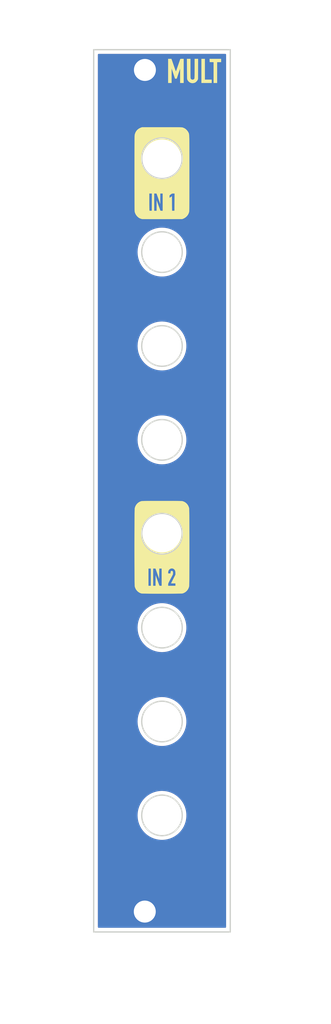
<source format=kicad_pcb>
(kicad_pcb (version 20171130) (host pcbnew "(5.1.6-0)")

  (general
    (thickness 1.6)
    (drawings 52)
    (tracks 0)
    (zones 0)
    (modules 3)
    (nets 2)
  )

  (page A4)
  (layers
    (0 F.Cu signal)
    (31 B.Cu signal)
    (32 B.Adhes user)
    (33 F.Adhes user)
    (34 B.Paste user)
    (35 F.Paste user)
    (36 B.SilkS user)
    (37 F.SilkS user)
    (38 B.Mask user)
    (39 F.Mask user)
    (40 Dwgs.User user)
    (41 Cmts.User user)
    (42 Eco1.User user)
    (43 Eco2.User user)
    (44 Edge.Cuts user)
    (45 Margin user)
    (46 B.CrtYd user)
    (47 F.CrtYd user)
    (48 B.Fab user)
    (49 F.Fab user)
  )

  (setup
    (last_trace_width 0.25)
    (trace_clearance 0.2)
    (zone_clearance 0.508)
    (zone_45_only no)
    (trace_min 0.2)
    (via_size 0.8)
    (via_drill 0.4)
    (via_min_size 0.4)
    (via_min_drill 0.3)
    (uvia_size 0.3)
    (uvia_drill 0.1)
    (uvias_allowed no)
    (uvia_min_size 0.2)
    (uvia_min_drill 0.1)
    (edge_width 0.05)
    (segment_width 0.2)
    (pcb_text_width 0.3)
    (pcb_text_size 1.5 1.5)
    (mod_edge_width 0.12)
    (mod_text_size 1 1)
    (mod_text_width 0.15)
    (pad_size 4.2 4.2)
    (pad_drill 3.2)
    (pad_to_mask_clearance 0.05)
    (aux_axis_origin 0 0)
    (visible_elements FFFFFF7F)
    (pcbplotparams
      (layerselection 0x010f0_ffffffff)
      (usegerberextensions false)
      (usegerberattributes true)
      (usegerberadvancedattributes true)
      (creategerberjobfile true)
      (excludeedgelayer true)
      (linewidth 0.100000)
      (plotframeref false)
      (viasonmask false)
      (mode 1)
      (useauxorigin false)
      (hpglpennumber 1)
      (hpglpenspeed 20)
      (hpglpendiameter 15.000000)
      (psnegative false)
      (psa4output false)
      (plotreference true)
      (plotvalue true)
      (plotinvisibletext false)
      (padsonsilk false)
      (subtractmaskfromsilk false)
      (outputformat 1)
      (mirror false)
      (drillshape 0)
      (scaleselection 1)
      (outputdirectory "gerbers/"))
  )

  (net 0 "")
  (net 1 GND)

  (net_class Default "This is the default net class."
    (clearance 0.2)
    (trace_width 0.25)
    (via_dia 0.8)
    (via_drill 0.4)
    (uvia_dia 0.3)
    (uvia_drill 0.1)
    (add_net GND)
  )

  (module panel_design:silkscreen_footprint (layer F.Cu) (tedit 5F98E202) (tstamp 5F98E748)
    (at 109.49 97.36)
    (fp_text reference G*** (at 0 0) (layer F.SilkS) hide
      (effects (font (size 1.524 1.524) (thickness 0.3)))
    )
    (fp_text value LOGO (at 0.75 0) (layer F.SilkS) hide
      (effects (font (size 1.524 1.524) (thickness 0.3)))
    )
    (fp_poly (pts (xy 8.644644 -62.571972) (xy 8.05986 -62.571972) (xy 8.05986 -59.546346) (xy 7.551351 -59.546346)
      (xy 7.551351 -62.570306) (xy 6.979279 -62.584684) (xy 6.971969 -62.819869) (xy 6.964658 -63.055055)
      (xy 8.644644 -63.055055) (xy 8.644644 -62.571972)) (layer F.SilkS) (width 0.01))
    (fp_poly (pts (xy 6.28008 -60.029429) (xy 7.271671 -60.029429) (xy 7.271671 -59.546346) (xy 5.771571 -59.546346)
      (xy 5.771571 -63.055055) (xy 6.28008 -63.055055) (xy 6.28008 -60.029429)) (layer F.SilkS) (width 0.01))
    (fp_poly (pts (xy 1.443626 -62.921571) (xy 1.463792 -62.865122) (xy 1.498107 -62.767503) (xy 1.544165 -62.635624)
      (xy 1.59956 -62.476395) (xy 1.661887 -62.296727) (xy 1.728739 -62.103529) (xy 1.767446 -61.991453)
      (xy 1.838997 -61.786648) (xy 1.903341 -61.607435) (xy 1.95888 -61.457968) (xy 2.004018 -61.3424)
      (xy 2.037159 -61.264883) (xy 2.056706 -61.22957) (xy 2.060719 -61.22869) (xy 2.073016 -61.259913)
      (xy 2.099782 -61.333542) (xy 2.139011 -61.443874) (xy 2.188697 -61.585207) (xy 2.246833 -61.751838)
      (xy 2.311416 -61.938065) (xy 2.372224 -62.114314) (xy 2.440892 -62.313635) (xy 2.504834 -62.498893)
      (xy 2.562041 -62.664296) (xy 2.610506 -62.804052) (xy 2.64822 -62.912369) (xy 2.673175 -62.983455)
      (xy 2.682966 -63.01056) (xy 2.698225 -63.031753) (xy 2.730302 -63.045051) (xy 2.789107 -63.052176)
      (xy 2.884551 -63.054847) (xy 2.939357 -63.055055) (xy 3.178178 -63.055055) (xy 3.178178 -59.546346)
      (xy 2.669669 -59.546346) (xy 2.665657 -61.643944) (xy 2.417644 -60.906606) (xy 2.169631 -60.169269)
      (xy 1.921949 -60.169269) (xy 1.673929 -60.919319) (xy 1.425908 -61.669369) (xy 1.424866 -60.607857)
      (xy 1.423824 -59.546346) (xy 0.915315 -59.546346) (xy 0.915315 -63.055055) (xy 1.394745 -63.055055)
      (xy 1.443626 -62.921571)) (layer F.SilkS) (width 0.01))
    (fp_poly (pts (xy 4.170144 -61.6503) (xy 4.170515 -61.326132) (xy 4.171485 -61.049675) (xy 4.173124 -60.817793)
      (xy 4.175498 -60.627348) (xy 4.178677 -60.475205) (xy 4.182727 -60.358226) (xy 4.187718 -60.273274)
      (xy 4.193717 -60.217213) (xy 4.200792 -60.186905) (xy 4.201926 -60.184433) (xy 4.272988 -60.094214)
      (xy 4.367953 -60.038426) (xy 4.474798 -60.017707) (xy 4.581504 -60.03269) (xy 4.676048 -60.084012)
      (xy 4.737537 -60.156115) (xy 4.746737 -60.175471) (xy 4.754518 -60.202577) (xy 4.760997 -60.241524)
      (xy 4.76629 -60.296401) (xy 4.770513 -60.371297) (xy 4.773785 -60.470301) (xy 4.776221 -60.597504)
      (xy 4.777938 -60.756993) (xy 4.779055 -60.95286) (xy 4.779686 -61.189193) (xy 4.779949 -61.470081)
      (xy 4.77998 -61.64151) (xy 4.77998 -63.055055) (xy 5.290056 -63.055055) (xy 5.282916 -61.574024)
      (xy 5.275775 -60.092993) (xy 5.208131 -59.964845) (xy 5.131782 -59.849868) (xy 5.030544 -59.737858)
      (xy 4.919369 -59.643329) (xy 4.813208 -59.580797) (xy 4.811997 -59.580288) (xy 4.639352 -59.531128)
      (xy 4.450782 -59.516605) (xy 4.356921 -59.523401) (xy 4.179302 -59.570935) (xy 4.014543 -59.663283)
      (xy 3.870167 -59.794688) (xy 3.753698 -59.959393) (xy 3.731302 -60.002082) (xy 3.719199 -60.027336)
      (xy 3.708911 -60.052842) (xy 3.700267 -60.08277) (xy 3.693098 -60.121292) (xy 3.687234 -60.172577)
      (xy 3.682504 -60.240796) (xy 3.678739 -60.33012) (xy 3.675767 -60.444718) (xy 3.673419 -60.588761)
      (xy 3.671524 -60.76642) (xy 3.669914 -60.981865) (xy 3.668416 -61.239266) (xy 3.666862 -61.542794)
      (xy 3.666642 -61.586736) (xy 3.659311 -63.055055) (xy 4.169769 -63.055055) (xy 4.170144 -61.6503)) (layer F.SilkS) (width 0.01))
    (fp_poly (pts (xy 0.458962 -53.100973) (xy 0.857243 -53.100861) (xy 1.21044 -53.100619) (xy 1.521435 -53.1002)
      (xy 1.793111 -53.09956) (xy 2.02835 -53.098653) (xy 2.230037 -53.097433) (xy 2.401054 -53.095855)
      (xy 2.544284 -53.093873) (xy 2.662609 -53.091442) (xy 2.758913 -53.088516) (xy 2.83608 -53.08505)
      (xy 2.896991 -53.080998) (xy 2.944529 -53.076314) (xy 2.981579 -53.070953) (xy 3.011022 -53.064869)
      (xy 3.035742 -53.058017) (xy 3.051051 -53.05299) (xy 3.158607 -53.012154) (xy 3.271617 -52.963443)
      (xy 3.317862 -52.941362) (xy 3.438417 -52.864046) (xy 3.566691 -52.753684) (xy 3.689781 -52.623712)
      (xy 3.794782 -52.487565) (xy 3.860487 -52.376376) (xy 3.877912 -52.34177) (xy 3.893992 -52.310702)
      (xy 3.908779 -52.281109) (xy 3.92233 -52.250927) (xy 3.934697 -52.218096) (xy 3.945934 -52.180551)
      (xy 3.956096 -52.13623) (xy 3.965237 -52.08307) (xy 3.97341 -52.01901) (xy 3.980671 -51.941985)
      (xy 3.987072 -51.849934) (xy 3.992668 -51.740793) (xy 3.997514 -51.6125) (xy 4.001662 -51.462993)
      (xy 4.005167 -51.290208) (xy 4.008084 -51.092083) (xy 4.010466 -50.866556) (xy 4.012367 -50.611563)
      (xy 4.013841 -50.325042) (xy 4.014943 -50.00493) (xy 4.015726 -49.649165) (xy 4.016244 -49.255683)
      (xy 4.016552 -48.822423) (xy 4.016704 -48.347321) (xy 4.016753 -47.828315) (xy 4.016754 -47.263342)
      (xy 4.016761 -46.650339) (xy 4.016775 -46.412427) (xy 4.016726 -45.707817) (xy 4.016456 -45.05343)
      (xy 4.015963 -44.448639) (xy 4.015244 -43.892815) (xy 4.014297 -43.385331) (xy 4.013117 -42.92556)
      (xy 4.011702 -42.512875) (xy 4.01005 -42.146646) (xy 4.008156 -41.826248) (xy 4.006018 -41.551052)
      (xy 4.003634 -41.320431) (xy 4.000999 -41.133758) (xy 3.998111 -40.990404) (xy 3.994968 -40.889743)
      (xy 3.991565 -40.831146) (xy 3.990041 -40.818833) (xy 3.922468 -40.582968) (xy 3.810319 -40.361694)
      (xy 3.659248 -40.161687) (xy 3.474911 -39.989626) (xy 3.262962 -39.852186) (xy 3.114614 -39.785165)
      (xy 2.962062 -39.727227) (xy 0.076276 -39.72402) (xy -0.303671 -39.723693) (xy -0.670098 -39.723564)
      (xy -1.019715 -39.723624) (xy -1.349233 -39.723864) (xy -1.655363 -39.724277) (xy -1.934814 -39.724852)
      (xy -2.184298 -39.725583) (xy -2.400524 -39.726459) (xy -2.580202 -39.727472) (xy -2.720044 -39.728615)
      (xy -2.81676 -39.729877) (xy -2.867059 -39.731251) (xy -2.873073 -39.731754) (xy -2.996889 -39.76219)
      (xy -3.135296 -39.810189) (xy -3.265764 -39.867081) (xy -3.356156 -39.917644) (xy -3.547449 -40.071569)
      (xy -3.711948 -40.258386) (xy -3.842926 -40.468132) (xy -3.933656 -40.690843) (xy -3.964616 -40.818833)
      (xy -3.968128 -40.859787) (xy -3.971384 -40.942639) (xy -3.974386 -41.068008) (xy -3.977139 -41.236516)
      (xy -3.979644 -41.448782) (xy -3.981906 -41.705427) (xy -3.983926 -42.00707) (xy -3.985708 -42.354333)
      (xy -3.987256 -42.747835) (xy -3.988571 -43.188197) (xy -3.989158 -43.452052) (xy -1.830631 -43.452052)
      (xy -1.830631 -42.210443) (xy -1.830273 -41.963848) (xy -1.829247 -41.732815) (xy -1.827624 -41.522312)
      (xy -1.825474 -41.337302) (xy -1.822868 -41.182753) (xy -1.819878 -41.063628) (xy -1.816574 -40.984896)
      (xy -1.813028 -40.95152) (xy -1.812639 -40.950843) (xy -1.779717 -40.942671) (xy -1.711309 -40.938935)
      (xy -1.628305 -40.94025) (xy -1.461962 -40.947647) (xy -1.455366 -42.199849) (xy -1.44877 -43.452052)
      (xy -1.118719 -43.452052) (xy -1.118719 -40.934935) (xy -0.762763 -40.934935) (xy -0.760741 -42.447747)
      (xy -0.486037 -41.697697) (xy -0.211334 -40.947647) (xy -0.042103 -40.940129) (xy 0.127127 -40.932611)
      (xy 0.127127 -43.186401) (xy 1.118718 -43.186401) (xy 1.118718 -42.999908) (xy 1.118882 -42.907929)
      (xy 1.12464 -42.854593) (xy 1.143896 -42.837787) (xy 1.184554 -42.855397) (xy 1.254516 -42.905311)
      (xy 1.311719 -42.948292) (xy 1.381267 -42.998554) (xy 1.434424 -43.033596) (xy 1.457916 -43.045245)
      (xy 1.461534 -43.020707) (xy 1.464885 -42.950646) (xy 1.467881 -42.840389) (xy 1.470437 -42.695261)
      (xy 1.472466 -42.520591) (xy 1.473883 -42.321704) (xy 1.474601 -42.103929) (xy 1.474674 -42.00704)
      (xy 1.475101 -41.782009) (xy 1.47632 -41.572889) (xy 1.478237 -41.385128) (xy 1.480761 -41.224179)
      (xy 1.483798 -41.095492) (xy 1.487255 -41.004517) (xy 1.49104 -40.956706) (xy 1.492666 -40.950843)
      (xy 1.525588 -40.942671) (xy 1.593996 -40.938935) (xy 1.677 -40.94025) (xy 1.843343 -40.947647)
      (xy 1.849939 -42.199849) (xy 1.856535 -43.452052) (xy 1.665119 -43.452052) (xy 1.57198 -43.45104)
      (xy 1.506171 -43.444028) (xy 1.451126 -43.425052) (xy 1.390281 -43.388148) (xy 1.307069 -43.327351)
      (xy 1.29621 -43.319227) (xy 1.118718 -43.186401) (xy 0.127127 -43.186401) (xy 0.127127 -43.452052)
      (xy -0.228072 -43.452052) (xy -0.241542 -41.950554) (xy -0.775476 -43.451196) (xy -0.947097 -43.451624)
      (xy -1.118719 -43.452052) (xy -1.44877 -43.452052) (xy -1.830631 -43.452052) (xy -3.989158 -43.452052)
      (xy -3.989657 -43.676038) (xy -3.990517 -44.21198) (xy -3.991155 -44.796642) (xy -3.991572 -45.430644)
      (xy -3.991772 -46.114607) (xy -3.991792 -46.427429) (xy -3.991784 -47.047908) (xy -3.991749 -47.619614)
      (xy -3.991667 -48.144623) (xy -3.991571 -48.46086) (xy -2.830714 -48.46086) (xy -2.829989 -48.291654)
      (xy -2.827056 -48.161379) (xy -2.820781 -48.058124) (xy -2.810029 -47.96998) (xy -2.793665 -47.885039)
      (xy -2.770555 -47.79139) (xy -2.764888 -47.770063) (xy -2.641697 -47.402678) (xy -2.476656 -47.060251)
      (xy -2.272307 -46.745995) (xy -2.031188 -46.463127) (xy -1.755841 -46.214861) (xy -1.448806 -46.004412)
      (xy -1.308482 -45.926766) (xy -0.967578 -45.774684) (xy -0.624537 -45.670761) (xy -0.273905 -45.614138)
      (xy 0.089776 -45.603959) (xy 0.471962 -45.639363) (xy 0.495795 -45.642948) (xy 0.846099 -45.721901)
      (xy 1.180593 -45.846909) (xy 1.495721 -46.014673) (xy 1.787923 -46.221895) (xy 2.053643 -46.465278)
      (xy 2.289323 -46.741523) (xy 2.491404 -47.047332) (xy 2.65633 -47.379406) (xy 2.780542 -47.734448)
      (xy 2.790313 -47.770063) (xy 2.814945 -47.866964) (xy 2.832598 -47.952718) (xy 2.844406 -48.039237)
      (xy 2.851506 -48.138428) (xy 2.85503 -48.262202) (xy 2.856115 -48.422468) (xy 2.856139 -48.46086)
      (xy 2.855414 -48.630066) (xy 2.852481 -48.760342) (xy 2.846206 -48.863597) (xy 2.835454 -48.951741)
      (xy 2.81909 -49.036682) (xy 2.79598 -49.130331) (xy 2.790313 -49.151658) (xy 2.666875 -49.520149)
      (xy 2.501772 -49.863135) (xy 2.297409 -50.177566) (xy 2.056192 -50.460389) (xy 1.780524 -50.708552)
      (xy 1.472811 -50.919003) (xy 1.33939 -50.992929) (xy 1.017905 -51.138675) (xy 0.697928 -51.239065)
      (xy 0.367098 -51.297108) (xy 0.013059 -51.315809) (xy 0.012712 -51.315809) (xy -0.367345 -51.291508)
      (xy -0.732268 -51.2202) (xy -1.078987 -51.104275) (xy -1.404435 -50.946124) (xy -1.705542 -50.74814)
      (xy -1.979239 -50.512711) (xy -2.222458 -50.242231) (xy -2.432129 -49.93909) (xy -2.605183 -49.605679)
      (xy -2.738552 -49.244389) (xy -2.764888 -49.151658) (xy -2.78952 -49.054757) (xy -2.807173 -48.969003)
      (xy -2.818982 -48.882484) (xy -2.826081 -48.783293) (xy -2.829605 -48.659519) (xy -2.83069 -48.499253)
      (xy -2.830714 -48.46086) (xy -3.991571 -48.46086) (xy -3.991521 -48.625012) (xy -3.991292 -49.062858)
      (xy -3.990961 -49.460239) (xy -3.99051 -49.819232) (xy -3.98992 -50.141914) (xy -3.989174 -50.430361)
      (xy -3.988252 -50.686651) (xy -3.987135 -50.91286) (xy -3.985807 -51.111067) (xy -3.984247 -51.283348)
      (xy -3.982438 -51.43178) (xy -3.980362 -51.55844) (xy -3.977998 -51.665405) (xy -3.975331 -51.754753)
      (xy -3.972339 -51.82856) (xy -3.969006 -51.888904) (xy -3.965313 -51.937861) (xy -3.961241 -51.977508)
      (xy -3.956771 -52.009924) (xy -3.951887 -52.037184) (xy -3.946567 -52.061366) (xy -3.941497 -52.081811)
      (xy -3.852242 -52.334468) (xy -3.722452 -52.557203) (xy -3.554375 -52.747578) (xy -3.350258 -52.903155)
      (xy -3.11235 -53.021496) (xy -3.055893 -53.042224) (xy -2.885786 -53.101001) (xy 0.012712 -53.101001)
      (xy 0.458962 -53.100973)) (layer F.SilkS) (width 0.01))
    (fp_poly (pts (xy 0.459131 1.296718) (xy 0.857603 1.296812) (xy 1.211033 1.297027) (xy 1.522325 1.29741)
      (xy 1.794382 1.29801) (xy 2.030109 1.298874) (xy 2.23241 1.300051) (xy 2.40419 1.301587)
      (xy 2.548352 1.303531) (xy 2.667801 1.305929) (xy 2.765441 1.308831) (xy 2.844176 1.312284)
      (xy 2.90691 1.316336) (xy 2.956547 1.321033) (xy 2.995992 1.326425) (xy 3.028149 1.332559)
      (xy 3.055921 1.339482) (xy 3.081988 1.347173) (xy 3.30998 1.443453) (xy 3.514097 1.581452)
      (xy 3.689482 1.755727) (xy 3.831275 1.960838) (xy 3.934621 2.191342) (xy 3.978801 2.351852)
      (xy 3.983399 2.399223) (xy 3.987734 2.494561) (xy 3.991806 2.63499) (xy 3.995613 2.817634)
      (xy 3.999157 3.039615) (xy 4.002436 3.29806) (xy 4.00545 3.59009) (xy 4.0082 3.912831)
      (xy 4.010684 4.263405) (xy 4.012904 4.638937) (xy 4.014857 5.036551) (xy 4.016545 5.453371)
      (xy 4.017967 5.886519) (xy 4.019123 6.333122) (xy 4.020012 6.790301) (xy 4.020634 7.255181)
      (xy 4.020989 7.724886) (xy 4.021077 8.196539) (xy 4.020897 8.667266) (xy 4.02045 9.134188)
      (xy 4.019735 9.594431) (xy 4.018751 10.045118) (xy 4.017499 10.483373) (xy 4.015978 10.90632)
      (xy 4.014188 11.311082) (xy 4.012129 11.694784) (xy 4.009801 12.05455) (xy 4.007202 12.387503)
      (xy 4.004334 12.690767) (xy 4.001196 12.961466) (xy 3.997787 13.196724) (xy 3.994107 13.393664)
      (xy 3.990156 13.549411) (xy 3.985935 13.661089) (xy 3.981442 13.725821) (xy 3.979769 13.737024)
      (xy 3.903405 13.981417) (xy 3.785074 14.203832) (xy 3.629685 14.39902) (xy 3.442146 14.561733)
      (xy 3.227368 14.686723) (xy 3.022284 14.760664) (xy 2.975242 14.766374) (xy 2.881433 14.77162)
      (xy 2.744854 14.776402) (xy 2.569504 14.78072) (xy 2.359383 14.784572) (xy 2.118488 14.78796)
      (xy 1.850818 14.790882) (xy 1.560373 14.793338) (xy 1.25115 14.795328) (xy 0.927149 14.796852)
      (xy 0.592368 14.797909) (xy 0.250807 14.798499) (xy -0.093538 14.798622) (xy -0.436666 14.798278)
      (xy -0.774578 14.797465) (xy -1.103277 14.796184) (xy -1.418764 14.794435) (xy -1.717039 14.792217)
      (xy -1.994104 14.78953) (xy -2.245961 14.786373) (xy -2.46861 14.782746) (xy -2.658053 14.77865)
      (xy -2.810291 14.774083) (xy -2.921326 14.769045) (xy -2.987159 14.763537) (xy -3.000201 14.76113)
      (xy -3.236493 14.66961) (xy -3.449128 14.536138) (xy -3.633127 14.366061) (xy -3.783508 14.164724)
      (xy -3.895291 13.937471) (xy -3.954344 13.737024) (xy -3.958935 13.689774) (xy -3.963253 13.594551)
      (xy -3.967301 13.454229) (xy -3.971077 13.271686) (xy -3.974583 13.049798) (xy -3.977818 12.79144)
      (xy -3.980783 12.499488) (xy -3.983478 12.17682) (xy -3.985903 11.82631) (xy -3.988058 11.450836)
      (xy -3.989549 11.136337) (xy -1.957758 11.136337) (xy -1.957758 13.653454) (xy -1.601802 13.653454)
      (xy -1.601802 11.136337) (xy -1.271272 11.136337) (xy -1.271272 13.653454) (xy -0.916072 13.653454)
      (xy -0.909338 12.897047) (xy -0.902603 12.140641) (xy -0.638609 12.865266) (xy -0.572129 13.047702)
      (xy -0.510999 13.215379) (xy -0.457462 13.362146) (xy -0.413766 13.481851) (xy -0.382154 13.568341)
      (xy -0.364871 13.615464) (xy -0.362565 13.621672) (xy -0.328459 13.641856) (xy -0.246504 13.652142)
      (xy -0.187971 13.653454) (xy -0.025426 13.653454) (xy -0.025426 11.700688) (xy 0.915315 11.700688)
      (xy 0.915315 11.848249) (xy 1.271271 11.848249) (xy 1.271271 11.719966) (xy 1.277376 11.630489)
      (xy 1.300312 11.569713) (xy 1.333679 11.529275) (xy 1.409151 11.477156) (xy 1.483267 11.475452)
      (xy 1.559521 11.524202) (xy 1.567444 11.531901) (xy 1.600422 11.568966) (xy 1.618978 11.607383)
      (xy 1.626214 11.661641) (xy 1.625228 11.746232) (xy 1.623193 11.792511) (xy 1.613908 11.988088)
      (xy 1.264612 12.651328) (xy 1.164568 12.841522) (xy 1.085722 12.992753) (xy 1.025549 13.111036)
      (xy 0.981526 13.202385) (xy 0.951129 13.272818) (xy 0.931836 13.328348) (xy 0.921122 13.374992)
      (xy 0.916465 13.418765) (xy 0.915341 13.465683) (xy 0.915315 13.48401) (xy 0.915315 13.653454)
      (xy 1.983183 13.653454) (xy 1.983183 13.297498) (xy 1.665365 13.297498) (xy 1.544966 13.296717)
      (xy 1.445493 13.294585) (xy 1.376576 13.291416) (xy 1.347842 13.287528) (xy 1.347547 13.287078)
      (xy 1.358642 13.262606) (xy 1.38995 13.198776) (xy 1.43851 13.101492) (xy 1.501359 12.976658)
      (xy 1.575535 12.83018) (xy 1.658074 12.66796) (xy 1.665365 12.653665) (xy 1.983183 12.030672)
      (xy 1.983183 11.823592) (xy 1.976882 11.650228) (xy 1.955745 11.515108) (xy 1.916419 11.40694)
      (xy 1.855553 11.31443) (xy 1.820332 11.274995) (xy 1.698023 11.179143) (xy 1.564861 11.127621)
      (xy 1.427836 11.117139) (xy 1.293938 11.144411) (xy 1.170159 11.206148) (xy 1.063487 11.299063)
      (xy 0.980914 11.419866) (xy 0.92943 11.56527) (xy 0.915315 11.700688) (xy -0.025426 11.700688)
      (xy -0.025426 11.136337) (xy -0.380614 11.136337) (xy -0.387354 11.875013) (xy -0.394094 12.61369)
      (xy -0.658425 11.875013) (xy -0.922755 11.136337) (xy -1.271272 11.136337) (xy -1.601802 11.136337)
      (xy -1.957758 11.136337) (xy -3.989549 11.136337) (xy -3.989944 11.053273) (xy -3.991561 10.636497)
      (xy -3.992909 10.203385) (xy -3.993989 9.756813) (xy -3.9948 9.299656) (xy -3.995343 8.834791)
      (xy -3.995619 8.365095) (xy -3.995626 7.893442) (xy -3.995367 7.42271) (xy -3.99484 6.955775)
      (xy -3.994046 6.495512) (xy -3.992986 6.044798) (xy -3.992176 5.777127) (xy -2.840826 5.777127)
      (xy -2.838212 6.125299) (xy -2.793333 6.471533) (xy -2.705835 6.811605) (xy -2.575365 7.141291)
      (xy -2.401569 7.456369) (xy -2.184093 7.752615) (xy -2.061115 7.890001) (xy -1.864116 8.081499)
      (xy -1.666887 8.23964) (xy -1.451274 8.377776) (xy -1.258559 8.480273) (xy -0.915403 8.628102)
      (xy -0.576349 8.727529) (xy -0.234545 8.779809) (xy 0.116859 8.786199) (xy 0.322028 8.770018)
      (xy 0.638958 8.716534) (xy 0.945159 8.626054) (xy 1.255664 8.494048) (xy 1.283984 8.48015)
      (xy 1.52661 8.348401) (xy 1.736704 8.206985) (xy 1.932447 8.042532) (xy 2.08654 7.890001)
      (xy 2.3251 7.605381) (xy 2.519456 7.300927) (xy 2.670287 6.980707) (xy 2.778272 6.648786)
      (xy 2.844092 6.309232) (xy 2.868426 5.966112) (xy 2.851953 5.623491) (xy 2.795353 5.285438)
      (xy 2.699305 4.956018) (xy 2.56449 4.639299) (xy 2.391586 4.339346) (xy 2.181274 4.060228)
      (xy 1.934232 3.806011) (xy 1.651141 3.580761) (xy 1.334478 3.38948) (xy 1.026983 3.250118)
      (xy 0.717649 3.153002) (xy 0.394728 3.095331) (xy 0.046471 3.074302) (xy 0.012053 3.074109)
      (xy -0.373358 3.097049) (xy -0.739827 3.167101) (xy -1.088303 3.284578) (xy -1.419737 3.449793)
      (xy -1.705394 3.64043) (xy -1.988737 3.88391) (xy -2.232291 4.155017) (xy -2.4357 4.449528)
      (xy -2.598611 4.763217) (xy -2.720672 5.091862) (xy -2.801528 5.43124) (xy -2.840826 5.777127)
      (xy -3.992176 5.777127) (xy -3.991659 5.606509) (xy -3.990067 5.183521) (xy -3.988208 4.77871)
      (xy -3.986084 4.394953) (xy -3.983694 4.035125) (xy -3.981039 3.702102) (xy -3.978119 3.398762)
      (xy -3.974935 3.127979) (xy -3.971486 2.89263) (xy -3.967773 2.695592) (xy -3.963795 2.53974)
      (xy -3.959555 2.42795) (xy -3.955051 2.363099) (xy -3.953376 2.351852) (xy -3.877565 2.107788)
      (xy -3.760156 1.885588) (xy -3.606004 1.690693) (xy -3.41997 1.528545) (xy -3.206909 1.404586)
      (xy -3.056563 1.347173) (xy -3.030271 1.339419) (xy -3.002473 1.332503) (xy -2.970267 1.326376)
      (xy -2.930747 1.32099) (xy -2.881011 1.316298) (xy -2.818153 1.312252) (xy -2.73927 1.308804)
      (xy -2.641457 1.305907) (xy -2.52181 1.303512) (xy -2.377425 1.301572) (xy -2.205398 1.300039)
      (xy -2.002824 1.298866) (xy -1.7668 1.298004) (xy -1.494422 1.297406) (xy -1.182784 1.297024)
      (xy -0.828983 1.29681) (xy -0.430116 1.296717) (xy 0.012712 1.296697) (xy 0.459131 1.296718)) (layer F.SilkS) (width 0.01))
  )

  (module Mounting_Holes:MountingHole_3.2mm_M3_DIN965_Pad (layer F.Cu) (tedit 5F98DFA8) (tstamp 5F98E5DA)
    (at 107.02 35.92)
    (descr "Mounting Hole 3.2mm, M3, DIN965")
    (tags "mounting hole 3.2mm m3 din965")
    (path /5FBD892A)
    (attr virtual)
    (fp_text reference H1 (at 0 -3.8) (layer F.SilkS) hide
      (effects (font (size 1 1) (thickness 0.15)))
    )
    (fp_text value MountingHole_Pad (at 0 3.8) (layer F.Fab)
      (effects (font (size 1 1) (thickness 0.15)))
    )
    (fp_text user %R (at 0.3 0) (layer F.Fab)
      (effects (font (size 1 1) (thickness 0.15)))
    )
    (fp_circle (center 0 0) (end 2.8 0) (layer Cmts.User) (width 0.15))
    (fp_circle (center 0 0) (end 3.05 0) (layer F.CrtYd) (width 0.05))
    (pad 1 thru_hole circle (at 0 0) (size 4.2 4.2) (drill 3.2) (layers *.Cu *.Mask)
      (net 1 GND))
  )

  (module Mounting_Holes:MountingHole_3.2mm_M3_DIN965_Pad (layer F.Cu) (tedit 5F98E013) (tstamp 5F98E5C2)
    (at 107 158.43)
    (descr "Mounting Hole 3.2mm, M3, DIN965")
    (tags "mounting hole 3.2mm m3 din965")
    (path /5FBD8D23)
    (attr virtual)
    (fp_text reference H2 (at 0 -3.8) (layer F.SilkS) hide
      (effects (font (size 1 1) (thickness 0.15)))
    )
    (fp_text value MountingHole_Pad (at 0 3.8) (layer F.Fab)
      (effects (font (size 1 1) (thickness 0.15)))
    )
    (fp_circle (center 0 0) (end 3.05 0) (layer F.CrtYd) (width 0.05))
    (fp_circle (center 0 0) (end 2.8 0) (layer Cmts.User) (width 0.15))
    (fp_text user %R (at 0.3 0) (layer F.Fab)
      (effects (font (size 1 1) (thickness 0.15)))
    )
    (pad 1 thru_hole circle (at 0 0) (size 4.2 4.2) (drill 3.2) (layers *.Cu *.Mask)
      (net 1 GND))
  )

  (gr_line (start 119.470698 32.971994) (end 119.470698 161.395284) (layer Edge.Cuts) (width 0.2) (tstamp 5F98E5B3))
  (gr_line (start 99.547402 32.971994) (end 119.470698 32.971994) (layer Edge.Cuts) (width 0.2) (tstamp 5F98E5B6))
  (gr_curve (pts (xy 112.464363 48.769648) (xy 112.464363 47.137475) (xy 111.141225 45.814337) (xy 109.509051 45.814337)) (layer Edge.Cuts) (width 0.2) (tstamp 5F98E5B9))
  (gr_curve (pts (xy 112.464363 76.100248) (xy 112.464363 74.468075) (xy 111.141225 73.144937) (xy 109.509051 73.144937)) (layer Edge.Cuts) (width 0.2))
  (gr_curve (pts (xy 110.64 78.8306) (xy 111.744324 78.373174) (xy 112.464363 77.29556) (xy 112.464363 76.100248)) (layer Edge.Cuts) (width 0.2))
  (gr_curve (pts (xy 106.778699 88.634699) (xy 106.321272 89.739023) (xy 106.574116 91.010156) (xy 107.41933 91.855369)) (layer Edge.Cuts) (width 0.2))
  (gr_curve (pts (xy 109.509051 86.810336) (xy 108.313739 86.810336) (xy 107.236125 87.530375) (xy 106.778699 88.634699)) (layer Edge.Cuts) (width 0.2))
  (gr_line (start 109.509051 73.144937) (end 109.509051 73.144937) (layer Edge.Cuts) (width 0.2))
  (gr_curve (pts (xy 107.41933 146.516669) (xy 108.264543 147.361882) (xy 109.535675 147.614726) (xy 110.64 147.1573)) (layer Edge.Cuts) (width 0.2))
  (gr_curve (pts (xy 106.778699 143.295999) (xy 106.321272 144.400323) (xy 106.574116 145.671456) (xy 107.41933 146.516669)) (layer Edge.Cuts) (width 0.2))
  (gr_curve (pts (xy 109.509051 141.471636) (xy 108.313739 141.471636) (xy 107.236125 142.191675) (xy 106.778699 143.295999)) (layer Edge.Cuts) (width 0.2))
  (gr_line (start 109.509051 127.806266) (end 109.509051 127.806266) (layer Edge.Cuts) (width 0.2))
  (gr_curve (pts (xy 112.464363 130.761578) (xy 112.464363 129.129405) (xy 111.141225 127.806266) (xy 109.509051 127.806266)) (layer Edge.Cuts) (width 0.2))
  (gr_curve (pts (xy 110.64 133.49193) (xy 111.744324 133.034504) (xy 112.464363 131.95689) (xy 112.464363 130.761578)) (layer Edge.Cuts) (width 0.2))
  (gr_line (start 109.509051 114.140946) (end 109.509051 114.140946) (layer Edge.Cuts) (width 0.2))
  (gr_curve (pts (xy 112.464363 117.096258) (xy 112.464363 115.464085) (xy 111.141225 114.140946) (xy 109.509051 114.140946)) (layer Edge.Cuts) (width 0.2))
  (gr_curve (pts (xy 110.64 119.82661) (xy 111.744324 119.369184) (xy 112.464363 118.29157) (xy 112.464363 117.096258)) (layer Edge.Cuts) (width 0.2))
  (gr_curve (pts (xy 107.41933 119.185979) (xy 108.264543 120.031192) (xy 109.535675 120.284036) (xy 110.64 119.82661)) (layer Edge.Cuts) (width 0.2))
  (gr_curve (pts (xy 106.778699 115.965309) (xy 106.321272 117.069633) (xy 106.574116 118.340766) (xy 107.41933 119.185979)) (layer Edge.Cuts) (width 0.2))
  (gr_curve (pts (xy 109.509051 114.140946) (xy 108.313739 114.140946) (xy 107.236125 114.860985) (xy 106.778699 115.965309)) (layer Edge.Cuts) (width 0.2))
  (gr_line (start 109.509051 100.475636) (end 109.509051 100.475636) (layer Edge.Cuts) (width 0.2))
  (gr_curve (pts (xy 112.464363 103.430948) (xy 112.464363 101.798775) (xy 111.141225 100.475636) (xy 109.509051 100.475636)) (layer Edge.Cuts) (width 0.2))
  (gr_curve (pts (xy 110.64 106.1613) (xy 111.744324 105.703874) (xy 112.464363 104.62626) (xy 112.464363 103.430948)) (layer Edge.Cuts) (width 0.2))
  (gr_curve (pts (xy 107.41933 105.520669) (xy 108.264543 106.365882) (xy 109.535675 106.618726) (xy 110.64 106.1613)) (layer Edge.Cuts) (width 0.2))
  (gr_curve (pts (xy 106.778699 102.299999) (xy 106.321272 103.404323) (xy 106.574116 104.675456) (xy 107.41933 105.520669)) (layer Edge.Cuts) (width 0.2))
  (gr_curve (pts (xy 109.509051 100.475636) (xy 108.313739 100.475636) (xy 107.236125 101.195675) (xy 106.778699 102.299999)) (layer Edge.Cuts) (width 0.2))
  (gr_line (start 109.509051 86.810336) (end 109.509051 86.810336) (layer Edge.Cuts) (width 0.2))
  (gr_curve (pts (xy 112.464363 89.765648) (xy 112.464363 88.133475) (xy 111.141225 86.810336) (xy 109.509051 86.810336)) (layer Edge.Cuts) (width 0.2))
  (gr_curve (pts (xy 110.64 92.496) (xy 111.744324 92.038574) (xy 112.464363 90.96096) (xy 112.464363 89.765648)) (layer Edge.Cuts) (width 0.2))
  (gr_curve (pts (xy 107.41933 91.855369) (xy 108.264543 92.700582) (xy 109.535675 92.953426) (xy 110.64 92.496)) (layer Edge.Cuts) (width 0.2))
  (gr_line (start 109.509051 141.471636) (end 109.509051 141.471636) (layer Edge.Cuts) (width 0.2))
  (gr_curve (pts (xy 112.464363 144.426948) (xy 112.464363 142.794775) (xy 111.141225 141.471636) (xy 109.509051 141.471636)) (layer Edge.Cuts) (width 0.2))
  (gr_line (start 119.470698 161.395284) (end 99.547402 161.395284) (layer Edge.Cuts) (width 0.2))
  (gr_curve (pts (xy 107.41933 50.859369) (xy 108.264543 51.704582) (xy 109.535675 51.957426) (xy 110.64 51.5)) (layer Edge.Cuts) (width 0.2) (tstamp 5F98E5D1))
  (gr_curve (pts (xy 109.509051 59.479637) (xy 108.313739 59.479637) (xy 107.236125 60.199675) (xy 106.778699 61.303999)) (layer Edge.Cuts) (width 0.2))
  (gr_line (start 99.547402 161.395284) (end 99.547402 32.971994) (layer Edge.Cuts) (width 0.2))
  (gr_curve (pts (xy 110.64 147.1573) (xy 111.744324 146.699874) (xy 112.464363 145.62226) (xy 112.464363 144.426948)) (layer Edge.Cuts) (width 0.2))
  (gr_curve (pts (xy 110.64 65.1653) (xy 111.744324 64.707874) (xy 112.464363 63.63026) (xy 112.464363 62.434948)) (layer Edge.Cuts) (width 0.2))
  (gr_curve (pts (xy 107.41933 64.524669) (xy 108.264543 65.369882) (xy 109.535675 65.622726) (xy 110.64 65.1653)) (layer Edge.Cuts) (width 0.2))
  (gr_curve (pts (xy 106.778699 61.303999) (xy 106.321272 62.408323) (xy 106.574116 63.679456) (xy 107.41933 64.524669)) (layer Edge.Cuts) (width 0.2))
  (gr_curve (pts (xy 107.41933 132.851299) (xy 108.264543 133.696512) (xy 109.535675 133.949356) (xy 110.64 133.49193)) (layer Edge.Cuts) (width 0.2))
  (gr_curve (pts (xy 106.778699 129.630629) (xy 106.321272 130.734953) (xy 106.574116 132.006086) (xy 107.41933 132.851299)) (layer Edge.Cuts) (width 0.2))
  (gr_curve (pts (xy 109.509051 127.806266) (xy 108.313739 127.806266) (xy 107.236125 128.526305) (xy 106.778699 129.630629)) (layer Edge.Cuts) (width 0.2))
  (gr_curve (pts (xy 109.509051 45.814337) (xy 108.313739 45.814337) (xy 107.236125 46.534375) (xy 106.778699 47.638699)) (layer Edge.Cuts) (width 0.2) (tstamp 5F98E5E9))
  (gr_curve (pts (xy 107.41933 78.189969) (xy 108.264543 79.035182) (xy 109.535675 79.288026) (xy 110.64 78.8306)) (layer Edge.Cuts) (width 0.2))
  (gr_curve (pts (xy 106.778699 74.969299) (xy 106.321272 76.073623) (xy 106.574116 77.344756) (xy 107.41933 78.189969)) (layer Edge.Cuts) (width 0.2))
  (gr_curve (pts (xy 112.464363 62.434948) (xy 112.464363 60.802775) (xy 111.141225 59.479637) (xy 109.509051 59.479637)) (layer Edge.Cuts) (width 0.2))
  (gr_line (start 109.509051 45.814337) (end 109.509051 45.814337) (layer Edge.Cuts) (width 0.2) (tstamp 5F98E5EC))
  (gr_curve (pts (xy 106.778699 47.638699) (xy 106.321272 48.743023) (xy 106.574116 50.014156) (xy 107.41933 50.859369)) (layer Edge.Cuts) (width 0.2) (tstamp 5F98E5EF))
  (gr_curve (pts (xy 109.509051 73.144937) (xy 108.313739 73.144937) (xy 107.236125 73.864975) (xy 106.778699 74.969299)) (layer Edge.Cuts) (width 0.2))
  (gr_line (start 109.509051 59.479637) (end 109.509051 59.479637) (layer Edge.Cuts) (width 0.2))
  (gr_curve (pts (xy 110.64 51.5) (xy 111.744324 51.042574) (xy 112.464363 49.96496) (xy 112.464363 48.769648)) (layer Edge.Cuts) (width 0.2) (tstamp 5F98E5F2))

  (zone (net 1) (net_name GND) (layer F.Cu) (tstamp 5F98E7CE) (hatch edge 0.508)
    (connect_pads yes (clearance 0.508))
    (min_thickness 0.254)
    (fill yes (arc_segments 32) (thermal_gap 0.508) (thermal_bridge_width 0.508))
    (polygon
      (pts
        (xy 134.17 174.79) (xy 85.88 173.4) (xy 87.22 27.12) (xy 131.55 25.74)
      )
    )
    (filled_polygon
      (pts
        (xy 118.735699 160.660284) (xy 100.282402 160.660284) (xy 100.282402 144.36264) (xy 105.819351 144.36264) (xy 105.81943 144.372902)
        (xy 105.822601 144.588297) (xy 105.825032 144.609824) (xy 105.824508 144.631482) (xy 105.825333 144.641711) (xy 105.844115 144.855806)
        (xy 105.848093 144.877032) (xy 105.849137 144.898597) (xy 105.850702 144.90874) (xy 105.884923 145.120667) (xy 105.890422 145.141522)
        (xy 105.893023 145.162926) (xy 105.895318 145.172929) (xy 105.944803 145.381818) (xy 105.951807 145.402244) (xy 105.955959 145.423432)
        (xy 105.958974 145.433241) (xy 106.023552 145.638228) (xy 106.032049 145.658162) (xy 106.037748 145.679056) (xy 106.041468 145.68862)
        (xy 106.120966 145.888833) (xy 106.130942 145.908197) (xy 106.138191 145.928731) (xy 106.1426 145.937998) (xy 106.236846 146.132569)
        (xy 106.248283 146.151273) (xy 106.257079 146.171354) (xy 106.262156 146.180272) (xy 106.370975 146.368334) (xy 106.383858 146.386292)
        (xy 106.394195 146.405821) (xy 106.399917 146.41434) (xy 106.52314 146.595024) (xy 106.537424 146.612111) (xy 106.549279 146.630968)
        (xy 106.555619 146.639038) (xy 106.693069 146.811477) (xy 106.708715 146.827589) (xy 106.722046 146.845638) (xy 106.728972 146.853211)
        (xy 106.88048 147.016535) (xy 106.897314 147.031454) (xy 106.911992 147.048489) (xy 106.919466 147.055521) (xy 107.082789 147.207026)
        (xy 107.100658 147.220615) (xy 107.11654 147.236473) (xy 107.124519 147.242926) (xy 107.296959 147.380377) (xy 107.31565 147.392495)
        (xy 107.332539 147.407019) (xy 107.340977 147.41286) (xy 107.521661 147.536081) (xy 107.541045 147.54669) (xy 107.558815 147.559818)
        (xy 107.567661 147.56502) (xy 107.755724 147.673841) (xy 107.775688 147.68292) (xy 107.794227 147.694615) (xy 107.803431 147.699154)
        (xy 107.998002 147.793399) (xy 108.01844 147.800937) (xy 108.037654 147.811177) (xy 108.047165 147.815031) (xy 108.247378 147.894529)
        (xy 108.2682 147.900522) (xy 108.288004 147.909292) (xy 108.29777 147.912444) (xy 108.502755 147.977023) (xy 108.52389 147.981471)
        (xy 108.544207 147.988757) (xy 108.554176 147.991193) (xy 108.763067 148.040679) (xy 108.78444 148.043579) (xy 108.805215 148.049369)
        (xy 108.815334 148.051076) (xy 109.02726 148.085296) (xy 109.048818 148.086642) (xy 109.069975 148.090913) (xy 109.080191 148.091882)
        (xy 109.294286 148.110664) (xy 109.315952 148.110442) (xy 109.337436 148.113173) (xy 109.347696 148.113396) (xy 109.563091 148.116568)
        (xy 109.584796 148.114762) (xy 109.606542 148.115923) (xy 109.616791 148.115396) (xy 109.832618 148.102784) (xy 109.854278 148.099375)
        (xy 109.876198 148.098933) (xy 109.886381 148.097655) (xy 110.10177 148.069087) (xy 110.123288 148.064058) (xy 110.145286 148.061981)
        (xy 110.155346 148.059954) (xy 110.369431 148.015257) (xy 110.39069 148.008598) (xy 110.412648 148.004861) (xy 110.42253 148.002091)
        (xy 110.634443 147.941092) (xy 110.655301 147.932809) (xy 110.677085 147.927398) (xy 110.686731 147.923897) (xy 110.895602 147.846424)
        (xy 110.915827 147.836581) (xy 110.93719 147.829537) (xy 110.946546 147.825323) (xy 111.149022 147.732409) (xy 111.16841 147.721102)
        (xy 111.18914 147.712498) (xy 111.198155 147.707595) (xy 111.391132 147.600883) (xy 111.409484 147.58825) (xy 111.429364 147.578205)
        (xy 111.437989 147.572645) (xy 111.620975 147.45287) (xy 111.638195 147.439021) (xy 111.657123 147.427628) (xy 111.665314 147.421446)
        (xy 111.837819 147.289343) (xy 111.853845 147.274375) (xy 111.871748 147.26172) (xy 111.879463 147.254953) (xy 112.040993 147.111259)
        (xy 112.055777 147.095263) (xy 112.072591 147.08143) (xy 112.079791 147.074118) (xy 112.229857 146.919568) (xy 112.243365 146.90262)
        (xy 112.259043 146.887683) (xy 112.265693 146.879867) (xy 112.4038 146.715198) (xy 112.415995 146.697379) (xy 112.430504 146.681393)
        (xy 112.436569 146.673115) (xy 112.562227 146.499062) (xy 112.573084 146.480428) (xy 112.586386 146.463447) (xy 112.591836 146.454751)
        (xy 112.704551 146.272051) (xy 112.714039 146.252659) (xy 112.726087 146.23474) (xy 112.730891 146.225672) (xy 112.830174 146.035061)
        (xy 112.838258 146.014966) (xy 112.849007 145.996154) (xy 112.853139 145.98676) (xy 112.938497 145.788975) (xy 112.945136 145.768227)
        (xy 112.954528 145.748585) (xy 112.957964 145.738915) (xy 113.028905 145.534691) (xy 113.034045 145.513371) (xy 113.042023 145.492956)
        (xy 113.044739 145.48306) (xy 113.100772 145.273133) (xy 113.10436 145.251327) (xy 113.11086 145.230209) (xy 113.112838 145.220139)
        (xy 113.15347 145.005244) (xy 113.155453 144.983053) (xy 113.160402 144.961344) (xy 113.161625 144.951155) (xy 113.186366 144.732031)
        (xy 113.186696 144.709585) (xy 113.190033 144.687388) (xy 113.19049 144.677136) (xy 113.198846 144.454517) (xy 113.197206 144.427318)
        (xy 113.198873 144.400133) (xy 113.198428 144.389881) (xy 113.18317 144.087717) (xy 113.178441 144.056042) (xy 113.177169 144.024048)
        (xy 113.175692 144.013893) (xy 113.130908 143.720457) (xy 113.123079 143.689692) (xy 113.118652 143.658272) (xy 113.116166 143.648316)
        (xy 113.043343 143.365095) (xy 113.032606 143.335627) (xy 113.025178 143.305163) (xy 113.021719 143.295501) (xy 112.92234 143.02398)
        (xy 112.908917 142.996093) (xy 112.898681 142.966898) (xy 112.894292 142.957621) (xy 112.769845 142.699285) (xy 112.75396 142.673181)
        (xy 112.741105 142.64546) (xy 112.735838 142.636653) (xy 112.587808 142.392987) (xy 112.569655 142.368791) (xy 112.554355 142.342701)
        (xy 112.548267 142.334439) (xy 112.378138 142.106929) (xy 112.357881 142.084736) (xy 112.34028 142.060391) (xy 112.333431 142.052749)
        (xy 112.14269 141.842881) (xy 112.120461 141.822772) (xy 112.100664 141.800264) (xy 112.093118 141.793309) (xy 111.883249 141.602567)
        (xy 111.859145 141.584623) (xy 111.837243 141.564063) (xy 111.829068 141.55786) (xy 111.601559 141.387732) (xy 111.575686 141.372069)
        (xy 111.551748 141.353582) (xy 111.543015 141.348192) (xy 111.299348 141.200161) (xy 111.271803 141.186917) (xy 111.245926 141.170671)
        (xy 111.236712 141.166152) (xy 110.978376 141.041705) (xy 110.949313 141.031058) (xy 110.921627 141.017252) (xy 110.912015 141.013657)
        (xy 110.640494 140.914279) (xy 110.610133 140.906426) (xy 110.580826 140.895281) (xy 110.570905 140.892656) (xy 110.287684 140.819832)
        (xy 110.256314 140.814964) (xy 110.225674 140.80671) (xy 110.215541 140.80509) (xy 109.922106 140.760306) (xy 109.890117 140.758586)
        (xy 109.858524 140.753418) (xy 109.848279 140.752828) (xy 109.563626 140.738455) (xy 109.545156 140.736636) (xy 109.472946 140.736636)
        (xy 109.459207 140.737989) (xy 109.258866 140.745508) (xy 109.236618 140.748536) (xy 109.214172 140.748552) (xy 109.203967 140.749632)
        (xy 108.984843 140.774373) (xy 108.963063 140.779019) (xy 108.94085 140.780692) (xy 108.930754 140.782528) (xy 108.715859 140.82316)
        (xy 108.694644 140.829367) (xy 108.672798 140.832649) (xy 108.662865 140.835226) (xy 108.452938 140.891259) (xy 108.432407 140.898954)
        (xy 108.411025 140.903794) (xy 108.401307 140.907093) (xy 108.197083 140.978034) (xy 108.177304 140.987155) (xy 108.156473 140.993501)
        (xy 108.147023 140.997501) (xy 107.949238 141.082859) (xy 107.930278 141.093344) (xy 107.910071 141.101147) (xy 107.900937 141.105824)
        (xy 107.710326 141.205107) (xy 107.692238 141.216904) (xy 107.672716 141.226121) (xy 107.663945 141.231448) (xy 107.481245 141.344165)
        (xy 107.46408 141.357228) (xy 107.4453 141.367822) (xy 107.436937 141.37377) (xy 107.262886 141.499427) (xy 107.246694 141.513716)
        (xy 107.228709 141.525659) (xy 107.2208 141.532198) (xy 107.056131 141.670305) (xy 107.040969 141.685781) (xy 107.023843 141.699044)
        (xy 107.01643 141.706141) (xy 106.86188 141.856207) (xy 106.847811 141.87283) (xy 106.831613 141.887386) (xy 106.824739 141.895005)
        (xy 106.681045 142.056535) (xy 106.668138 142.074264) (xy 106.652952 142.090075) (xy 106.646655 142.098179) (xy 106.514552 142.270684)
        (xy 106.502892 142.289457) (xy 106.488809 142.306476) (xy 106.483128 142.315023) (xy 106.363353 142.498009) (xy 106.35303 142.517748)
        (xy 106.340144 142.53592) (xy 106.335115 142.544866) (xy 106.228403 142.737843) (xy 106.219508 142.758457) (xy 106.207932 142.777684)
        (xy 106.203586 142.786981) (xy 106.110675 142.989457) (xy 106.103335 143.010713) (xy 106.093212 143.030797) (xy 106.089576 143.040393)
        (xy 106.012103 143.249263) (xy 106.006387 143.270972) (xy 105.997814 143.291712) (xy 105.994906 143.301554) (xy 105.933907 143.513466)
        (xy 105.929863 143.535373) (xy 105.922908 143.556536) (xy 105.920741 143.566566) (xy 105.876044 143.780652) (xy 105.87366 143.802624)
        (xy 105.868332 143.824064) (xy 105.866911 143.834228) (xy 105.838343 144.049617) (xy 105.837595 144.071531) (xy 105.833884 144.09314)
        (xy 105.833214 144.10338) (xy 105.820602 144.319206) (xy 105.821459 144.340968) (xy 105.819351 144.36264) (xy 100.282402 144.36264)
        (xy 100.282402 130.69727) (xy 105.819351 130.69727) (xy 105.81943 130.707532) (xy 105.822601 130.922927) (xy 105.825032 130.944454)
        (xy 105.824508 130.966112) (xy 105.825333 130.976341) (xy 105.844115 131.190436) (xy 105.848093 131.211662) (xy 105.849137 131.233227)
        (xy 105.850702 131.24337) (xy 105.884923 131.455297) (xy 105.890422 131.476152) (xy 105.893023 131.497556) (xy 105.895318 131.507559)
        (xy 105.944803 131.716448) (xy 105.951807 131.736874) (xy 105.955959 131.758062) (xy 105.958974 131.767871) (xy 106.023552 131.972858)
        (xy 106.032049 131.992792) (xy 106.037748 132.013686) (xy 106.041468 132.02325) (xy 106.120966 132.223463) (xy 106.130942 132.242827)
        (xy 106.138191 132.263361) (xy 106.1426 132.272628) (xy 106.236846 132.467199) (xy 106.248283 132.485903) (xy 106.257079 132.505984)
        (xy 106.262156 132.514902) (xy 106.370975 132.702964) (xy 106.383858 132.720922) (xy 106.394195 132.740451) (xy 106.399917 132.74897)
        (xy 106.52314 132.929654) (xy 106.537424 132.946741) (xy 106.549279 132.965598) (xy 106.555619 132.973668) (xy 106.693069 133.146107)
        (xy 106.708715 133.162219) (xy 106.722046 133.180268) (xy 106.728972 133.187841) (xy 106.88048 133.351165) (xy 106.897314 133.366084)
        (xy 106.911992 133.383119) (xy 106.919466 133.390151) (xy 107.082789 133.541656) (xy 107.100658 133.555245) (xy 107.11654 133.571103)
        (xy 107.124519 133.577556) (xy 107.296959 133.715007) (xy 107.31565 133.727125) (xy 107.332539 133.741649) (xy 107.340977 133.74749)
        (xy 107.521661 133.870711) (xy 107.541045 133.88132) (xy 107.558815 133.894448) (xy 107.567661 133.89965) (xy 107.755724 134.008471)
        (xy 107.775688 134.01755) (xy 107.794227 134.029245) (xy 107.803431 134.033784) (xy 107.998002 134.128029) (xy 108.01844 134.135567)
        (xy 108.037654 134.145807) (xy 108.047165 134.149661) (xy 108.247378 134.229159) (xy 108.2682 134.235152) (xy 108.288004 134.243922)
        (xy 108.29777 134.247074) (xy 108.502755 134.311653) (xy 108.52389 134.316101) (xy 108.544207 134.323387) (xy 108.554176 134.325823)
        (xy 108.763067 134.375309) (xy 108.78444 134.378209) (xy 108.805215 134.383999) (xy 108.815334 134.385706) (xy 109.02726 134.419926)
        (xy 109.048818 134.421272) (xy 109.069975 134.425543) (xy 109.080191 134.426512) (xy 109.294286 134.445294) (xy 109.315952 134.445072)
        (xy 109.337436 134.447803) (xy 109.347696 134.448026) (xy 109.563091 134.451198) (xy 109.584796 134.449392) (xy 109.606542 134.450553)
        (xy 109.616791 134.450026) (xy 109.832618 134.437414) (xy 109.854278 134.434005) (xy 109.876198 134.433563) (xy 109.886381 134.432285)
        (xy 110.10177 134.403717) (xy 110.123288 134.398688) (xy 110.145286 134.396611) (xy 110.155346 134.394584) (xy 110.369431 134.349887)
        (xy 110.39069 134.343228) (xy 110.412648 134.339491) (xy 110.42253 134.336721) (xy 110.634443 134.275722) (xy 110.655301 134.267439)
        (xy 110.677085 134.262028) (xy 110.686731 134.258527) (xy 110.895602 134.181054) (xy 110.915827 134.171211) (xy 110.93719 134.164167)
        (xy 110.946546 134.159953) (xy 111.149022 134.067039) (xy 111.16841 134.055732) (xy 111.18914 134.047128) (xy 111.198155 134.042225)
        (xy 111.391132 133.935513) (xy 111.409484 133.92288) (xy 111.429364 133.912835) (xy 111.437989 133.907275) (xy 111.620975 133.7875)
        (xy 111.638195 133.773651) (xy 111.657123 133.762258) (xy 111.665314 133.756076) (xy 111.837819 133.623973) (xy 111.853845 133.609005)
        (xy 111.871748 133.59635) (xy 111.879463 133.589583) (xy 112.040993 133.445889) (xy 112.055777 133.429893) (xy 112.072591 133.41606)
        (xy 112.079791 133.408748) (xy 112.229857 133.254198) (xy 112.243365 133.23725) (xy 112.259043 133.222313) (xy 112.265693 133.214497)
        (xy 112.4038 133.049828) (xy 112.415995 133.032009) (xy 112.430504 133.016023) (xy 112.436569 133.007745) (xy 112.562227 132.833692)
        (xy 112.573084 132.815058) (xy 112.586386 132.798077) (xy 112.591836 132.789381) (xy 112.704551 132.606681) (xy 112.714039 132.587289)
        (xy 112.726087 132.56937) (xy 112.730891 132.560302) (xy 112.830174 132.369691) (xy 112.838258 132.349596) (xy 112.849007 132.330784)
        (xy 112.853139 132.32139) (xy 112.938497 132.123605) (xy 112.945136 132.102857) (xy 112.954528 132.083215) (xy 112.957964 132.073545)
        (xy 113.028905 131.869321) (xy 113.034045 131.848001) (xy 113.042023 131.827586) (xy 113.044739 131.81769) (xy 113.100772 131.607763)
        (xy 113.10436 131.585957) (xy 113.11086 131.564839) (xy 113.112838 131.554769) (xy 113.15347 131.339874) (xy 113.155453 131.317683)
        (xy 113.160402 131.295974) (xy 113.161625 131.285785) (xy 113.186366 131.066661) (xy 113.186696 131.044215) (xy 113.190033 131.022018)
        (xy 113.19049 131.011766) (xy 113.198846 130.789147) (xy 113.197206 130.761948) (xy 113.198873 130.734763) (xy 113.198428 130.724511)
        (xy 113.18317 130.422347) (xy 113.178441 130.390672) (xy 113.177169 130.358678) (xy 113.175692 130.348523) (xy 113.130908 130.055087)
        (xy 113.123079 130.024322) (xy 113.118652 129.992902) (xy 113.116166 129.982946) (xy 113.043343 129.699725) (xy 113.032606 129.670257)
        (xy 113.025178 129.639793) (xy 113.021719 129.630131) (xy 112.92234 129.35861) (xy 112.908917 129.330723) (xy 112.898681 129.301528)
        (xy 112.894292 129.292251) (xy 112.769845 129.033915) (xy 112.75396 129.007811) (xy 112.741105 128.98009) (xy 112.735838 128.971283)
        (xy 112.587808 128.727617) (xy 112.569655 128.703421) (xy 112.554355 128.677331) (xy 112.548267 128.669069) (xy 112.378138 128.441559)
        (xy 112.357881 128.419366) (xy 112.34028 128.395021) (xy 112.333431 128.387379) (xy 112.14269 128.177511) (xy 112.120461 128.157402)
        (xy 112.100664 128.134894) (xy 112.093118 128.127939) (xy 111.883249 127.937197) (xy 111.859145 127.919253) (xy 111.837243 127.898693)
        (xy 111.829068 127.89249) (xy 111.601559 127.722362) (xy 111.575686 127.706699) (xy 111.551748 127.688212) (xy 111.543015 127.682822)
        (xy 111.299348 127.534791) (xy 111.271803 127.521547) (xy 111.245926 127.505301) (xy 111.236712 127.500782) (xy 110.978376 127.376335)
        (xy 110.949313 127.365688) (xy 110.921627 127.351882) (xy 110.912015 127.348287) (xy 110.640494 127.248909) (xy 110.610133 127.241056)
        (xy 110.580826 127.229911) (xy 110.570905 127.227286) (xy 110.287684 127.154462) (xy 110.256314 127.149594) (xy 110.225674 127.14134)
        (xy 110.215541 127.13972) (xy 109.922106 127.094936) (xy 109.890117 127.093216) (xy 109.858524 127.088048) (xy 109.848279 127.087458)
        (xy 109.563626 127.073085) (xy 109.545156 127.071266) (xy 109.472946 127.071266) (xy 109.459207 127.072619) (xy 109.258866 127.080138)
        (xy 109.236618 127.083166) (xy 109.214172 127.083182) (xy 109.203967 127.084262) (xy 108.984843 127.109003) (xy 108.963063 127.113649)
        (xy 108.94085 127.115322) (xy 108.930754 127.117158) (xy 108.715859 127.15779) (xy 108.694644 127.163997) (xy 108.672798 127.167279)
        (xy 108.662865 127.169856) (xy 108.452938 127.225889) (xy 108.432407 127.233584) (xy 108.411025 127.238424) (xy 108.401307 127.241723)
        (xy 108.197083 127.312664) (xy 108.177304 127.321785) (xy 108.156473 127.328131) (xy 108.147023 127.332131) (xy 107.949238 127.417489)
        (xy 107.930278 127.427974) (xy 107.910071 127.435777) (xy 107.900937 127.440454) (xy 107.710326 127.539737) (xy 107.692238 127.551534)
        (xy 107.672716 127.560751) (xy 107.663945 127.566078) (xy 107.481245 127.678795) (xy 107.46408 127.691858) (xy 107.4453 127.702452)
        (xy 107.436937 127.7084) (xy 107.262886 127.834057) (xy 107.246694 127.848346) (xy 107.228709 127.860289) (xy 107.2208 127.866828)
        (xy 107.056131 128.004935) (xy 107.040969 128.020411) (xy 107.023843 128.033674) (xy 107.01643 128.040771) (xy 106.86188 128.190837)
        (xy 106.847811 128.20746) (xy 106.831613 128.222016) (xy 106.824739 128.229635) (xy 106.681045 128.391165) (xy 106.668138 128.408894)
        (xy 106.652952 128.424705) (xy 106.646655 128.432809) (xy 106.514552 128.605314) (xy 106.502892 128.624087) (xy 106.488809 128.641106)
        (xy 106.483128 128.649653) (xy 106.363353 128.832639) (xy 106.35303 128.852378) (xy 106.340144 128.87055) (xy 106.335115 128.879496)
        (xy 106.228403 129.072473) (xy 106.219508 129.093087) (xy 106.207932 129.112314) (xy 106.203586 129.121611) (xy 106.110675 129.324087)
        (xy 106.103335 129.345343) (xy 106.093212 129.365427) (xy 106.089576 129.375023) (xy 106.012103 129.583893) (xy 106.006387 129.605602)
        (xy 105.997814 129.626342) (xy 105.994906 129.636184) (xy 105.933907 129.848096) (xy 105.929863 129.870003) (xy 105.922908 129.891166)
        (xy 105.920741 129.901196) (xy 105.876044 130.115282) (xy 105.87366 130.137254) (xy 105.868332 130.158694) (xy 105.866911 130.168858)
        (xy 105.838343 130.384247) (xy 105.837595 130.406161) (xy 105.833884 130.42777) (xy 105.833214 130.43801) (xy 105.820602 130.653836)
        (xy 105.821459 130.675598) (xy 105.819351 130.69727) (xy 100.282402 130.69727) (xy 100.282402 117.03195) (xy 105.819351 117.03195)
        (xy 105.81943 117.042212) (xy 105.822601 117.257607) (xy 105.825032 117.279134) (xy 105.824508 117.300792) (xy 105.825333 117.311021)
        (xy 105.844115 117.525116) (xy 105.848093 117.546342) (xy 105.849137 117.567907) (xy 105.850702 117.57805) (xy 105.884923 117.789977)
        (xy 105.890422 117.810832) (xy 105.893023 117.832236) (xy 105.895318 117.842239) (xy 105.944803 118.051128) (xy 105.951807 118.071554)
        (xy 105.955959 118.092742) (xy 105.958974 118.102551) (xy 106.023552 118.307538) (xy 106.032049 118.327472) (xy 106.037748 118.348366)
        (xy 106.041468 118.35793) (xy 106.120966 118.558143) (xy 106.130942 118.577507) (xy 106.138191 118.598041) (xy 106.1426 118.607308)
        (xy 106.236846 118.801879) (xy 106.248283 118.820583) (xy 106.257079 118.840664) (xy 106.262156 118.849582) (xy 106.370975 119.037644)
        (xy 106.383858 119.055602) (xy 106.394195 119.075131) (xy 106.399917 119.08365) (xy 106.52314 119.264334) (xy 106.537424 119.281421)
        (xy 106.549279 119.300278) (xy 106.555619 119.308348) (xy 106.693069 119.480787) (xy 106.708715 119.496899) (xy 106.722046 119.514948)
        (xy 106.728972 119.522521) (xy 106.88048 119.685845) (xy 106.897314 119.700764) (xy 106.911992 119.717799) (xy 106.919466 119.724831)
        (xy 107.082789 119.876336) (xy 107.100658 119.889925) (xy 107.11654 119.905783) (xy 107.124519 119.912236) (xy 107.296959 120.049687)
        (xy 107.31565 120.061805) (xy 107.332539 120.076329) (xy 107.340977 120.08217) (xy 107.521661 120.205391) (xy 107.541045 120.216)
        (xy 107.558815 120.229128) (xy 107.567661 120.23433) (xy 107.755724 120.343151) (xy 107.775688 120.35223) (xy 107.794227 120.363925)
        (xy 107.803431 120.368464) (xy 107.998002 120.462709) (xy 108.01844 120.470247) (xy 108.037654 120.480487) (xy 108.047165 120.484341)
        (xy 108.247378 120.563839) (xy 108.2682 120.569832) (xy 108.288004 120.578602) (xy 108.29777 120.581754) (xy 108.502755 120.646333)
        (xy 108.52389 120.650781) (xy 108.544207 120.658067) (xy 108.554176 120.660503) (xy 108.763067 120.709989) (xy 108.78444 120.712889)
        (xy 108.805215 120.718679) (xy 108.815334 120.720386) (xy 109.02726 120.754606) (xy 109.048818 120.755952) (xy 109.069975 120.760223)
        (xy 109.080191 120.761192) (xy 109.294286 120.779974) (xy 109.315952 120.779752) (xy 109.337436 120.782483) (xy 109.347696 120.782706)
        (xy 109.563091 120.785878) (xy 109.584796 120.784072) (xy 109.606542 120.785233) (xy 109.616791 120.784706) (xy 109.832618 120.772094)
        (xy 109.854278 120.768685) (xy 109.876198 120.768243) (xy 109.886381 120.766965) (xy 110.10177 120.738397) (xy 110.123288 120.733368)
        (xy 110.145286 120.731291) (xy 110.155346 120.729264) (xy 110.369431 120.684567) (xy 110.39069 120.677908) (xy 110.412648 120.674171)
        (xy 110.42253 120.671401) (xy 110.634443 120.610402) (xy 110.655301 120.602119) (xy 110.677085 120.596708) (xy 110.686731 120.593207)
        (xy 110.895602 120.515734) (xy 110.915827 120.505891) (xy 110.93719 120.498847) (xy 110.946546 120.494633) (xy 111.149022 120.401719)
        (xy 111.16841 120.390412) (xy 111.18914 120.381808) (xy 111.198155 120.376905) (xy 111.391132 120.270193) (xy 111.409484 120.25756)
        (xy 111.429364 120.247515) (xy 111.437989 120.241955) (xy 111.620975 120.12218) (xy 111.638195 120.108331) (xy 111.657123 120.096938)
        (xy 111.665314 120.090756) (xy 111.837819 119.958653) (xy 111.853845 119.943685) (xy 111.871748 119.93103) (xy 111.879463 119.924263)
        (xy 112.040993 119.780569) (xy 112.055777 119.764573) (xy 112.072591 119.75074) (xy 112.079791 119.743428) (xy 112.229857 119.588878)
        (xy 112.243365 119.57193) (xy 112.259043 119.556993) (xy 112.265693 119.549177) (xy 112.4038 119.384508) (xy 112.415995 119.366689)
        (xy 112.430504 119.350703) (xy 112.436569 119.342425) (xy 112.562227 119.168372) (xy 112.573084 119.149738) (xy 112.586386 119.132757)
        (xy 112.591836 119.124061) (xy 112.704551 118.941361) (xy 112.714039 118.921969) (xy 112.726087 118.90405) (xy 112.730891 118.894982)
        (xy 112.830174 118.704371) (xy 112.838258 118.684276) (xy 112.849007 118.665464) (xy 112.853139 118.65607) (xy 112.938497 118.458285)
        (xy 112.945136 118.437537) (xy 112.954528 118.417895) (xy 112.957964 118.408225) (xy 113.028905 118.204001) (xy 113.034045 118.182681)
        (xy 113.042023 118.162266) (xy 113.044739 118.15237) (xy 113.100772 117.942443) (xy 113.10436 117.920637) (xy 113.11086 117.899519)
        (xy 113.112838 117.889449) (xy 113.15347 117.674554) (xy 113.155453 117.652363) (xy 113.160402 117.630654) (xy 113.161625 117.620465)
        (xy 113.186366 117.401341) (xy 113.186696 117.378895) (xy 113.190033 117.356698) (xy 113.19049 117.346446) (xy 113.198846 117.123827)
        (xy 113.197206 117.096628) (xy 113.198873 117.069443) (xy 113.198428 117.059191) (xy 113.18317 116.757027) (xy 113.178441 116.725352)
        (xy 113.177169 116.693358) (xy 113.175692 116.683203) (xy 113.130908 116.389767) (xy 113.123079 116.359002) (xy 113.118652 116.327582)
        (xy 113.116166 116.317626) (xy 113.043343 116.034405) (xy 113.032606 116.004937) (xy 113.025178 115.974473) (xy 113.021719 115.964811)
        (xy 112.92234 115.69329) (xy 112.908917 115.665403) (xy 112.898681 115.636208) (xy 112.894292 115.626931) (xy 112.769845 115.368595)
        (xy 112.75396 115.342491) (xy 112.741105 115.31477) (xy 112.735838 115.305963) (xy 112.587808 115.062297) (xy 112.569655 115.038101)
        (xy 112.554355 115.012011) (xy 112.548267 115.003749) (xy 112.378138 114.776239) (xy 112.357881 114.754046) (xy 112.34028 114.729701)
        (xy 112.333431 114.722059) (xy 112.14269 114.512191) (xy 112.120461 114.492082) (xy 112.100664 114.469574) (xy 112.093118 114.462619)
        (xy 111.883249 114.271877) (xy 111.859145 114.253933) (xy 111.837243 114.233373) (xy 111.829068 114.22717) (xy 111.601559 114.057042)
        (xy 111.575686 114.041379) (xy 111.551748 114.022892) (xy 111.543015 114.017502) (xy 111.299348 113.869471) (xy 111.271803 113.856227)
        (xy 111.245926 113.839981) (xy 111.236712 113.835462) (xy 110.978376 113.711015) (xy 110.949313 113.700368) (xy 110.921627 113.686562)
        (xy 110.912015 113.682967) (xy 110.640494 113.583589) (xy 110.610133 113.575736) (xy 110.580826 113.564591) (xy 110.570905 113.561966)
        (xy 110.287684 113.489142) (xy 110.256314 113.484274) (xy 110.225674 113.47602) (xy 110.215541 113.4744) (xy 109.922106 113.429616)
        (xy 109.890117 113.427896) (xy 109.858524 113.422728) (xy 109.848279 113.422138) (xy 109.563626 113.407765) (xy 109.545156 113.405946)
        (xy 109.472946 113.405946) (xy 109.459207 113.407299) (xy 109.258866 113.414818) (xy 109.236618 113.417846) (xy 109.214172 113.417862)
        (xy 109.203967 113.418942) (xy 108.984843 113.443683) (xy 108.963063 113.448329) (xy 108.94085 113.450002) (xy 108.930754 113.451838)
        (xy 108.715859 113.49247) (xy 108.694644 113.498677) (xy 108.672798 113.501959) (xy 108.662865 113.504536) (xy 108.452938 113.560569)
        (xy 108.432407 113.568264) (xy 108.411025 113.573104) (xy 108.401307 113.576403) (xy 108.197083 113.647344) (xy 108.177304 113.656465)
        (xy 108.156473 113.662811) (xy 108.147023 113.666811) (xy 107.949238 113.752169) (xy 107.930278 113.762654) (xy 107.910071 113.770457)
        (xy 107.900937 113.775134) (xy 107.710326 113.874417) (xy 107.692238 113.886214) (xy 107.672716 113.895431) (xy 107.663945 113.900758)
        (xy 107.481245 114.013475) (xy 107.46408 114.026538) (xy 107.4453 114.037132) (xy 107.436937 114.04308) (xy 107.262886 114.168737)
        (xy 107.246694 114.183026) (xy 107.228709 114.194969) (xy 107.2208 114.201508) (xy 107.056131 114.339615) (xy 107.040969 114.355091)
        (xy 107.023843 114.368354) (xy 107.01643 114.375451) (xy 106.86188 114.525517) (xy 106.847811 114.54214) (xy 106.831613 114.556696)
        (xy 106.824739 114.564315) (xy 106.681045 114.725845) (xy 106.668138 114.743574) (xy 106.652952 114.759385) (xy 106.646655 114.767489)
        (xy 106.514552 114.939994) (xy 106.502892 114.958767) (xy 106.488809 114.975786) (xy 106.483128 114.984333) (xy 106.363353 115.167319)
        (xy 106.35303 115.187058) (xy 106.340144 115.20523) (xy 106.335115 115.214176) (xy 106.228403 115.407153) (xy 106.219508 115.427767)
        (xy 106.207932 115.446994) (xy 106.203586 115.456291) (xy 106.110675 115.658767) (xy 106.103335 115.680023) (xy 106.093212 115.700107)
        (xy 106.089576 115.709703) (xy 106.012103 115.918573) (xy 106.006387 115.940282) (xy 105.997814 115.961022) (xy 105.994906 115.970864)
        (xy 105.933907 116.182776) (xy 105.929863 116.204683) (xy 105.922908 116.225846) (xy 105.920741 116.235876) (xy 105.876044 116.449962)
        (xy 105.87366 116.471934) (xy 105.868332 116.493374) (xy 105.866911 116.503538) (xy 105.838343 116.718927) (xy 105.837595 116.740841)
        (xy 105.833884 116.76245) (xy 105.833214 116.77269) (xy 105.820602 116.988516) (xy 105.821459 117.010278) (xy 105.819351 117.03195)
        (xy 100.282402 117.03195) (xy 100.282402 103.36664) (xy 105.819351 103.36664) (xy 105.81943 103.376902) (xy 105.822601 103.592297)
        (xy 105.825032 103.613824) (xy 105.824508 103.635482) (xy 105.825333 103.645711) (xy 105.844115 103.859806) (xy 105.848093 103.881032)
        (xy 105.849137 103.902597) (xy 105.850702 103.91274) (xy 105.884923 104.124667) (xy 105.890422 104.145522) (xy 105.893023 104.166926)
        (xy 105.895318 104.176929) (xy 105.944803 104.385818) (xy 105.951807 104.406244) (xy 105.955959 104.427432) (xy 105.958974 104.437241)
        (xy 106.023552 104.642228) (xy 106.032049 104.662162) (xy 106.037748 104.683056) (xy 106.041468 104.69262) (xy 106.120966 104.892833)
        (xy 106.130942 104.912197) (xy 106.138191 104.932731) (xy 106.1426 104.941998) (xy 106.236846 105.136569) (xy 106.248283 105.155273)
        (xy 106.257079 105.175354) (xy 106.262156 105.184272) (xy 106.370975 105.372334) (xy 106.383858 105.390292) (xy 106.394195 105.409821)
        (xy 106.399917 105.41834) (xy 106.52314 105.599024) (xy 106.537424 105.616111) (xy 106.549279 105.634968) (xy 106.555619 105.643038)
        (xy 106.693069 105.815477) (xy 106.708715 105.831589) (xy 106.722046 105.849638) (xy 106.728972 105.857211) (xy 106.88048 106.020535)
        (xy 106.897314 106.035454) (xy 106.911992 106.052489) (xy 106.919466 106.059521) (xy 107.082789 106.211026) (xy 107.100658 106.224615)
        (xy 107.11654 106.240473) (xy 107.124519 106.246926) (xy 107.296959 106.384377) (xy 107.31565 106.396495) (xy 107.332539 106.411019)
        (xy 107.340977 106.41686) (xy 107.521661 106.540081) (xy 107.541045 106.55069) (xy 107.558815 106.563818) (xy 107.567661 106.56902)
        (xy 107.755724 106.677841) (xy 107.775688 106.68692) (xy 107.794227 106.698615) (xy 107.803431 106.703154) (xy 107.998002 106.797399)
        (xy 108.01844 106.804937) (xy 108.037654 106.815177) (xy 108.047165 106.819031) (xy 108.247378 106.898529) (xy 108.2682 106.904522)
        (xy 108.288004 106.913292) (xy 108.29777 106.916444) (xy 108.502755 106.981023) (xy 108.52389 106.985471) (xy 108.544207 106.992757)
        (xy 108.554176 106.995193) (xy 108.763067 107.044679) (xy 108.78444 107.047579) (xy 108.805215 107.053369) (xy 108.815334 107.055076)
        (xy 109.02726 107.089296) (xy 109.048818 107.090642) (xy 109.069975 107.094913) (xy 109.080191 107.095882) (xy 109.294286 107.114664)
        (xy 109.315952 107.114442) (xy 109.337436 107.117173) (xy 109.347696 107.117396) (xy 109.563091 107.120568) (xy 109.584796 107.118762)
        (xy 109.606542 107.119923) (xy 109.616791 107.119396) (xy 109.832618 107.106784) (xy 109.854278 107.103375) (xy 109.876198 107.102933)
        (xy 109.886381 107.101655) (xy 110.10177 107.073087) (xy 110.123288 107.068058) (xy 110.145286 107.065981) (xy 110.155346 107.063954)
        (xy 110.369431 107.019257) (xy 110.39069 107.012598) (xy 110.412648 107.008861) (xy 110.42253 107.006091) (xy 110.634443 106.945092)
        (xy 110.655301 106.936809) (xy 110.677085 106.931398) (xy 110.686731 106.927897) (xy 110.895602 106.850424) (xy 110.915827 106.840581)
        (xy 110.93719 106.833537) (xy 110.946546 106.829323) (xy 111.149022 106.736409) (xy 111.16841 106.725102) (xy 111.18914 106.716498)
        (xy 111.198155 106.711595) (xy 111.391132 106.604883) (xy 111.409484 106.59225) (xy 111.429364 106.582205) (xy 111.437989 106.576645)
        (xy 111.620975 106.45687) (xy 111.638195 106.443021) (xy 111.657123 106.431628) (xy 111.665314 106.425446) (xy 111.837819 106.293343)
        (xy 111.853845 106.278375) (xy 111.871748 106.26572) (xy 111.879463 106.258953) (xy 112.040993 106.115259) (xy 112.055777 106.099263)
        (xy 112.072591 106.08543) (xy 112.079791 106.078118) (xy 112.229857 105.923568) (xy 112.243365 105.90662) (xy 112.259043 105.891683)
        (xy 112.265693 105.883867) (xy 112.4038 105.719198) (xy 112.415995 105.701379) (xy 112.430504 105.685393) (xy 112.436569 105.677115)
        (xy 112.562227 105.503062) (xy 112.573084 105.484428) (xy 112.586386 105.467447) (xy 112.591836 105.458751) (xy 112.704551 105.276051)
        (xy 112.714039 105.256659) (xy 112.726087 105.23874) (xy 112.730891 105.229672) (xy 112.830174 105.039061) (xy 112.838258 105.018966)
        (xy 112.849007 105.000154) (xy 112.853139 104.99076) (xy 112.938497 104.792975) (xy 112.945136 104.772227) (xy 112.954528 104.752585)
        (xy 112.957964 104.742915) (xy 113.028905 104.538691) (xy 113.034045 104.517371) (xy 113.042023 104.496956) (xy 113.044739 104.48706)
        (xy 113.100772 104.277133) (xy 113.10436 104.255327) (xy 113.11086 104.234209) (xy 113.112838 104.224139) (xy 113.15347 104.009244)
        (xy 113.155453 103.987053) (xy 113.160402 103.965344) (xy 113.161625 103.955155) (xy 113.186366 103.736031) (xy 113.186696 103.713585)
        (xy 113.190033 103.691388) (xy 113.19049 103.681136) (xy 113.198846 103.458517) (xy 113.197206 103.431318) (xy 113.198873 103.404133)
        (xy 113.198428 103.393881) (xy 113.18317 103.091717) (xy 113.178441 103.060042) (xy 113.177169 103.028048) (xy 113.175692 103.017893)
        (xy 113.130908 102.724457) (xy 113.123079 102.693692) (xy 113.118652 102.662272) (xy 113.116166 102.652316) (xy 113.043343 102.369095)
        (xy 113.032606 102.339627) (xy 113.025178 102.309163) (xy 113.021719 102.299501) (xy 112.92234 102.02798) (xy 112.908917 102.000093)
        (xy 112.898681 101.970898) (xy 112.894292 101.961621) (xy 112.769845 101.703285) (xy 112.75396 101.677181) (xy 112.741105 101.64946)
        (xy 112.735838 101.640653) (xy 112.587808 101.396987) (xy 112.569655 101.372791) (xy 112.554355 101.346701) (xy 112.548267 101.338439)
        (xy 112.378138 101.110929) (xy 112.357881 101.088736) (xy 112.34028 101.064391) (xy 112.333431 101.056749) (xy 112.14269 100.846881)
        (xy 112.120461 100.826772) (xy 112.100664 100.804264) (xy 112.093118 100.797309) (xy 111.883249 100.606567) (xy 111.859145 100.588623)
        (xy 111.837243 100.568063) (xy 111.829068 100.56186) (xy 111.601559 100.391732) (xy 111.575686 100.376069) (xy 111.551748 100.357582)
        (xy 111.543015 100.352192) (xy 111.299348 100.204161) (xy 111.271803 100.190917) (xy 111.245926 100.174671) (xy 111.236712 100.170152)
        (xy 110.978376 100.045705) (xy 110.949313 100.035058) (xy 110.921627 100.021252) (xy 110.912015 100.017657) (xy 110.640494 99.918279)
        (xy 110.610133 99.910426) (xy 110.580826 99.899281) (xy 110.570905 99.896656) (xy 110.287684 99.823832) (xy 110.256314 99.818964)
        (xy 110.225674 99.81071) (xy 110.215541 99.80909) (xy 109.922106 99.764306) (xy 109.890117 99.762586) (xy 109.858524 99.757418)
        (xy 109.848279 99.756828) (xy 109.563626 99.742455) (xy 109.545156 99.740636) (xy 109.472946 99.740636) (xy 109.459207 99.741989)
        (xy 109.258866 99.749508) (xy 109.236618 99.752536) (xy 109.214172 99.752552) (xy 109.203967 99.753632) (xy 108.984843 99.778373)
        (xy 108.963063 99.783019) (xy 108.94085 99.784692) (xy 108.930754 99.786528) (xy 108.715859 99.82716) (xy 108.694644 99.833367)
        (xy 108.672798 99.836649) (xy 108.662865 99.839226) (xy 108.452938 99.895259) (xy 108.432407 99.902954) (xy 108.411025 99.907794)
        (xy 108.401307 99.911093) (xy 108.197083 99.982034) (xy 108.177304 99.991155) (xy 108.156473 99.997501) (xy 108.147023 100.001501)
        (xy 107.949238 100.086859) (xy 107.930278 100.097344) (xy 107.910071 100.105147) (xy 107.900937 100.109824) (xy 107.710326 100.209107)
        (xy 107.692238 100.220904) (xy 107.672716 100.230121) (xy 107.663945 100.235448) (xy 107.481245 100.348165) (xy 107.46408 100.361228)
        (xy 107.4453 100.371822) (xy 107.436937 100.37777) (xy 107.262886 100.503427) (xy 107.246694 100.517716) (xy 107.228709 100.529659)
        (xy 107.2208 100.536198) (xy 107.056131 100.674305) (xy 107.040969 100.689781) (xy 107.023843 100.703044) (xy 107.01643 100.710141)
        (xy 106.86188 100.860207) (xy 106.847811 100.87683) (xy 106.831613 100.891386) (xy 106.824739 100.899005) (xy 106.681045 101.060535)
        (xy 106.668138 101.078264) (xy 106.652952 101.094075) (xy 106.646655 101.102179) (xy 106.514552 101.274684) (xy 106.502892 101.293457)
        (xy 106.488809 101.310476) (xy 106.483128 101.319023) (xy 106.363353 101.502009) (xy 106.35303 101.521748) (xy 106.340144 101.53992)
        (xy 106.335115 101.548866) (xy 106.228403 101.741843) (xy 106.219508 101.762457) (xy 106.207932 101.781684) (xy 106.203586 101.790981)
        (xy 106.110675 101.993457) (xy 106.103335 102.014713) (xy 106.093212 102.034797) (xy 106.089576 102.044393) (xy 106.012103 102.253263)
        (xy 106.006387 102.274972) (xy 105.997814 102.295712) (xy 105.994906 102.305554) (xy 105.933907 102.517466) (xy 105.929863 102.539373)
        (xy 105.922908 102.560536) (xy 105.920741 102.570566) (xy 105.876044 102.784652) (xy 105.87366 102.806624) (xy 105.868332 102.828064)
        (xy 105.866911 102.838228) (xy 105.838343 103.053617) (xy 105.837595 103.075531) (xy 105.833884 103.09714) (xy 105.833214 103.10738)
        (xy 105.820602 103.323206) (xy 105.821459 103.344968) (xy 105.819351 103.36664) (xy 100.282402 103.36664) (xy 100.282402 89.70134)
        (xy 105.819351 89.70134) (xy 105.81943 89.711602) (xy 105.822601 89.926997) (xy 105.825032 89.948524) (xy 105.824508 89.970182)
        (xy 105.825333 89.980411) (xy 105.844115 90.194506) (xy 105.848093 90.215732) (xy 105.849137 90.237297) (xy 105.850702 90.24744)
        (xy 105.884923 90.459367) (xy 105.890422 90.480222) (xy 105.893023 90.501626) (xy 105.895318 90.511629) (xy 105.944803 90.720518)
        (xy 105.951807 90.740944) (xy 105.955959 90.762132) (xy 105.958974 90.771941) (xy 106.023552 90.976928) (xy 106.032049 90.996862)
        (xy 106.037748 91.017756) (xy 106.041468 91.02732) (xy 106.120966 91.227533) (xy 106.130942 91.246897) (xy 106.138191 91.267431)
        (xy 106.1426 91.276698) (xy 106.236846 91.471269) (xy 106.248283 91.489973) (xy 106.257079 91.510054) (xy 106.262156 91.518972)
        (xy 106.370975 91.707034) (xy 106.383858 91.724992) (xy 106.394195 91.744521) (xy 106.399917 91.75304) (xy 106.52314 91.933724)
        (xy 106.537424 91.950811) (xy 106.549279 91.969668) (xy 106.555619 91.977738) (xy 106.693069 92.150177) (xy 106.708715 92.166289)
        (xy 106.722046 92.184338) (xy 106.728972 92.191911) (xy 106.88048 92.355235) (xy 106.897314 92.370154) (xy 106.911992 92.387189)
        (xy 106.919466 92.394221) (xy 107.082789 92.545726) (xy 107.100658 92.559315) (xy 107.11654 92.575173) (xy 107.124519 92.581626)
        (xy 107.296959 92.719077) (xy 107.31565 92.731195) (xy 107.332539 92.745719) (xy 107.340977 92.75156) (xy 107.521661 92.874781)
        (xy 107.541045 92.88539) (xy 107.558815 92.898518) (xy 107.567661 92.90372) (xy 107.755724 93.012541) (xy 107.775688 93.02162)
        (xy 107.794227 93.033315) (xy 107.803431 93.037854) (xy 107.998002 93.132099) (xy 108.01844 93.139637) (xy 108.037654 93.149877)
        (xy 108.047165 93.153731) (xy 108.247378 93.233229) (xy 108.2682 93.239222) (xy 108.288004 93.247992) (xy 108.29777 93.251144)
        (xy 108.502755 93.315723) (xy 108.52389 93.320171) (xy 108.544207 93.327457) (xy 108.554176 93.329893) (xy 108.763067 93.379379)
        (xy 108.78444 93.382279) (xy 108.805215 93.388069) (xy 108.815334 93.389776) (xy 109.02726 93.423996) (xy 109.048818 93.425342)
        (xy 109.069975 93.429613) (xy 109.080191 93.430582) (xy 109.294286 93.449364) (xy 109.315952 93.449142) (xy 109.337436 93.451873)
        (xy 109.347696 93.452096) (xy 109.563091 93.455268) (xy 109.584796 93.453462) (xy 109.606542 93.454623) (xy 109.616791 93.454096)
        (xy 109.832618 93.441484) (xy 109.854278 93.438075) (xy 109.876198 93.437633) (xy 109.886381 93.436355) (xy 110.10177 93.407787)
        (xy 110.123288 93.402758) (xy 110.145286 93.400681) (xy 110.155346 93.398654) (xy 110.369431 93.353957) (xy 110.39069 93.347298)
        (xy 110.412648 93.343561) (xy 110.42253 93.340791) (xy 110.634443 93.279792) (xy 110.655301 93.271509) (xy 110.677085 93.266098)
        (xy 110.686731 93.262597) (xy 110.895602 93.185124) (xy 110.915827 93.175281) (xy 110.93719 93.168237) (xy 110.946546 93.164023)
        (xy 111.149022 93.071109) (xy 111.16841 93.059802) (xy 111.18914 93.051198) (xy 111.198155 93.046295) (xy 111.391132 92.939583)
        (xy 111.409484 92.92695) (xy 111.429364 92.916905) (xy 111.437989 92.911345) (xy 111.620975 92.79157) (xy 111.638195 92.777721)
        (xy 111.657123 92.766328) (xy 111.665314 92.760146) (xy 111.837819 92.628043) (xy 111.853845 92.613075) (xy 111.871748 92.60042)
        (xy 111.879463 92.593653) (xy 112.040993 92.449959) (xy 112.055777 92.433963) (xy 112.072591 92.42013) (xy 112.079791 92.412818)
        (xy 112.229857 92.258268) (xy 112.243365 92.24132) (xy 112.259043 92.226383) (xy 112.265693 92.218567) (xy 112.4038 92.053898)
        (xy 112.415995 92.036079) (xy 112.430504 92.020093) (xy 112.436569 92.011815) (xy 112.562227 91.837762) (xy 112.573084 91.819128)
        (xy 112.586386 91.802147) (xy 112.591836 91.793451) (xy 112.704551 91.610751) (xy 112.714039 91.591359) (xy 112.726087 91.57344)
        (xy 112.730891 91.564372) (xy 112.830174 91.373761) (xy 112.838258 91.353666) (xy 112.849007 91.334854) (xy 112.853139 91.32546)
        (xy 112.938497 91.127675) (xy 112.945136 91.106927) (xy 112.954528 91.087285) (xy 112.957964 91.077615) (xy 113.028905 90.873391)
        (xy 113.034045 90.852071) (xy 113.042023 90.831656) (xy 113.044739 90.82176) (xy 113.100772 90.611833) (xy 113.10436 90.590027)
        (xy 113.11086 90.568909) (xy 113.112838 90.558839) (xy 113.15347 90.343944) (xy 113.155453 90.321753) (xy 113.160402 90.300044)
        (xy 113.161625 90.289855) (xy 113.186366 90.070731) (xy 113.186696 90.048285) (xy 113.190033 90.026088) (xy 113.19049 90.015836)
        (xy 113.198846 89.793217) (xy 113.197206 89.766018) (xy 113.198873 89.738833) (xy 113.198428 89.728581) (xy 113.18317 89.426417)
        (xy 113.178441 89.394742) (xy 113.177169 89.362748) (xy 113.175692 89.352593) (xy 113.130908 89.059157) (xy 113.123079 89.028392)
        (xy 113.118652 88.996972) (xy 113.116166 88.987016) (xy 113.043343 88.703795) (xy 113.032606 88.674327) (xy 113.025178 88.643863)
        (xy 113.021719 88.634201) (xy 112.92234 88.36268) (xy 112.908917 88.334793) (xy 112.898681 88.305598) (xy 112.894292 88.296321)
        (xy 112.769845 88.037985) (xy 112.75396 88.011881) (xy 112.741105 87.98416) (xy 112.735838 87.975353) (xy 112.587808 87.731687)
        (xy 112.569655 87.707491) (xy 112.554355 87.681401) (xy 112.548267 87.673139) (xy 112.378138 87.445629) (xy 112.357881 87.423436)
        (xy 112.34028 87.399091) (xy 112.333431 87.391449) (xy 112.14269 87.181581) (xy 112.120461 87.161472) (xy 112.100664 87.138964)
        (xy 112.093118 87.132009) (xy 111.883249 86.941267) (xy 111.859145 86.923323) (xy 111.837243 86.902763) (xy 111.829068 86.89656)
        (xy 111.601559 86.726432) (xy 111.575686 86.710769) (xy 111.551748 86.692282) (xy 111.543015 86.686892) (xy 111.299348 86.538861)
        (xy 111.271803 86.525617) (xy 111.245926 86.509371) (xy 111.236712 86.504852) (xy 110.978376 86.380405) (xy 110.949313 86.369758)
        (xy 110.921627 86.355952) (xy 110.912015 86.352357) (xy 110.640494 86.252979) (xy 110.610133 86.245126) (xy 110.580826 86.233981)
        (xy 110.570905 86.231356) (xy 110.287684 86.158532) (xy 110.256314 86.153664) (xy 110.225674 86.14541) (xy 110.215541 86.14379)
        (xy 109.922106 86.099006) (xy 109.890117 86.097286) (xy 109.858524 86.092118) (xy 109.848279 86.091528) (xy 109.563626 86.077155)
        (xy 109.545156 86.075336) (xy 109.472946 86.075336) (xy 109.459207 86.076689) (xy 109.258866 86.084208) (xy 109.236618 86.087236)
        (xy 109.214172 86.087252) (xy 109.203967 86.088332) (xy 108.984843 86.113073) (xy 108.963063 86.117719) (xy 108.94085 86.119392)
        (xy 108.930754 86.121228) (xy 108.715859 86.16186) (xy 108.694644 86.168067) (xy 108.672798 86.171349) (xy 108.662865 86.173926)
        (xy 108.452938 86.229959) (xy 108.432407 86.237654) (xy 108.411025 86.242494) (xy 108.401307 86.245793) (xy 108.197083 86.316734)
        (xy 108.177304 86.325855) (xy 108.156473 86.332201) (xy 108.147023 86.336201) (xy 107.949238 86.421559) (xy 107.930278 86.432044)
        (xy 107.910071 86.439847) (xy 107.900937 86.444524) (xy 107.710326 86.543807) (xy 107.692238 86.555604) (xy 107.672716 86.564821)
        (xy 107.663945 86.570148) (xy 107.481245 86.682865) (xy 107.46408 86.695928) (xy 107.4453 86.706522) (xy 107.436937 86.71247)
        (xy 107.262886 86.838127) (xy 107.246694 86.852416) (xy 107.228709 86.864359) (xy 107.2208 86.870898) (xy 107.056131 87.009005)
        (xy 107.040969 87.024481) (xy 107.023843 87.037744) (xy 107.01643 87.044841) (xy 106.86188 87.194907) (xy 106.847811 87.21153)
        (xy 106.831613 87.226086) (xy 106.824739 87.233705) (xy 106.681045 87.395235) (xy 106.668138 87.412964) (xy 106.652952 87.428775)
        (xy 106.646655 87.436879) (xy 106.514552 87.609384) (xy 106.502892 87.628157) (xy 106.488809 87.645176) (xy 106.483128 87.653723)
        (xy 106.363353 87.836709) (xy 106.35303 87.856448) (xy 106.340144 87.87462) (xy 106.335115 87.883566) (xy 106.228403 88.076543)
        (xy 106.219508 88.097157) (xy 106.207932 88.116384) (xy 106.203586 88.125681) (xy 106.110675 88.328157) (xy 106.103335 88.349413)
        (xy 106.093212 88.369497) (xy 106.089576 88.379093) (xy 106.012103 88.587963) (xy 106.006387 88.609672) (xy 105.997814 88.630412)
        (xy 105.994906 88.640254) (xy 105.933907 88.852166) (xy 105.929863 88.874073) (xy 105.922908 88.895236) (xy 105.920741 88.905266)
        (xy 105.876044 89.119352) (xy 105.87366 89.141324) (xy 105.868332 89.162764) (xy 105.866911 89.172928) (xy 105.838343 89.388317)
        (xy 105.837595 89.410231) (xy 105.833884 89.43184) (xy 105.833214 89.44208) (xy 105.820602 89.657906) (xy 105.821459 89.679668)
        (xy 105.819351 89.70134) (xy 100.282402 89.70134) (xy 100.282402 76.03594) (xy 105.819351 76.03594) (xy 105.81943 76.046202)
        (xy 105.822601 76.261597) (xy 105.825032 76.283124) (xy 105.824508 76.304782) (xy 105.825333 76.315011) (xy 105.844115 76.529106)
        (xy 105.848093 76.550332) (xy 105.849137 76.571897) (xy 105.850702 76.58204) (xy 105.884923 76.793967) (xy 105.890422 76.814822)
        (xy 105.893023 76.836226) (xy 105.895318 76.846229) (xy 105.944803 77.055118) (xy 105.951807 77.075544) (xy 105.955959 77.096732)
        (xy 105.958974 77.106541) (xy 106.023552 77.311528) (xy 106.032049 77.331462) (xy 106.037748 77.352356) (xy 106.041468 77.36192)
        (xy 106.120966 77.562133) (xy 106.130942 77.581497) (xy 106.138191 77.602031) (xy 106.1426 77.611298) (xy 106.236846 77.805869)
        (xy 106.248283 77.824573) (xy 106.257079 77.844654) (xy 106.262156 77.853572) (xy 106.370975 78.041634) (xy 106.383858 78.059592)
        (xy 106.394195 78.079121) (xy 106.399917 78.08764) (xy 106.52314 78.268324) (xy 106.537424 78.285411) (xy 106.549279 78.304268)
        (xy 106.555619 78.312338) (xy 106.693069 78.484777) (xy 106.708715 78.500889) (xy 106.722046 78.518938) (xy 106.728972 78.526511)
        (xy 106.88048 78.689835) (xy 106.897314 78.704754) (xy 106.911992 78.721789) (xy 106.919466 78.728821) (xy 107.082789 78.880326)
        (xy 107.100658 78.893915) (xy 107.11654 78.909773) (xy 107.124519 78.916226) (xy 107.296959 79.053677) (xy 107.31565 79.065795)
        (xy 107.332539 79.080319) (xy 107.340977 79.08616) (xy 107.521661 79.209381) (xy 107.541045 79.21999) (xy 107.558815 79.233118)
        (xy 107.567661 79.23832) (xy 107.755724 79.347141) (xy 107.775688 79.35622) (xy 107.794227 79.367915) (xy 107.803431 79.372454)
        (xy 107.998002 79.466699) (xy 108.01844 79.474237) (xy 108.037654 79.484477) (xy 108.047165 79.488331) (xy 108.247378 79.567829)
        (xy 108.2682 79.573822) (xy 108.288004 79.582592) (xy 108.29777 79.585744) (xy 108.502755 79.650323) (xy 108.52389 79.654771)
        (xy 108.544207 79.662057) (xy 108.554176 79.664493) (xy 108.763067 79.713979) (xy 108.78444 79.716879) (xy 108.805215 79.722669)
        (xy 108.815334 79.724376) (xy 109.02726 79.758596) (xy 109.048818 79.759942) (xy 109.069975 79.764213) (xy 109.080191 79.765182)
        (xy 109.294286 79.783964) (xy 109.315952 79.783742) (xy 109.337436 79.786473) (xy 109.347696 79.786696) (xy 109.563091 79.789868)
        (xy 109.584796 79.788062) (xy 109.606542 79.789223) (xy 109.616791 79.788696) (xy 109.832618 79.776084) (xy 109.854278 79.772675)
        (xy 109.876198 79.772233) (xy 109.886381 79.770955) (xy 110.10177 79.742387) (xy 110.123288 79.737358) (xy 110.145286 79.735281)
        (xy 110.155346 79.733254) (xy 110.369431 79.688557) (xy 110.39069 79.681898) (xy 110.412648 79.678161) (xy 110.42253 79.675391)
        (xy 110.634443 79.614392) (xy 110.655301 79.606109) (xy 110.677085 79.600698) (xy 110.686731 79.597197) (xy 110.895602 79.519724)
        (xy 110.915827 79.509881) (xy 110.93719 79.502837) (xy 110.946546 79.498623) (xy 111.149022 79.405709) (xy 111.16841 79.394402)
        (xy 111.18914 79.385798) (xy 111.198155 79.380895) (xy 111.391132 79.274183) (xy 111.409484 79.26155) (xy 111.429364 79.251505)
        (xy 111.437989 79.245945) (xy 111.620975 79.12617) (xy 111.638195 79.112321) (xy 111.657123 79.100928) (xy 111.665314 79.094746)
        (xy 111.837819 78.962643) (xy 111.853845 78.947675) (xy 111.871748 78.93502) (xy 111.879463 78.928253) (xy 112.040993 78.784559)
        (xy 112.055777 78.768563) (xy 112.072591 78.75473) (xy 112.079791 78.747418) (xy 112.229857 78.592868) (xy 112.243365 78.57592)
        (xy 112.259043 78.560983) (xy 112.265693 78.553167) (xy 112.4038 78.388498) (xy 112.415995 78.370679) (xy 112.430504 78.354693)
        (xy 112.436569 78.346415) (xy 112.562227 78.172362) (xy 112.573084 78.153728) (xy 112.586386 78.136747) (xy 112.591836 78.128051)
        (xy 112.704551 77.945351) (xy 112.714039 77.925959) (xy 112.726087 77.90804) (xy 112.730891 77.898972) (xy 112.830174 77.708361)
        (xy 112.838258 77.688266) (xy 112.849007 77.669454) (xy 112.853139 77.66006) (xy 112.938497 77.462275) (xy 112.945136 77.441527)
        (xy 112.954528 77.421885) (xy 112.957964 77.412215) (xy 113.028905 77.207991) (xy 113.034045 77.186671) (xy 113.042023 77.166256)
        (xy 113.044739 77.15636) (xy 113.100772 76.946433) (xy 113.10436 76.924627) (xy 113.11086 76.903509) (xy 113.112838 76.893439)
        (xy 113.15347 76.678544) (xy 113.155453 76.656353) (xy 113.160402 76.634644) (xy 113.161625 76.624455) (xy 113.186366 76.405331)
        (xy 113.186696 76.382885) (xy 113.190033 76.360688) (xy 113.19049 76.350436) (xy 113.198846 76.127817) (xy 113.197206 76.100618)
        (xy 113.198873 76.073433) (xy 113.198428 76.063181) (xy 113.18317 75.761017) (xy 113.178441 75.729342) (xy 113.177169 75.697348)
        (xy 113.175692 75.687193) (xy 113.130908 75.393757) (xy 113.123079 75.362992) (xy 113.118652 75.331572) (xy 113.116166 75.321616)
        (xy 113.043343 75.038395) (xy 113.032606 75.008927) (xy 113.025178 74.978463) (xy 113.021719 74.968801) (xy 112.92234 74.69728)
        (xy 112.908917 74.669393) (xy 112.898681 74.640198) (xy 112.894292 74.630921) (xy 112.769845 74.372585) (xy 112.75396 74.346481)
        (xy 112.741105 74.31876) (xy 112.735838 74.309953) (xy 112.587808 74.066287) (xy 112.569655 74.042091) (xy 112.554355 74.016001)
        (xy 112.548267 74.007739) (xy 112.378138 73.780229) (xy 112.357881 73.758036) (xy 112.34028 73.733691) (xy 112.333431 73.726049)
        (xy 112.14269 73.516181) (xy 112.12046 73.496071) (xy 112.100663 73.473563) (xy 112.093117 73.466608) (xy 111.883248 73.275867)
        (xy 111.859145 73.257923) (xy 111.837245 73.237366) (xy 111.82907 73.231162) (xy 111.601561 73.061033) (xy 111.57568 73.045366)
        (xy 111.551745 73.026881) (xy 111.543012 73.021491) (xy 111.299346 72.873461) (xy 111.271802 72.860218) (xy 111.245926 72.843972)
        (xy 111.236712 72.839453) (xy 110.978376 72.715006) (xy 110.949312 72.704358) (xy 110.921629 72.690554) (xy 110.912017 72.686959)
        (xy 110.640497 72.58758) (xy 110.610128 72.579724) (xy 110.580823 72.568581) (xy 110.570902 72.565955) (xy 110.287682 72.493133)
        (xy 110.256317 72.488266) (xy 110.225674 72.480011) (xy 110.215541 72.478391) (xy 109.922106 72.433607) (xy 109.890117 72.431887)
        (xy 109.858524 72.426719) (xy 109.848279 72.426129) (xy 109.563626 72.411756) (xy 109.545156 72.409937) (xy 109.472946 72.409937)
        (xy 109.459207 72.41129) (xy 109.258866 72.418809) (xy 109.236618 72.421837) (xy 109.214172 72.421853) (xy 109.203967 72.422933)
        (xy 108.984843 72.447674) (xy 108.963063 72.45232) (xy 108.94085 72.453993) (xy 108.930754 72.455829) (xy 108.715859 72.496461)
        (xy 108.694644 72.502668) (xy 108.672798 72.50595) (xy 108.662865 72.508527) (xy 108.452938 72.56456) (xy 108.432407 72.572255)
        (xy 108.411025 72.577095) (xy 108.401307 72.580394) (xy 108.197083 72.651335) (xy 108.177304 72.660456) (xy 108.156473 72.666802)
        (xy 108.147023 72.670802) (xy 107.949238 72.75616) (xy 107.930278 72.766645) (xy 107.910071 72.774448) (xy 107.900937 72.779125)
        (xy 107.710326 72.878408) (xy 107.692239 72.890205) (xy 107.672718 72.899421) (xy 107.663947 72.904748) (xy 107.481247 73.017463)
        (xy 107.464078 73.030529) (xy 107.4453 73.041122) (xy 107.436937 73.04707) (xy 107.262886 73.172727) (xy 107.246694 73.187016)
        (xy 107.228709 73.198959) (xy 107.2208 73.205498) (xy 107.056131 73.343605) (xy 107.040969 73.359081) (xy 107.023843 73.372344)
        (xy 107.01643 73.379441) (xy 106.86188 73.529507) (xy 106.847811 73.54613) (xy 106.831613 73.560686) (xy 106.824739 73.568305)
        (xy 106.681045 73.729835) (xy 106.668138 73.747564) (xy 106.652952 73.763375) (xy 106.646655 73.771479) (xy 106.514552 73.943984)
        (xy 106.502892 73.962757) (xy 106.488809 73.979776) (xy 106.483128 73.988323) (xy 106.363353 74.171309) (xy 106.35303 74.191048)
        (xy 106.340144 74.20922) (xy 106.335115 74.218166) (xy 106.228403 74.411143) (xy 106.219508 74.431757) (xy 106.207932 74.450984)
        (xy 106.203586 74.460281) (xy 106.110675 74.662757) (xy 106.103335 74.684013) (xy 106.093212 74.704097) (xy 106.089576 74.713693)
        (xy 106.012103 74.922563) (xy 106.006387 74.944272) (xy 105.997814 74.965012) (xy 105.994906 74.974854) (xy 105.933907 75.186766)
        (xy 105.929863 75.208673) (xy 105.922908 75.229836) (xy 105.920741 75.239866) (xy 105.876044 75.453952) (xy 105.87366 75.475924)
        (xy 105.868332 75.497364) (xy 105.866911 75.507528) (xy 105.838343 75.722917) (xy 105.837595 75.744831) (xy 105.833884 75.76644)
        (xy 105.833214 75.77668) (xy 105.820602 75.992506) (xy 105.821459 76.014268) (xy 105.819351 76.03594) (xy 100.282402 76.03594)
        (xy 100.282402 62.37064) (xy 105.819351 62.37064) (xy 105.81943 62.380902) (xy 105.822601 62.596297) (xy 105.825032 62.617824)
        (xy 105.824508 62.639482) (xy 105.825333 62.649711) (xy 105.844115 62.863806) (xy 105.848093 62.885032) (xy 105.849137 62.906597)
        (xy 105.850702 62.91674) (xy 105.884923 63.128667) (xy 105.890422 63.149522) (xy 105.893023 63.170926) (xy 105.895318 63.180929)
        (xy 105.944803 63.389818) (xy 105.951807 63.410244) (xy 105.955959 63.431432) (xy 105.958974 63.441241) (xy 106.023552 63.646228)
        (xy 106.032049 63.666162) (xy 106.037748 63.687056) (xy 106.041468 63.69662) (xy 106.120966 63.896833) (xy 106.130942 63.916197)
        (xy 106.138191 63.936731) (xy 106.1426 63.945998) (xy 106.236846 64.140569) (xy 106.248283 64.159273) (xy 106.257079 64.179354)
        (xy 106.262156 64.188272) (xy 106.370975 64.376334) (xy 106.383858 64.394292) (xy 106.394195 64.413821) (xy 106.399917 64.42234)
        (xy 106.52314 64.603024) (xy 106.537424 64.620111) (xy 106.549279 64.638968) (xy 106.555619 64.647038) (xy 106.693069 64.819477)
        (xy 106.708715 64.835589) (xy 106.722046 64.853638) (xy 106.728972 64.861211) (xy 106.88048 65.024535) (xy 106.897314 65.039454)
        (xy 106.911992 65.056489) (xy 106.919466 65.063521) (xy 107.082789 65.215026) (xy 107.100658 65.228615) (xy 107.11654 65.244473)
        (xy 107.124519 65.250926) (xy 107.296959 65.388377) (xy 107.31565 65.400495) (xy 107.332539 65.415019) (xy 107.340977 65.42086)
        (xy 107.521661 65.544081) (xy 107.541045 65.55469) (xy 107.558815 65.567818) (xy 107.567661 65.57302) (xy 107.755724 65.681841)
        (xy 107.775688 65.69092) (xy 107.794227 65.702615) (xy 107.803431 65.707154) (xy 107.998002 65.801399) (xy 108.01844 65.808937)
        (xy 108.037654 65.819177) (xy 108.047165 65.823031) (xy 108.247378 65.902529) (xy 108.2682 65.908522) (xy 108.288004 65.917292)
        (xy 108.29777 65.920444) (xy 108.502755 65.985023) (xy 108.52389 65.989471) (xy 108.544207 65.996757) (xy 108.554176 65.999193)
        (xy 108.763067 66.048679) (xy 108.78444 66.051579) (xy 108.805215 66.057369) (xy 108.815334 66.059076) (xy 109.02726 66.093296)
        (xy 109.048818 66.094642) (xy 109.069975 66.098913) (xy 109.080191 66.099882) (xy 109.294286 66.118664) (xy 109.315952 66.118442)
        (xy 109.337436 66.121173) (xy 109.347696 66.121396) (xy 109.563091 66.124568) (xy 109.584796 66.122762) (xy 109.606542 66.123923)
        (xy 109.616791 66.123396) (xy 109.832618 66.110784) (xy 109.854278 66.107375) (xy 109.876198 66.106933) (xy 109.886381 66.105655)
        (xy 110.10177 66.077087) (xy 110.123288 66.072058) (xy 110.145286 66.069981) (xy 110.155346 66.067954) (xy 110.369431 66.023257)
        (xy 110.39069 66.016598) (xy 110.412648 66.012861) (xy 110.42253 66.010091) (xy 110.634443 65.949092) (xy 110.655301 65.940809)
        (xy 110.677085 65.935398) (xy 110.686731 65.931897) (xy 110.895602 65.854424) (xy 110.915827 65.844581) (xy 110.93719 65.837537)
        (xy 110.946546 65.833323) (xy 111.149022 65.740409) (xy 111.16841 65.729102) (xy 111.18914 65.720498) (xy 111.198155 65.715595)
        (xy 111.391132 65.608883) (xy 111.409484 65.59625) (xy 111.429364 65.586205) (xy 111.437989 65.580645) (xy 111.620975 65.46087)
        (xy 111.638195 65.447021) (xy 111.657123 65.435628) (xy 111.665314 65.429446) (xy 111.837819 65.297343) (xy 111.853845 65.282375)
        (xy 111.871748 65.26972) (xy 111.879463 65.262953) (xy 112.040993 65.119259) (xy 112.055777 65.103263) (xy 112.072591 65.08943)
        (xy 112.079791 65.082118) (xy 112.229857 64.927568) (xy 112.243365 64.91062) (xy 112.259043 64.895683) (xy 112.265693 64.887867)
        (xy 112.4038 64.723198) (xy 112.415995 64.705379) (xy 112.430504 64.689393) (xy 112.436569 64.681115) (xy 112.562227 64.507062)
        (xy 112.573084 64.488428) (xy 112.586386 64.471447) (xy 112.591836 64.462751) (xy 112.704551 64.280051) (xy 112.714039 64.260659)
        (xy 112.726087 64.24274) (xy 112.730891 64.233672) (xy 112.830174 64.043061) (xy 112.838258 64.022966) (xy 112.849007 64.004154)
        (xy 112.853139 63.99476) (xy 112.938497 63.796975) (xy 112.945136 63.776227) (xy 112.954528 63.756585) (xy 112.957964 63.746915)
        (xy 113.028905 63.542691) (xy 113.034045 63.521371) (xy 113.042023 63.500956) (xy 113.044739 63.49106) (xy 113.100772 63.281133)
        (xy 113.10436 63.259327) (xy 113.11086 63.238209) (xy 113.112838 63.228139) (xy 113.15347 63.013244) (xy 113.155453 62.991053)
        (xy 113.160402 62.969344) (xy 113.161625 62.959155) (xy 113.186366 62.740031) (xy 113.186696 62.717585) (xy 113.190033 62.695388)
        (xy 113.19049 62.685136) (xy 113.198846 62.462517) (xy 113.197206 62.435318) (xy 113.198873 62.408133) (xy 113.198428 62.397881)
        (xy 113.18317 62.095717) (xy 113.178441 62.064042) (xy 113.177169 62.032048) (xy 113.175692 62.021893) (xy 113.130908 61.728457)
        (xy 113.123079 61.697692) (xy 113.118652 61.666272) (xy 113.116166 61.656316) (xy 113.043343 61.373095) (xy 113.032606 61.343627)
        (xy 113.025178 61.313163) (xy 113.021719 61.303501) (xy 112.92234 61.03198) (xy 112.908917 61.004093) (xy 112.898681 60.974898)
        (xy 112.894292 60.965621) (xy 112.769845 60.707285) (xy 112.75396 60.681181) (xy 112.741105 60.65346) (xy 112.735838 60.644653)
        (xy 112.587808 60.400987) (xy 112.569655 60.376791) (xy 112.554355 60.350701) (xy 112.548267 60.342439) (xy 112.378138 60.114929)
        (xy 112.357881 60.092736) (xy 112.34028 60.068391) (xy 112.333431 60.060749) (xy 112.14269 59.850881) (xy 112.12046 59.830771)
        (xy 112.100663 59.808263) (xy 112.093117 59.801308) (xy 111.883248 59.610567) (xy 111.859145 59.592623) (xy 111.837245 59.572066)
        (xy 111.82907 59.565862) (xy 111.601561 59.395733) (xy 111.57568 59.380066) (xy 111.551745 59.361581) (xy 111.543012 59.356191)
        (xy 111.299346 59.208161) (xy 111.271802 59.194918) (xy 111.245926 59.178672) (xy 111.236712 59.174153) (xy 110.978376 59.049706)
        (xy 110.949312 59.039058) (xy 110.921629 59.025254) (xy 110.912017 59.021659) (xy 110.640497 58.92228) (xy 110.610128 58.914424)
        (xy 110.580823 58.903281) (xy 110.570902 58.900655) (xy 110.287682 58.827833) (xy 110.256317 58.822966) (xy 110.225674 58.814711)
        (xy 110.215541 58.813091) (xy 109.922106 58.768307) (xy 109.890117 58.766587) (xy 109.858524 58.761419) (xy 109.848279 58.760829)
        (xy 109.563626 58.746456) (xy 109.545156 58.744637) (xy 109.472946 58.744637) (xy 109.459207 58.74599) (xy 109.258866 58.753509)
        (xy 109.236618 58.756537) (xy 109.214172 58.756553) (xy 109.203967 58.757633) (xy 108.984843 58.782374) (xy 108.963063 58.78702)
        (xy 108.94085 58.788693) (xy 108.930754 58.790529) (xy 108.715859 58.831161) (xy 108.694644 58.837368) (xy 108.672798 58.84065)
        (xy 108.662865 58.843227) (xy 108.452938 58.89926) (xy 108.432407 58.906955) (xy 108.411025 58.911795) (xy 108.401307 58.915094)
        (xy 108.197083 58.986035) (xy 108.177304 58.995156) (xy 108.156473 59.001502) (xy 108.147023 59.005502) (xy 107.949238 59.09086)
        (xy 107.930278 59.101345) (xy 107.910071 59.109148) (xy 107.900937 59.113825) (xy 107.710326 59.213108) (xy 107.692239 59.224905)
        (xy 107.672718 59.234121) (xy 107.663947 59.239448) (xy 107.481247 59.352163) (xy 107.464078 59.365229) (xy 107.4453 59.375822)
        (xy 107.436937 59.38177) (xy 107.262886 59.507427) (xy 107.246694 59.521716) (xy 107.228709 59.533659) (xy 107.2208 59.540198)
        (xy 107.056131 59.678305) (xy 107.040969 59.693781) (xy 107.023843 59.707044) (xy 107.01643 59.714141) (xy 106.86188 59.864207)
        (xy 106.847811 59.88083) (xy 106.831613 59.895386) (xy 106.824739 59.903005) (xy 106.681045 60.064535) (xy 106.668138 60.082264)
        (xy 106.652952 60.098075) (xy 106.646655 60.106179) (xy 106.514552 60.278684) (xy 106.502892 60.297457) (xy 106.488809 60.314476)
        (xy 106.483128 60.323023) (xy 106.363353 60.506009) (xy 106.35303 60.525748) (xy 106.340144 60.54392) (xy 106.335115 60.552866)
        (xy 106.228403 60.745843) (xy 106.219508 60.766457) (xy 106.207932 60.785684) (xy 106.203586 60.794981) (xy 106.110675 60.997457)
        (xy 106.103335 61.018713) (xy 106.093212 61.038797) (xy 106.089576 61.048393) (xy 106.012103 61.257263) (xy 106.006387 61.278972)
        (xy 105.997814 61.299712) (xy 105.994906 61.309554) (xy 105.933907 61.521466) (xy 105.929863 61.543373) (xy 105.922908 61.564536)
        (xy 105.920741 61.574566) (xy 105.876044 61.788652) (xy 105.87366 61.810624) (xy 105.868332 61.832064) (xy 105.866911 61.842228)
        (xy 105.838343 62.057617) (xy 105.837595 62.079531) (xy 105.833884 62.10114) (xy 105.833214 62.11138) (xy 105.820602 62.327206)
        (xy 105.821459 62.348968) (xy 105.819351 62.37064) (xy 100.282402 62.37064) (xy 100.282402 48.70534) (xy 105.819351 48.70534)
        (xy 105.81943 48.715602) (xy 105.822601 48.930997) (xy 105.825032 48.952524) (xy 105.824508 48.974182) (xy 105.825333 48.984411)
        (xy 105.844115 49.198506) (xy 105.848093 49.219732) (xy 105.849137 49.241297) (xy 105.850702 49.25144) (xy 105.884923 49.463367)
        (xy 105.890422 49.484222) (xy 105.893023 49.505626) (xy 105.895318 49.515629) (xy 105.944803 49.724518) (xy 105.951807 49.744944)
        (xy 105.955959 49.766132) (xy 105.958974 49.775941) (xy 106.023552 49.980928) (xy 106.032049 50.000862) (xy 106.037748 50.021756)
        (xy 106.041468 50.03132) (xy 106.120966 50.231533) (xy 106.130942 50.250897) (xy 106.138191 50.271431) (xy 106.1426 50.280698)
        (xy 106.236846 50.475269) (xy 106.248283 50.493973) (xy 106.257079 50.514054) (xy 106.262156 50.522972) (xy 106.370975 50.711034)
        (xy 106.383858 50.728992) (xy 106.394195 50.748521) (xy 106.399917 50.75704) (xy 106.52314 50.937724) (xy 106.537424 50.954811)
        (xy 106.549279 50.973668) (xy 106.555619 50.981738) (xy 106.693069 51.154177) (xy 106.708715 51.170289) (xy 106.722046 51.188338)
        (xy 106.728972 51.195911) (xy 106.88048 51.359235) (xy 106.897314 51.374154) (xy 106.911992 51.391189) (xy 106.919466 51.398221)
        (xy 107.082789 51.549726) (xy 107.100658 51.563315) (xy 107.11654 51.579173) (xy 107.124519 51.585626) (xy 107.296959 51.723077)
        (xy 107.31565 51.735195) (xy 107.332539 51.749719) (xy 107.340977 51.75556) (xy 107.521661 51.878781) (xy 107.541045 51.88939)
        (xy 107.558815 51.902518) (xy 107.567661 51.90772) (xy 107.755724 52.016541) (xy 107.775688 52.02562) (xy 107.794227 52.037315)
        (xy 107.803431 52.041854) (xy 107.998002 52.136099) (xy 108.01844 52.143637) (xy 108.037654 52.153877) (xy 108.047165 52.157731)
        (xy 108.247378 52.237229) (xy 108.2682 52.243222) (xy 108.288004 52.251992) (xy 108.29777 52.255144) (xy 108.502755 52.319723)
        (xy 108.52389 52.324171) (xy 108.544207 52.331457) (xy 108.554176 52.333893) (xy 108.763067 52.383379) (xy 108.78444 52.386279)
        (xy 108.805215 52.392069) (xy 108.815334 52.393776) (xy 109.02726 52.427996) (xy 109.048818 52.429342) (xy 109.069975 52.433613)
        (xy 109.080191 52.434582) (xy 109.294286 52.453364) (xy 109.315952 52.453142) (xy 109.337436 52.455873) (xy 109.347696 52.456096)
        (xy 109.563091 52.459268) (xy 109.584796 52.457462) (xy 109.606542 52.458623) (xy 109.616791 52.458096) (xy 109.832618 52.445484)
        (xy 109.854278 52.442075) (xy 109.876198 52.441633) (xy 109.886381 52.440355) (xy 110.10177 52.411787) (xy 110.123288 52.406758)
        (xy 110.145286 52.404681) (xy 110.155346 52.402654) (xy 110.369431 52.357957) (xy 110.39069 52.351298) (xy 110.412648 52.347561)
        (xy 110.42253 52.344791) (xy 110.634443 52.283792) (xy 110.655301 52.275509) (xy 110.677085 52.270098) (xy 110.686731 52.266597)
        (xy 110.895602 52.189124) (xy 110.915827 52.179281) (xy 110.93719 52.172237) (xy 110.946546 52.168023) (xy 111.149022 52.075109)
        (xy 111.16841 52.063802) (xy 111.18914 52.055198) (xy 111.198155 52.050295) (xy 111.391132 51.943583) (xy 111.409484 51.93095)
        (xy 111.429364 51.920905) (xy 111.437989 51.915345) (xy 111.620975 51.79557) (xy 111.638195 51.781721) (xy 111.657123 51.770328)
        (xy 111.665314 51.764146) (xy 111.837819 51.632043) (xy 111.853845 51.617075) (xy 111.871748 51.60442) (xy 111.879463 51.597653)
        (xy 112.040993 51.453959) (xy 112.055777 51.437963) (xy 112.072591 51.42413) (xy 112.079791 51.416818) (xy 112.229857 51.262268)
        (xy 112.243365 51.24532) (xy 112.259043 51.230383) (xy 112.265693 51.222567) (xy 112.4038 51.057898) (xy 112.415995 51.040079)
        (xy 112.430504 51.024093) (xy 112.436569 51.015815) (xy 112.562227 50.841762) (xy 112.573084 50.823128) (xy 112.586386 50.806147)
        (xy 112.591836 50.797451) (xy 112.704551 50.614751) (xy 112.714039 50.595359) (xy 112.726087 50.57744) (xy 112.730891 50.568372)
        (xy 112.830174 50.377761) (xy 112.838258 50.357666) (xy 112.849007 50.338854) (xy 112.853139 50.32946) (xy 112.938497 50.131675)
        (xy 112.945136 50.110927) (xy 112.954528 50.091285) (xy 112.957964 50.081615) (xy 113.028905 49.877391) (xy 113.034045 49.856071)
        (xy 113.042023 49.835656) (xy 113.044739 49.82576) (xy 113.100772 49.615833) (xy 113.10436 49.594027) (xy 113.11086 49.572909)
        (xy 113.112838 49.562839) (xy 113.15347 49.347944) (xy 113.155453 49.325753) (xy 113.160402 49.304044) (xy 113.161625 49.293855)
        (xy 113.186366 49.074731) (xy 113.186696 49.052285) (xy 113.190033 49.030088) (xy 113.19049 49.019836) (xy 113.198846 48.797217)
        (xy 113.197206 48.770018) (xy 113.198873 48.742833) (xy 113.198428 48.732581) (xy 113.18317 48.430417) (xy 113.178441 48.398742)
        (xy 113.177169 48.366748) (xy 113.175692 48.356593) (xy 113.130908 48.063157) (xy 113.123079 48.032392) (xy 113.118652 48.000972)
        (xy 113.116166 47.991016) (xy 113.043343 47.707795) (xy 113.032606 47.678327) (xy 113.025178 47.647863) (xy 113.021719 47.638201)
        (xy 112.92234 47.36668) (xy 112.908917 47.338793) (xy 112.898681 47.309598) (xy 112.894292 47.300321) (xy 112.769845 47.041985)
        (xy 112.75396 47.015881) (xy 112.741105 46.98816) (xy 112.735838 46.979353) (xy 112.587808 46.735687) (xy 112.569655 46.711491)
        (xy 112.554355 46.685401) (xy 112.548267 46.677139) (xy 112.378138 46.449629) (xy 112.357881 46.427436) (xy 112.34028 46.403091)
        (xy 112.333431 46.395449) (xy 112.14269 46.185581) (xy 112.12046 46.165471) (xy 112.100663 46.142963) (xy 112.093117 46.136008)
        (xy 111.883248 45.945267) (xy 111.859145 45.927323) (xy 111.837245 45.906766) (xy 111.82907 45.900562) (xy 111.601561 45.730433)
        (xy 111.57568 45.714766) (xy 111.551745 45.696281) (xy 111.543012 45.690891) (xy 111.299346 45.542861) (xy 111.271802 45.529618)
        (xy 111.245926 45.513372) (xy 111.236712 45.508853) (xy 110.978376 45.384406) (xy 110.949312 45.373758) (xy 110.921629 45.359954)
        (xy 110.912017 45.356359) (xy 110.640497 45.25698) (xy 110.610128 45.249124) (xy 110.580823 45.237981) (xy 110.570902 45.235355)
        (xy 110.287682 45.162533) (xy 110.256317 45.157666) (xy 110.225674 45.149411) (xy 110.215541 45.147791) (xy 109.922106 45.103007)
        (xy 109.890117 45.101287) (xy 109.858524 45.096119) (xy 109.848279 45.095529) (xy 109.563626 45.081156) (xy 109.545156 45.079337)
        (xy 109.472946 45.079337) (xy 109.459207 45.08069) (xy 109.258866 45.088209) (xy 109.236618 45.091237) (xy 109.214172 45.091253)
        (xy 109.203967 45.092333) (xy 108.984843 45.117074) (xy 108.963063 45.12172) (xy 108.94085 45.123393) (xy 108.930754 45.125229)
        (xy 108.715859 45.165861) (xy 108.694644 45.172068) (xy 108.672798 45.17535) (xy 108.662865 45.177927) (xy 108.452938 45.23396)
        (xy 108.432407 45.241655) (xy 108.411025 45.246495) (xy 108.401307 45.249794) (xy 108.197083 45.320735) (xy 108.177304 45.329856)
        (xy 108.156473 45.336202) (xy 108.147023 45.340202) (xy 107.949238 45.42556) (xy 107.930278 45.436045) (xy 107.910071 45.443848)
        (xy 107.900937 45.448525) (xy 107.710326 45.547808) (xy 107.692239 45.559605) (xy 107.672718 45.568821) (xy 107.663947 45.574148)
        (xy 107.481247 45.686863) (xy 107.464078 45.699929) (xy 107.4453 45.710522) (xy 107.436937 45.71647) (xy 107.262886 45.842127)
        (xy 107.246694 45.856416) (xy 107.228709 45.868359) (xy 107.2208 45.874898) (xy 107.056131 46.013005) (xy 107.040969 46.028481)
        (xy 107.023843 46.041744) (xy 107.01643 46.048841) (xy 106.86188 46.198907) (xy 106.847811 46.21553) (xy 106.831613 46.230086)
        (xy 106.824739 46.237705) (xy 106.681045 46.399235) (xy 106.668138 46.416964) (xy 106.652952 46.432775) (xy 106.646655 46.440879)
        (xy 106.514552 46.613384) (xy 106.502892 46.632157) (xy 106.488809 46.649176) (xy 106.483128 46.657723) (xy 106.363353 46.840709)
        (xy 106.35303 46.860448) (xy 106.340144 46.87862) (xy 106.335115 46.887566) (xy 106.228403 47.080543) (xy 106.219508 47.101157)
        (xy 106.207932 47.120384) (xy 106.203586 47.129681) (xy 106.110675 47.332157) (xy 106.103335 47.353413) (xy 106.093212 47.373497)
        (xy 106.089576 47.383093) (xy 106.012103 47.591963) (xy 106.006387 47.613672) (xy 105.997814 47.634412) (xy 105.994906 47.644254)
        (xy 105.933907 47.856166) (xy 105.929863 47.878073) (xy 105.922908 47.899236) (xy 105.920741 47.909266) (xy 105.876044 48.123352)
        (xy 105.87366 48.145324) (xy 105.868332 48.166764) (xy 105.866911 48.176928) (xy 105.838343 48.392317) (xy 105.837595 48.414231)
        (xy 105.833884 48.43584) (xy 105.833214 48.44608) (xy 105.820602 48.661906) (xy 105.821459 48.683668) (xy 105.819351 48.70534)
        (xy 100.282402 48.70534) (xy 100.282402 33.706994) (xy 118.735698 33.706994)
      )
    )
  )
  (zone (net 1) (net_name GND) (layer B.Cu) (tstamp 5F98E7CB) (hatch edge 0.508)
    (connect_pads yes (clearance 0.508))
    (min_thickness 0.254)
    (fill yes (arc_segments 32) (thermal_gap 0.508) (thermal_bridge_width 0.508))
    (polygon
      (pts
        (xy 134.17 174.79) (xy 85.88 173.4) (xy 87.22 27.12) (xy 131.55 25.74)
      )
    )
    (filled_polygon
      (pts
        (xy 118.735699 160.660284) (xy 100.282402 160.660284) (xy 100.282402 144.36264) (xy 105.819351 144.36264) (xy 105.81943 144.372902)
        (xy 105.822601 144.588297) (xy 105.825032 144.609824) (xy 105.824508 144.631482) (xy 105.825333 144.641711) (xy 105.844115 144.855806)
        (xy 105.848093 144.877032) (xy 105.849137 144.898597) (xy 105.850702 144.90874) (xy 105.884923 145.120667) (xy 105.890422 145.141522)
        (xy 105.893023 145.162926) (xy 105.895318 145.172929) (xy 105.944803 145.381818) (xy 105.951807 145.402244) (xy 105.955959 145.423432)
        (xy 105.958974 145.433241) (xy 106.023552 145.638228) (xy 106.032049 145.658162) (xy 106.037748 145.679056) (xy 106.041468 145.68862)
        (xy 106.120966 145.888833) (xy 106.130942 145.908197) (xy 106.138191 145.928731) (xy 106.1426 145.937998) (xy 106.236846 146.132569)
        (xy 106.248283 146.151273) (xy 106.257079 146.171354) (xy 106.262156 146.180272) (xy 106.370975 146.368334) (xy 106.383858 146.386292)
        (xy 106.394195 146.405821) (xy 106.399917 146.41434) (xy 106.52314 146.595024) (xy 106.537424 146.612111) (xy 106.549279 146.630968)
        (xy 106.555619 146.639038) (xy 106.693069 146.811477) (xy 106.708715 146.827589) (xy 106.722046 146.845638) (xy 106.728972 146.853211)
        (xy 106.88048 147.016535) (xy 106.897314 147.031454) (xy 106.911992 147.048489) (xy 106.919466 147.055521) (xy 107.082789 147.207026)
        (xy 107.100658 147.220615) (xy 107.11654 147.236473) (xy 107.124519 147.242926) (xy 107.296959 147.380377) (xy 107.31565 147.392495)
        (xy 107.332539 147.407019) (xy 107.340977 147.41286) (xy 107.521661 147.536081) (xy 107.541045 147.54669) (xy 107.558815 147.559818)
        (xy 107.567661 147.56502) (xy 107.755724 147.673841) (xy 107.775688 147.68292) (xy 107.794227 147.694615) (xy 107.803431 147.699154)
        (xy 107.998002 147.793399) (xy 108.01844 147.800937) (xy 108.037654 147.811177) (xy 108.047165 147.815031) (xy 108.247378 147.894529)
        (xy 108.2682 147.900522) (xy 108.288004 147.909292) (xy 108.29777 147.912444) (xy 108.502755 147.977023) (xy 108.52389 147.981471)
        (xy 108.544207 147.988757) (xy 108.554176 147.991193) (xy 108.763067 148.040679) (xy 108.78444 148.043579) (xy 108.805215 148.049369)
        (xy 108.815334 148.051076) (xy 109.02726 148.085296) (xy 109.048818 148.086642) (xy 109.069975 148.090913) (xy 109.080191 148.091882)
        (xy 109.294286 148.110664) (xy 109.315952 148.110442) (xy 109.337436 148.113173) (xy 109.347696 148.113396) (xy 109.563091 148.116568)
        (xy 109.584796 148.114762) (xy 109.606542 148.115923) (xy 109.616791 148.115396) (xy 109.832618 148.102784) (xy 109.854278 148.099375)
        (xy 109.876198 148.098933) (xy 109.886381 148.097655) (xy 110.10177 148.069087) (xy 110.123288 148.064058) (xy 110.145286 148.061981)
        (xy 110.155346 148.059954) (xy 110.369431 148.015257) (xy 110.39069 148.008598) (xy 110.412648 148.004861) (xy 110.42253 148.002091)
        (xy 110.634443 147.941092) (xy 110.655301 147.932809) (xy 110.677085 147.927398) (xy 110.686731 147.923897) (xy 110.895602 147.846424)
        (xy 110.915827 147.836581) (xy 110.93719 147.829537) (xy 110.946546 147.825323) (xy 111.149022 147.732409) (xy 111.16841 147.721102)
        (xy 111.18914 147.712498) (xy 111.198155 147.707595) (xy 111.391132 147.600883) (xy 111.409484 147.58825) (xy 111.429364 147.578205)
        (xy 111.437989 147.572645) (xy 111.620975 147.45287) (xy 111.638195 147.439021) (xy 111.657123 147.427628) (xy 111.665314 147.421446)
        (xy 111.837819 147.289343) (xy 111.853845 147.274375) (xy 111.871748 147.26172) (xy 111.879463 147.254953) (xy 112.040993 147.111259)
        (xy 112.055777 147.095263) (xy 112.072591 147.08143) (xy 112.079791 147.074118) (xy 112.229857 146.919568) (xy 112.243365 146.90262)
        (xy 112.259043 146.887683) (xy 112.265693 146.879867) (xy 112.4038 146.715198) (xy 112.415995 146.697379) (xy 112.430504 146.681393)
        (xy 112.436569 146.673115) (xy 112.562227 146.499062) (xy 112.573084 146.480428) (xy 112.586386 146.463447) (xy 112.591836 146.454751)
        (xy 112.704551 146.272051) (xy 112.714039 146.252659) (xy 112.726087 146.23474) (xy 112.730891 146.225672) (xy 112.830174 146.035061)
        (xy 112.838258 146.014966) (xy 112.849007 145.996154) (xy 112.853139 145.98676) (xy 112.938497 145.788975) (xy 112.945136 145.768227)
        (xy 112.954528 145.748585) (xy 112.957964 145.738915) (xy 113.028905 145.534691) (xy 113.034045 145.513371) (xy 113.042023 145.492956)
        (xy 113.044739 145.48306) (xy 113.100772 145.273133) (xy 113.10436 145.251327) (xy 113.11086 145.230209) (xy 113.112838 145.220139)
        (xy 113.15347 145.005244) (xy 113.155453 144.983053) (xy 113.160402 144.961344) (xy 113.161625 144.951155) (xy 113.186366 144.732031)
        (xy 113.186696 144.709585) (xy 113.190033 144.687388) (xy 113.19049 144.677136) (xy 113.198846 144.454517) (xy 113.197206 144.427318)
        (xy 113.198873 144.400133) (xy 113.198428 144.389881) (xy 113.18317 144.087717) (xy 113.178441 144.056042) (xy 113.177169 144.024048)
        (xy 113.175692 144.013893) (xy 113.130908 143.720457) (xy 113.123079 143.689692) (xy 113.118652 143.658272) (xy 113.116166 143.648316)
        (xy 113.043343 143.365095) (xy 113.032606 143.335627) (xy 113.025178 143.305163) (xy 113.021719 143.295501) (xy 112.92234 143.02398)
        (xy 112.908917 142.996093) (xy 112.898681 142.966898) (xy 112.894292 142.957621) (xy 112.769845 142.699285) (xy 112.75396 142.673181)
        (xy 112.741105 142.64546) (xy 112.735838 142.636653) (xy 112.587808 142.392987) (xy 112.569655 142.368791) (xy 112.554355 142.342701)
        (xy 112.548267 142.334439) (xy 112.378138 142.106929) (xy 112.357881 142.084736) (xy 112.34028 142.060391) (xy 112.333431 142.052749)
        (xy 112.14269 141.842881) (xy 112.120461 141.822772) (xy 112.100664 141.800264) (xy 112.093118 141.793309) (xy 111.883249 141.602567)
        (xy 111.859145 141.584623) (xy 111.837243 141.564063) (xy 111.829068 141.55786) (xy 111.601559 141.387732) (xy 111.575686 141.372069)
        (xy 111.551748 141.353582) (xy 111.543015 141.348192) (xy 111.299348 141.200161) (xy 111.271803 141.186917) (xy 111.245926 141.170671)
        (xy 111.236712 141.166152) (xy 110.978376 141.041705) (xy 110.949313 141.031058) (xy 110.921627 141.017252) (xy 110.912015 141.013657)
        (xy 110.640494 140.914279) (xy 110.610133 140.906426) (xy 110.580826 140.895281) (xy 110.570905 140.892656) (xy 110.287684 140.819832)
        (xy 110.256314 140.814964) (xy 110.225674 140.80671) (xy 110.215541 140.80509) (xy 109.922106 140.760306) (xy 109.890117 140.758586)
        (xy 109.858524 140.753418) (xy 109.848279 140.752828) (xy 109.563626 140.738455) (xy 109.545156 140.736636) (xy 109.472946 140.736636)
        (xy 109.459207 140.737989) (xy 109.258866 140.745508) (xy 109.236618 140.748536) (xy 109.214172 140.748552) (xy 109.203967 140.749632)
        (xy 108.984843 140.774373) (xy 108.963063 140.779019) (xy 108.94085 140.780692) (xy 108.930754 140.782528) (xy 108.715859 140.82316)
        (xy 108.694644 140.829367) (xy 108.672798 140.832649) (xy 108.662865 140.835226) (xy 108.452938 140.891259) (xy 108.432407 140.898954)
        (xy 108.411025 140.903794) (xy 108.401307 140.907093) (xy 108.197083 140.978034) (xy 108.177304 140.987155) (xy 108.156473 140.993501)
        (xy 108.147023 140.997501) (xy 107.949238 141.082859) (xy 107.930278 141.093344) (xy 107.910071 141.101147) (xy 107.900937 141.105824)
        (xy 107.710326 141.205107) (xy 107.692238 141.216904) (xy 107.672716 141.226121) (xy 107.663945 141.231448) (xy 107.481245 141.344165)
        (xy 107.46408 141.357228) (xy 107.4453 141.367822) (xy 107.436937 141.37377) (xy 107.262886 141.499427) (xy 107.246694 141.513716)
        (xy 107.228709 141.525659) (xy 107.2208 141.532198) (xy 107.056131 141.670305) (xy 107.040969 141.685781) (xy 107.023843 141.699044)
        (xy 107.01643 141.706141) (xy 106.86188 141.856207) (xy 106.847811 141.87283) (xy 106.831613 141.887386) (xy 106.824739 141.895005)
        (xy 106.681045 142.056535) (xy 106.668138 142.074264) (xy 106.652952 142.090075) (xy 106.646655 142.098179) (xy 106.514552 142.270684)
        (xy 106.502892 142.289457) (xy 106.488809 142.306476) (xy 106.483128 142.315023) (xy 106.363353 142.498009) (xy 106.35303 142.517748)
        (xy 106.340144 142.53592) (xy 106.335115 142.544866) (xy 106.228403 142.737843) (xy 106.219508 142.758457) (xy 106.207932 142.777684)
        (xy 106.203586 142.786981) (xy 106.110675 142.989457) (xy 106.103335 143.010713) (xy 106.093212 143.030797) (xy 106.089576 143.040393)
        (xy 106.012103 143.249263) (xy 106.006387 143.270972) (xy 105.997814 143.291712) (xy 105.994906 143.301554) (xy 105.933907 143.513466)
        (xy 105.929863 143.535373) (xy 105.922908 143.556536) (xy 105.920741 143.566566) (xy 105.876044 143.780652) (xy 105.87366 143.802624)
        (xy 105.868332 143.824064) (xy 105.866911 143.834228) (xy 105.838343 144.049617) (xy 105.837595 144.071531) (xy 105.833884 144.09314)
        (xy 105.833214 144.10338) (xy 105.820602 144.319206) (xy 105.821459 144.340968) (xy 105.819351 144.36264) (xy 100.282402 144.36264)
        (xy 100.282402 130.69727) (xy 105.819351 130.69727) (xy 105.81943 130.707532) (xy 105.822601 130.922927) (xy 105.825032 130.944454)
        (xy 105.824508 130.966112) (xy 105.825333 130.976341) (xy 105.844115 131.190436) (xy 105.848093 131.211662) (xy 105.849137 131.233227)
        (xy 105.850702 131.24337) (xy 105.884923 131.455297) (xy 105.890422 131.476152) (xy 105.893023 131.497556) (xy 105.895318 131.507559)
        (xy 105.944803 131.716448) (xy 105.951807 131.736874) (xy 105.955959 131.758062) (xy 105.958974 131.767871) (xy 106.023552 131.972858)
        (xy 106.032049 131.992792) (xy 106.037748 132.013686) (xy 106.041468 132.02325) (xy 106.120966 132.223463) (xy 106.130942 132.242827)
        (xy 106.138191 132.263361) (xy 106.1426 132.272628) (xy 106.236846 132.467199) (xy 106.248283 132.485903) (xy 106.257079 132.505984)
        (xy 106.262156 132.514902) (xy 106.370975 132.702964) (xy 106.383858 132.720922) (xy 106.394195 132.740451) (xy 106.399917 132.74897)
        (xy 106.52314 132.929654) (xy 106.537424 132.946741) (xy 106.549279 132.965598) (xy 106.555619 132.973668) (xy 106.693069 133.146107)
        (xy 106.708715 133.162219) (xy 106.722046 133.180268) (xy 106.728972 133.187841) (xy 106.88048 133.351165) (xy 106.897314 133.366084)
        (xy 106.911992 133.383119) (xy 106.919466 133.390151) (xy 107.082789 133.541656) (xy 107.100658 133.555245) (xy 107.11654 133.571103)
        (xy 107.124519 133.577556) (xy 107.296959 133.715007) (xy 107.31565 133.727125) (xy 107.332539 133.741649) (xy 107.340977 133.74749)
        (xy 107.521661 133.870711) (xy 107.541045 133.88132) (xy 107.558815 133.894448) (xy 107.567661 133.89965) (xy 107.755724 134.008471)
        (xy 107.775688 134.01755) (xy 107.794227 134.029245) (xy 107.803431 134.033784) (xy 107.998002 134.128029) (xy 108.01844 134.135567)
        (xy 108.037654 134.145807) (xy 108.047165 134.149661) (xy 108.247378 134.229159) (xy 108.2682 134.235152) (xy 108.288004 134.243922)
        (xy 108.29777 134.247074) (xy 108.502755 134.311653) (xy 108.52389 134.316101) (xy 108.544207 134.323387) (xy 108.554176 134.325823)
        (xy 108.763067 134.375309) (xy 108.78444 134.378209) (xy 108.805215 134.383999) (xy 108.815334 134.385706) (xy 109.02726 134.419926)
        (xy 109.048818 134.421272) (xy 109.069975 134.425543) (xy 109.080191 134.426512) (xy 109.294286 134.445294) (xy 109.315952 134.445072)
        (xy 109.337436 134.447803) (xy 109.347696 134.448026) (xy 109.563091 134.451198) (xy 109.584796 134.449392) (xy 109.606542 134.450553)
        (xy 109.616791 134.450026) (xy 109.832618 134.437414) (xy 109.854278 134.434005) (xy 109.876198 134.433563) (xy 109.886381 134.432285)
        (xy 110.10177 134.403717) (xy 110.123288 134.398688) (xy 110.145286 134.396611) (xy 110.155346 134.394584) (xy 110.369431 134.349887)
        (xy 110.39069 134.343228) (xy 110.412648 134.339491) (xy 110.42253 134.336721) (xy 110.634443 134.275722) (xy 110.655301 134.267439)
        (xy 110.677085 134.262028) (xy 110.686731 134.258527) (xy 110.895602 134.181054) (xy 110.915827 134.171211) (xy 110.93719 134.164167)
        (xy 110.946546 134.159953) (xy 111.149022 134.067039) (xy 111.16841 134.055732) (xy 111.18914 134.047128) (xy 111.198155 134.042225)
        (xy 111.391132 133.935513) (xy 111.409484 133.92288) (xy 111.429364 133.912835) (xy 111.437989 133.907275) (xy 111.620975 133.7875)
        (xy 111.638195 133.773651) (xy 111.657123 133.762258) (xy 111.665314 133.756076) (xy 111.837819 133.623973) (xy 111.853845 133.609005)
        (xy 111.871748 133.59635) (xy 111.879463 133.589583) (xy 112.040993 133.445889) (xy 112.055777 133.429893) (xy 112.072591 133.41606)
        (xy 112.079791 133.408748) (xy 112.229857 133.254198) (xy 112.243365 133.23725) (xy 112.259043 133.222313) (xy 112.265693 133.214497)
        (xy 112.4038 133.049828) (xy 112.415995 133.032009) (xy 112.430504 133.016023) (xy 112.436569 133.007745) (xy 112.562227 132.833692)
        (xy 112.573084 132.815058) (xy 112.586386 132.798077) (xy 112.591836 132.789381) (xy 112.704551 132.606681) (xy 112.714039 132.587289)
        (xy 112.726087 132.56937) (xy 112.730891 132.560302) (xy 112.830174 132.369691) (xy 112.838258 132.349596) (xy 112.849007 132.330784)
        (xy 112.853139 132.32139) (xy 112.938497 132.123605) (xy 112.945136 132.102857) (xy 112.954528 132.083215) (xy 112.957964 132.073545)
        (xy 113.028905 131.869321) (xy 113.034045 131.848001) (xy 113.042023 131.827586) (xy 113.044739 131.81769) (xy 113.100772 131.607763)
        (xy 113.10436 131.585957) (xy 113.11086 131.564839) (xy 113.112838 131.554769) (xy 113.15347 131.339874) (xy 113.155453 131.317683)
        (xy 113.160402 131.295974) (xy 113.161625 131.285785) (xy 113.186366 131.066661) (xy 113.186696 131.044215) (xy 113.190033 131.022018)
        (xy 113.19049 131.011766) (xy 113.198846 130.789147) (xy 113.197206 130.761948) (xy 113.198873 130.734763) (xy 113.198428 130.724511)
        (xy 113.18317 130.422347) (xy 113.178441 130.390672) (xy 113.177169 130.358678) (xy 113.175692 130.348523) (xy 113.130908 130.055087)
        (xy 113.123079 130.024322) (xy 113.118652 129.992902) (xy 113.116166 129.982946) (xy 113.043343 129.699725) (xy 113.032606 129.670257)
        (xy 113.025178 129.639793) (xy 113.021719 129.630131) (xy 112.92234 129.35861) (xy 112.908917 129.330723) (xy 112.898681 129.301528)
        (xy 112.894292 129.292251) (xy 112.769845 129.033915) (xy 112.75396 129.007811) (xy 112.741105 128.98009) (xy 112.735838 128.971283)
        (xy 112.587808 128.727617) (xy 112.569655 128.703421) (xy 112.554355 128.677331) (xy 112.548267 128.669069) (xy 112.378138 128.441559)
        (xy 112.357881 128.419366) (xy 112.34028 128.395021) (xy 112.333431 128.387379) (xy 112.14269 128.177511) (xy 112.120461 128.157402)
        (xy 112.100664 128.134894) (xy 112.093118 128.127939) (xy 111.883249 127.937197) (xy 111.859145 127.919253) (xy 111.837243 127.898693)
        (xy 111.829068 127.89249) (xy 111.601559 127.722362) (xy 111.575686 127.706699) (xy 111.551748 127.688212) (xy 111.543015 127.682822)
        (xy 111.299348 127.534791) (xy 111.271803 127.521547) (xy 111.245926 127.505301) (xy 111.236712 127.500782) (xy 110.978376 127.376335)
        (xy 110.949313 127.365688) (xy 110.921627 127.351882) (xy 110.912015 127.348287) (xy 110.640494 127.248909) (xy 110.610133 127.241056)
        (xy 110.580826 127.229911) (xy 110.570905 127.227286) (xy 110.287684 127.154462) (xy 110.256314 127.149594) (xy 110.225674 127.14134)
        (xy 110.215541 127.13972) (xy 109.922106 127.094936) (xy 109.890117 127.093216) (xy 109.858524 127.088048) (xy 109.848279 127.087458)
        (xy 109.563626 127.073085) (xy 109.545156 127.071266) (xy 109.472946 127.071266) (xy 109.459207 127.072619) (xy 109.258866 127.080138)
        (xy 109.236618 127.083166) (xy 109.214172 127.083182) (xy 109.203967 127.084262) (xy 108.984843 127.109003) (xy 108.963063 127.113649)
        (xy 108.94085 127.115322) (xy 108.930754 127.117158) (xy 108.715859 127.15779) (xy 108.694644 127.163997) (xy 108.672798 127.167279)
        (xy 108.662865 127.169856) (xy 108.452938 127.225889) (xy 108.432407 127.233584) (xy 108.411025 127.238424) (xy 108.401307 127.241723)
        (xy 108.197083 127.312664) (xy 108.177304 127.321785) (xy 108.156473 127.328131) (xy 108.147023 127.332131) (xy 107.949238 127.417489)
        (xy 107.930278 127.427974) (xy 107.910071 127.435777) (xy 107.900937 127.440454) (xy 107.710326 127.539737) (xy 107.692238 127.551534)
        (xy 107.672716 127.560751) (xy 107.663945 127.566078) (xy 107.481245 127.678795) (xy 107.46408 127.691858) (xy 107.4453 127.702452)
        (xy 107.436937 127.7084) (xy 107.262886 127.834057) (xy 107.246694 127.848346) (xy 107.228709 127.860289) (xy 107.2208 127.866828)
        (xy 107.056131 128.004935) (xy 107.040969 128.020411) (xy 107.023843 128.033674) (xy 107.01643 128.040771) (xy 106.86188 128.190837)
        (xy 106.847811 128.20746) (xy 106.831613 128.222016) (xy 106.824739 128.229635) (xy 106.681045 128.391165) (xy 106.668138 128.408894)
        (xy 106.652952 128.424705) (xy 106.646655 128.432809) (xy 106.514552 128.605314) (xy 106.502892 128.624087) (xy 106.488809 128.641106)
        (xy 106.483128 128.649653) (xy 106.363353 128.832639) (xy 106.35303 128.852378) (xy 106.340144 128.87055) (xy 106.335115 128.879496)
        (xy 106.228403 129.072473) (xy 106.219508 129.093087) (xy 106.207932 129.112314) (xy 106.203586 129.121611) (xy 106.110675 129.324087)
        (xy 106.103335 129.345343) (xy 106.093212 129.365427) (xy 106.089576 129.375023) (xy 106.012103 129.583893) (xy 106.006387 129.605602)
        (xy 105.997814 129.626342) (xy 105.994906 129.636184) (xy 105.933907 129.848096) (xy 105.929863 129.870003) (xy 105.922908 129.891166)
        (xy 105.920741 129.901196) (xy 105.876044 130.115282) (xy 105.87366 130.137254) (xy 105.868332 130.158694) (xy 105.866911 130.168858)
        (xy 105.838343 130.384247) (xy 105.837595 130.406161) (xy 105.833884 130.42777) (xy 105.833214 130.43801) (xy 105.820602 130.653836)
        (xy 105.821459 130.675598) (xy 105.819351 130.69727) (xy 100.282402 130.69727) (xy 100.282402 117.03195) (xy 105.819351 117.03195)
        (xy 105.81943 117.042212) (xy 105.822601 117.257607) (xy 105.825032 117.279134) (xy 105.824508 117.300792) (xy 105.825333 117.311021)
        (xy 105.844115 117.525116) (xy 105.848093 117.546342) (xy 105.849137 117.567907) (xy 105.850702 117.57805) (xy 105.884923 117.789977)
        (xy 105.890422 117.810832) (xy 105.893023 117.832236) (xy 105.895318 117.842239) (xy 105.944803 118.051128) (xy 105.951807 118.071554)
        (xy 105.955959 118.092742) (xy 105.958974 118.102551) (xy 106.023552 118.307538) (xy 106.032049 118.327472) (xy 106.037748 118.348366)
        (xy 106.041468 118.35793) (xy 106.120966 118.558143) (xy 106.130942 118.577507) (xy 106.138191 118.598041) (xy 106.1426 118.607308)
        (xy 106.236846 118.801879) (xy 106.248283 118.820583) (xy 106.257079 118.840664) (xy 106.262156 118.849582) (xy 106.370975 119.037644)
        (xy 106.383858 119.055602) (xy 106.394195 119.075131) (xy 106.399917 119.08365) (xy 106.52314 119.264334) (xy 106.537424 119.281421)
        (xy 106.549279 119.300278) (xy 106.555619 119.308348) (xy 106.693069 119.480787) (xy 106.708715 119.496899) (xy 106.722046 119.514948)
        (xy 106.728972 119.522521) (xy 106.88048 119.685845) (xy 106.897314 119.700764) (xy 106.911992 119.717799) (xy 106.919466 119.724831)
        (xy 107.082789 119.876336) (xy 107.100658 119.889925) (xy 107.11654 119.905783) (xy 107.124519 119.912236) (xy 107.296959 120.049687)
        (xy 107.31565 120.061805) (xy 107.332539 120.076329) (xy 107.340977 120.08217) (xy 107.521661 120.205391) (xy 107.541045 120.216)
        (xy 107.558815 120.229128) (xy 107.567661 120.23433) (xy 107.755724 120.343151) (xy 107.775688 120.35223) (xy 107.794227 120.363925)
        (xy 107.803431 120.368464) (xy 107.998002 120.462709) (xy 108.01844 120.470247) (xy 108.037654 120.480487) (xy 108.047165 120.484341)
        (xy 108.247378 120.563839) (xy 108.2682 120.569832) (xy 108.288004 120.578602) (xy 108.29777 120.581754) (xy 108.502755 120.646333)
        (xy 108.52389 120.650781) (xy 108.544207 120.658067) (xy 108.554176 120.660503) (xy 108.763067 120.709989) (xy 108.78444 120.712889)
        (xy 108.805215 120.718679) (xy 108.815334 120.720386) (xy 109.02726 120.754606) (xy 109.048818 120.755952) (xy 109.069975 120.760223)
        (xy 109.080191 120.761192) (xy 109.294286 120.779974) (xy 109.315952 120.779752) (xy 109.337436 120.782483) (xy 109.347696 120.782706)
        (xy 109.563091 120.785878) (xy 109.584796 120.784072) (xy 109.606542 120.785233) (xy 109.616791 120.784706) (xy 109.832618 120.772094)
        (xy 109.854278 120.768685) (xy 109.876198 120.768243) (xy 109.886381 120.766965) (xy 110.10177 120.738397) (xy 110.123288 120.733368)
        (xy 110.145286 120.731291) (xy 110.155346 120.729264) (xy 110.369431 120.684567) (xy 110.39069 120.677908) (xy 110.412648 120.674171)
        (xy 110.42253 120.671401) (xy 110.634443 120.610402) (xy 110.655301 120.602119) (xy 110.677085 120.596708) (xy 110.686731 120.593207)
        (xy 110.895602 120.515734) (xy 110.915827 120.505891) (xy 110.93719 120.498847) (xy 110.946546 120.494633) (xy 111.149022 120.401719)
        (xy 111.16841 120.390412) (xy 111.18914 120.381808) (xy 111.198155 120.376905) (xy 111.391132 120.270193) (xy 111.409484 120.25756)
        (xy 111.429364 120.247515) (xy 111.437989 120.241955) (xy 111.620975 120.12218) (xy 111.638195 120.108331) (xy 111.657123 120.096938)
        (xy 111.665314 120.090756) (xy 111.837819 119.958653) (xy 111.853845 119.943685) (xy 111.871748 119.93103) (xy 111.879463 119.924263)
        (xy 112.040993 119.780569) (xy 112.055777 119.764573) (xy 112.072591 119.75074) (xy 112.079791 119.743428) (xy 112.229857 119.588878)
        (xy 112.243365 119.57193) (xy 112.259043 119.556993) (xy 112.265693 119.549177) (xy 112.4038 119.384508) (xy 112.415995 119.366689)
        (xy 112.430504 119.350703) (xy 112.436569 119.342425) (xy 112.562227 119.168372) (xy 112.573084 119.149738) (xy 112.586386 119.132757)
        (xy 112.591836 119.124061) (xy 112.704551 118.941361) (xy 112.714039 118.921969) (xy 112.726087 118.90405) (xy 112.730891 118.894982)
        (xy 112.830174 118.704371) (xy 112.838258 118.684276) (xy 112.849007 118.665464) (xy 112.853139 118.65607) (xy 112.938497 118.458285)
        (xy 112.945136 118.437537) (xy 112.954528 118.417895) (xy 112.957964 118.408225) (xy 113.028905 118.204001) (xy 113.034045 118.182681)
        (xy 113.042023 118.162266) (xy 113.044739 118.15237) (xy 113.100772 117.942443) (xy 113.10436 117.920637) (xy 113.11086 117.899519)
        (xy 113.112838 117.889449) (xy 113.15347 117.674554) (xy 113.155453 117.652363) (xy 113.160402 117.630654) (xy 113.161625 117.620465)
        (xy 113.186366 117.401341) (xy 113.186696 117.378895) (xy 113.190033 117.356698) (xy 113.19049 117.346446) (xy 113.198846 117.123827)
        (xy 113.197206 117.096628) (xy 113.198873 117.069443) (xy 113.198428 117.059191) (xy 113.18317 116.757027) (xy 113.178441 116.725352)
        (xy 113.177169 116.693358) (xy 113.175692 116.683203) (xy 113.130908 116.389767) (xy 113.123079 116.359002) (xy 113.118652 116.327582)
        (xy 113.116166 116.317626) (xy 113.043343 116.034405) (xy 113.032606 116.004937) (xy 113.025178 115.974473) (xy 113.021719 115.964811)
        (xy 112.92234 115.69329) (xy 112.908917 115.665403) (xy 112.898681 115.636208) (xy 112.894292 115.626931) (xy 112.769845 115.368595)
        (xy 112.75396 115.342491) (xy 112.741105 115.31477) (xy 112.735838 115.305963) (xy 112.587808 115.062297) (xy 112.569655 115.038101)
        (xy 112.554355 115.012011) (xy 112.548267 115.003749) (xy 112.378138 114.776239) (xy 112.357881 114.754046) (xy 112.34028 114.729701)
        (xy 112.333431 114.722059) (xy 112.14269 114.512191) (xy 112.120461 114.492082) (xy 112.100664 114.469574) (xy 112.093118 114.462619)
        (xy 111.883249 114.271877) (xy 111.859145 114.253933) (xy 111.837243 114.233373) (xy 111.829068 114.22717) (xy 111.601559 114.057042)
        (xy 111.575686 114.041379) (xy 111.551748 114.022892) (xy 111.543015 114.017502) (xy 111.299348 113.869471) (xy 111.271803 113.856227)
        (xy 111.245926 113.839981) (xy 111.236712 113.835462) (xy 110.978376 113.711015) (xy 110.949313 113.700368) (xy 110.921627 113.686562)
        (xy 110.912015 113.682967) (xy 110.640494 113.583589) (xy 110.610133 113.575736) (xy 110.580826 113.564591) (xy 110.570905 113.561966)
        (xy 110.287684 113.489142) (xy 110.256314 113.484274) (xy 110.225674 113.47602) (xy 110.215541 113.4744) (xy 109.922106 113.429616)
        (xy 109.890117 113.427896) (xy 109.858524 113.422728) (xy 109.848279 113.422138) (xy 109.563626 113.407765) (xy 109.545156 113.405946)
        (xy 109.472946 113.405946) (xy 109.459207 113.407299) (xy 109.258866 113.414818) (xy 109.236618 113.417846) (xy 109.214172 113.417862)
        (xy 109.203967 113.418942) (xy 108.984843 113.443683) (xy 108.963063 113.448329) (xy 108.94085 113.450002) (xy 108.930754 113.451838)
        (xy 108.715859 113.49247) (xy 108.694644 113.498677) (xy 108.672798 113.501959) (xy 108.662865 113.504536) (xy 108.452938 113.560569)
        (xy 108.432407 113.568264) (xy 108.411025 113.573104) (xy 108.401307 113.576403) (xy 108.197083 113.647344) (xy 108.177304 113.656465)
        (xy 108.156473 113.662811) (xy 108.147023 113.666811) (xy 107.949238 113.752169) (xy 107.930278 113.762654) (xy 107.910071 113.770457)
        (xy 107.900937 113.775134) (xy 107.710326 113.874417) (xy 107.692238 113.886214) (xy 107.672716 113.895431) (xy 107.663945 113.900758)
        (xy 107.481245 114.013475) (xy 107.46408 114.026538) (xy 107.4453 114.037132) (xy 107.436937 114.04308) (xy 107.262886 114.168737)
        (xy 107.246694 114.183026) (xy 107.228709 114.194969) (xy 107.2208 114.201508) (xy 107.056131 114.339615) (xy 107.040969 114.355091)
        (xy 107.023843 114.368354) (xy 107.01643 114.375451) (xy 106.86188 114.525517) (xy 106.847811 114.54214) (xy 106.831613 114.556696)
        (xy 106.824739 114.564315) (xy 106.681045 114.725845) (xy 106.668138 114.743574) (xy 106.652952 114.759385) (xy 106.646655 114.767489)
        (xy 106.514552 114.939994) (xy 106.502892 114.958767) (xy 106.488809 114.975786) (xy 106.483128 114.984333) (xy 106.363353 115.167319)
        (xy 106.35303 115.187058) (xy 106.340144 115.20523) (xy 106.335115 115.214176) (xy 106.228403 115.407153) (xy 106.219508 115.427767)
        (xy 106.207932 115.446994) (xy 106.203586 115.456291) (xy 106.110675 115.658767) (xy 106.103335 115.680023) (xy 106.093212 115.700107)
        (xy 106.089576 115.709703) (xy 106.012103 115.918573) (xy 106.006387 115.940282) (xy 105.997814 115.961022) (xy 105.994906 115.970864)
        (xy 105.933907 116.182776) (xy 105.929863 116.204683) (xy 105.922908 116.225846) (xy 105.920741 116.235876) (xy 105.876044 116.449962)
        (xy 105.87366 116.471934) (xy 105.868332 116.493374) (xy 105.866911 116.503538) (xy 105.838343 116.718927) (xy 105.837595 116.740841)
        (xy 105.833884 116.76245) (xy 105.833214 116.77269) (xy 105.820602 116.988516) (xy 105.821459 117.010278) (xy 105.819351 117.03195)
        (xy 100.282402 117.03195) (xy 100.282402 103.36664) (xy 105.819351 103.36664) (xy 105.81943 103.376902) (xy 105.822601 103.592297)
        (xy 105.825032 103.613824) (xy 105.824508 103.635482) (xy 105.825333 103.645711) (xy 105.844115 103.859806) (xy 105.848093 103.881032)
        (xy 105.849137 103.902597) (xy 105.850702 103.91274) (xy 105.884923 104.124667) (xy 105.890422 104.145522) (xy 105.893023 104.166926)
        (xy 105.895318 104.176929) (xy 105.944803 104.385818) (xy 105.951807 104.406244) (xy 105.955959 104.427432) (xy 105.958974 104.437241)
        (xy 106.023552 104.642228) (xy 106.032049 104.662162) (xy 106.037748 104.683056) (xy 106.041468 104.69262) (xy 106.120966 104.892833)
        (xy 106.130942 104.912197) (xy 106.138191 104.932731) (xy 106.1426 104.941998) (xy 106.236846 105.136569) (xy 106.248283 105.155273)
        (xy 106.257079 105.175354) (xy 106.262156 105.184272) (xy 106.370975 105.372334) (xy 106.383858 105.390292) (xy 106.394195 105.409821)
        (xy 106.399917 105.41834) (xy 106.52314 105.599024) (xy 106.537424 105.616111) (xy 106.549279 105.634968) (xy 106.555619 105.643038)
        (xy 106.693069 105.815477) (xy 106.708715 105.831589) (xy 106.722046 105.849638) (xy 106.728972 105.857211) (xy 106.88048 106.020535)
        (xy 106.897314 106.035454) (xy 106.911992 106.052489) (xy 106.919466 106.059521) (xy 107.082789 106.211026) (xy 107.100658 106.224615)
        (xy 107.11654 106.240473) (xy 107.124519 106.246926) (xy 107.296959 106.384377) (xy 107.31565 106.396495) (xy 107.332539 106.411019)
        (xy 107.340977 106.41686) (xy 107.521661 106.540081) (xy 107.541045 106.55069) (xy 107.558815 106.563818) (xy 107.567661 106.56902)
        (xy 107.755724 106.677841) (xy 107.775688 106.68692) (xy 107.794227 106.698615) (xy 107.803431 106.703154) (xy 107.998002 106.797399)
        (xy 108.01844 106.804937) (xy 108.037654 106.815177) (xy 108.047165 106.819031) (xy 108.247378 106.898529) (xy 108.2682 106.904522)
        (xy 108.288004 106.913292) (xy 108.29777 106.916444) (xy 108.502755 106.981023) (xy 108.52389 106.985471) (xy 108.544207 106.992757)
        (xy 108.554176 106.995193) (xy 108.763067 107.044679) (xy 108.78444 107.047579) (xy 108.805215 107.053369) (xy 108.815334 107.055076)
        (xy 109.02726 107.089296) (xy 109.048818 107.090642) (xy 109.069975 107.094913) (xy 109.080191 107.095882) (xy 109.294286 107.114664)
        (xy 109.315952 107.114442) (xy 109.337436 107.117173) (xy 109.347696 107.117396) (xy 109.563091 107.120568) (xy 109.584796 107.118762)
        (xy 109.606542 107.119923) (xy 109.616791 107.119396) (xy 109.832618 107.106784) (xy 109.854278 107.103375) (xy 109.876198 107.102933)
        (xy 109.886381 107.101655) (xy 110.10177 107.073087) (xy 110.123288 107.068058) (xy 110.145286 107.065981) (xy 110.155346 107.063954)
        (xy 110.369431 107.019257) (xy 110.39069 107.012598) (xy 110.412648 107.008861) (xy 110.42253 107.006091) (xy 110.634443 106.945092)
        (xy 110.655301 106.936809) (xy 110.677085 106.931398) (xy 110.686731 106.927897) (xy 110.895602 106.850424) (xy 110.915827 106.840581)
        (xy 110.93719 106.833537) (xy 110.946546 106.829323) (xy 111.149022 106.736409) (xy 111.16841 106.725102) (xy 111.18914 106.716498)
        (xy 111.198155 106.711595) (xy 111.391132 106.604883) (xy 111.409484 106.59225) (xy 111.429364 106.582205) (xy 111.437989 106.576645)
        (xy 111.620975 106.45687) (xy 111.638195 106.443021) (xy 111.657123 106.431628) (xy 111.665314 106.425446) (xy 111.837819 106.293343)
        (xy 111.853845 106.278375) (xy 111.871748 106.26572) (xy 111.879463 106.258953) (xy 112.040993 106.115259) (xy 112.055777 106.099263)
        (xy 112.072591 106.08543) (xy 112.079791 106.078118) (xy 112.229857 105.923568) (xy 112.243365 105.90662) (xy 112.259043 105.891683)
        (xy 112.265693 105.883867) (xy 112.4038 105.719198) (xy 112.415995 105.701379) (xy 112.430504 105.685393) (xy 112.436569 105.677115)
        (xy 112.562227 105.503062) (xy 112.573084 105.484428) (xy 112.586386 105.467447) (xy 112.591836 105.458751) (xy 112.704551 105.276051)
        (xy 112.714039 105.256659) (xy 112.726087 105.23874) (xy 112.730891 105.229672) (xy 112.830174 105.039061) (xy 112.838258 105.018966)
        (xy 112.849007 105.000154) (xy 112.853139 104.99076) (xy 112.938497 104.792975) (xy 112.945136 104.772227) (xy 112.954528 104.752585)
        (xy 112.957964 104.742915) (xy 113.028905 104.538691) (xy 113.034045 104.517371) (xy 113.042023 104.496956) (xy 113.044739 104.48706)
        (xy 113.100772 104.277133) (xy 113.10436 104.255327) (xy 113.11086 104.234209) (xy 113.112838 104.224139) (xy 113.15347 104.009244)
        (xy 113.155453 103.987053) (xy 113.160402 103.965344) (xy 113.161625 103.955155) (xy 113.186366 103.736031) (xy 113.186696 103.713585)
        (xy 113.190033 103.691388) (xy 113.19049 103.681136) (xy 113.198846 103.458517) (xy 113.197206 103.431318) (xy 113.198873 103.404133)
        (xy 113.198428 103.393881) (xy 113.18317 103.091717) (xy 113.178441 103.060042) (xy 113.177169 103.028048) (xy 113.175692 103.017893)
        (xy 113.130908 102.724457) (xy 113.123079 102.693692) (xy 113.118652 102.662272) (xy 113.116166 102.652316) (xy 113.043343 102.369095)
        (xy 113.032606 102.339627) (xy 113.025178 102.309163) (xy 113.021719 102.299501) (xy 112.92234 102.02798) (xy 112.908917 102.000093)
        (xy 112.898681 101.970898) (xy 112.894292 101.961621) (xy 112.769845 101.703285) (xy 112.75396 101.677181) (xy 112.741105 101.64946)
        (xy 112.735838 101.640653) (xy 112.587808 101.396987) (xy 112.569655 101.372791) (xy 112.554355 101.346701) (xy 112.548267 101.338439)
        (xy 112.378138 101.110929) (xy 112.357881 101.088736) (xy 112.34028 101.064391) (xy 112.333431 101.056749) (xy 112.14269 100.846881)
        (xy 112.120461 100.826772) (xy 112.100664 100.804264) (xy 112.093118 100.797309) (xy 111.883249 100.606567) (xy 111.859145 100.588623)
        (xy 111.837243 100.568063) (xy 111.829068 100.56186) (xy 111.601559 100.391732) (xy 111.575686 100.376069) (xy 111.551748 100.357582)
        (xy 111.543015 100.352192) (xy 111.299348 100.204161) (xy 111.271803 100.190917) (xy 111.245926 100.174671) (xy 111.236712 100.170152)
        (xy 110.978376 100.045705) (xy 110.949313 100.035058) (xy 110.921627 100.021252) (xy 110.912015 100.017657) (xy 110.640494 99.918279)
        (xy 110.610133 99.910426) (xy 110.580826 99.899281) (xy 110.570905 99.896656) (xy 110.287684 99.823832) (xy 110.256314 99.818964)
        (xy 110.225674 99.81071) (xy 110.215541 99.80909) (xy 109.922106 99.764306) (xy 109.890117 99.762586) (xy 109.858524 99.757418)
        (xy 109.848279 99.756828) (xy 109.563626 99.742455) (xy 109.545156 99.740636) (xy 109.472946 99.740636) (xy 109.459207 99.741989)
        (xy 109.258866 99.749508) (xy 109.236618 99.752536) (xy 109.214172 99.752552) (xy 109.203967 99.753632) (xy 108.984843 99.778373)
        (xy 108.963063 99.783019) (xy 108.94085 99.784692) (xy 108.930754 99.786528) (xy 108.715859 99.82716) (xy 108.694644 99.833367)
        (xy 108.672798 99.836649) (xy 108.662865 99.839226) (xy 108.452938 99.895259) (xy 108.432407 99.902954) (xy 108.411025 99.907794)
        (xy 108.401307 99.911093) (xy 108.197083 99.982034) (xy 108.177304 99.991155) (xy 108.156473 99.997501) (xy 108.147023 100.001501)
        (xy 107.949238 100.086859) (xy 107.930278 100.097344) (xy 107.910071 100.105147) (xy 107.900937 100.109824) (xy 107.710326 100.209107)
        (xy 107.692238 100.220904) (xy 107.672716 100.230121) (xy 107.663945 100.235448) (xy 107.481245 100.348165) (xy 107.46408 100.361228)
        (xy 107.4453 100.371822) (xy 107.436937 100.37777) (xy 107.262886 100.503427) (xy 107.246694 100.517716) (xy 107.228709 100.529659)
        (xy 107.2208 100.536198) (xy 107.056131 100.674305) (xy 107.040969 100.689781) (xy 107.023843 100.703044) (xy 107.01643 100.710141)
        (xy 106.86188 100.860207) (xy 106.847811 100.87683) (xy 106.831613 100.891386) (xy 106.824739 100.899005) (xy 106.681045 101.060535)
        (xy 106.668138 101.078264) (xy 106.652952 101.094075) (xy 106.646655 101.102179) (xy 106.514552 101.274684) (xy 106.502892 101.293457)
        (xy 106.488809 101.310476) (xy 106.483128 101.319023) (xy 106.363353 101.502009) (xy 106.35303 101.521748) (xy 106.340144 101.53992)
        (xy 106.335115 101.548866) (xy 106.228403 101.741843) (xy 106.219508 101.762457) (xy 106.207932 101.781684) (xy 106.203586 101.790981)
        (xy 106.110675 101.993457) (xy 106.103335 102.014713) (xy 106.093212 102.034797) (xy 106.089576 102.044393) (xy 106.012103 102.253263)
        (xy 106.006387 102.274972) (xy 105.997814 102.295712) (xy 105.994906 102.305554) (xy 105.933907 102.517466) (xy 105.929863 102.539373)
        (xy 105.922908 102.560536) (xy 105.920741 102.570566) (xy 105.876044 102.784652) (xy 105.87366 102.806624) (xy 105.868332 102.828064)
        (xy 105.866911 102.838228) (xy 105.838343 103.053617) (xy 105.837595 103.075531) (xy 105.833884 103.09714) (xy 105.833214 103.10738)
        (xy 105.820602 103.323206) (xy 105.821459 103.344968) (xy 105.819351 103.36664) (xy 100.282402 103.36664) (xy 100.282402 89.70134)
        (xy 105.819351 89.70134) (xy 105.81943 89.711602) (xy 105.822601 89.926997) (xy 105.825032 89.948524) (xy 105.824508 89.970182)
        (xy 105.825333 89.980411) (xy 105.844115 90.194506) (xy 105.848093 90.215732) (xy 105.849137 90.237297) (xy 105.850702 90.24744)
        (xy 105.884923 90.459367) (xy 105.890422 90.480222) (xy 105.893023 90.501626) (xy 105.895318 90.511629) (xy 105.944803 90.720518)
        (xy 105.951807 90.740944) (xy 105.955959 90.762132) (xy 105.958974 90.771941) (xy 106.023552 90.976928) (xy 106.032049 90.996862)
        (xy 106.037748 91.017756) (xy 106.041468 91.02732) (xy 106.120966 91.227533) (xy 106.130942 91.246897) (xy 106.138191 91.267431)
        (xy 106.1426 91.276698) (xy 106.236846 91.471269) (xy 106.248283 91.489973) (xy 106.257079 91.510054) (xy 106.262156 91.518972)
        (xy 106.370975 91.707034) (xy 106.383858 91.724992) (xy 106.394195 91.744521) (xy 106.399917 91.75304) (xy 106.52314 91.933724)
        (xy 106.537424 91.950811) (xy 106.549279 91.969668) (xy 106.555619 91.977738) (xy 106.693069 92.150177) (xy 106.708715 92.166289)
        (xy 106.722046 92.184338) (xy 106.728972 92.191911) (xy 106.88048 92.355235) (xy 106.897314 92.370154) (xy 106.911992 92.387189)
        (xy 106.919466 92.394221) (xy 107.082789 92.545726) (xy 107.100658 92.559315) (xy 107.11654 92.575173) (xy 107.124519 92.581626)
        (xy 107.296959 92.719077) (xy 107.31565 92.731195) (xy 107.332539 92.745719) (xy 107.340977 92.75156) (xy 107.521661 92.874781)
        (xy 107.541045 92.88539) (xy 107.558815 92.898518) (xy 107.567661 92.90372) (xy 107.755724 93.012541) (xy 107.775688 93.02162)
        (xy 107.794227 93.033315) (xy 107.803431 93.037854) (xy 107.998002 93.132099) (xy 108.01844 93.139637) (xy 108.037654 93.149877)
        (xy 108.047165 93.153731) (xy 108.247378 93.233229) (xy 108.2682 93.239222) (xy 108.288004 93.247992) (xy 108.29777 93.251144)
        (xy 108.502755 93.315723) (xy 108.52389 93.320171) (xy 108.544207 93.327457) (xy 108.554176 93.329893) (xy 108.763067 93.379379)
        (xy 108.78444 93.382279) (xy 108.805215 93.388069) (xy 108.815334 93.389776) (xy 109.02726 93.423996) (xy 109.048818 93.425342)
        (xy 109.069975 93.429613) (xy 109.080191 93.430582) (xy 109.294286 93.449364) (xy 109.315952 93.449142) (xy 109.337436 93.451873)
        (xy 109.347696 93.452096) (xy 109.563091 93.455268) (xy 109.584796 93.453462) (xy 109.606542 93.454623) (xy 109.616791 93.454096)
        (xy 109.832618 93.441484) (xy 109.854278 93.438075) (xy 109.876198 93.437633) (xy 109.886381 93.436355) (xy 110.10177 93.407787)
        (xy 110.123288 93.402758) (xy 110.145286 93.400681) (xy 110.155346 93.398654) (xy 110.369431 93.353957) (xy 110.39069 93.347298)
        (xy 110.412648 93.343561) (xy 110.42253 93.340791) (xy 110.634443 93.279792) (xy 110.655301 93.271509) (xy 110.677085 93.266098)
        (xy 110.686731 93.262597) (xy 110.895602 93.185124) (xy 110.915827 93.175281) (xy 110.93719 93.168237) (xy 110.946546 93.164023)
        (xy 111.149022 93.071109) (xy 111.16841 93.059802) (xy 111.18914 93.051198) (xy 111.198155 93.046295) (xy 111.391132 92.939583)
        (xy 111.409484 92.92695) (xy 111.429364 92.916905) (xy 111.437989 92.911345) (xy 111.620975 92.79157) (xy 111.638195 92.777721)
        (xy 111.657123 92.766328) (xy 111.665314 92.760146) (xy 111.837819 92.628043) (xy 111.853845 92.613075) (xy 111.871748 92.60042)
        (xy 111.879463 92.593653) (xy 112.040993 92.449959) (xy 112.055777 92.433963) (xy 112.072591 92.42013) (xy 112.079791 92.412818)
        (xy 112.229857 92.258268) (xy 112.243365 92.24132) (xy 112.259043 92.226383) (xy 112.265693 92.218567) (xy 112.4038 92.053898)
        (xy 112.415995 92.036079) (xy 112.430504 92.020093) (xy 112.436569 92.011815) (xy 112.562227 91.837762) (xy 112.573084 91.819128)
        (xy 112.586386 91.802147) (xy 112.591836 91.793451) (xy 112.704551 91.610751) (xy 112.714039 91.591359) (xy 112.726087 91.57344)
        (xy 112.730891 91.564372) (xy 112.830174 91.373761) (xy 112.838258 91.353666) (xy 112.849007 91.334854) (xy 112.853139 91.32546)
        (xy 112.938497 91.127675) (xy 112.945136 91.106927) (xy 112.954528 91.087285) (xy 112.957964 91.077615) (xy 113.028905 90.873391)
        (xy 113.034045 90.852071) (xy 113.042023 90.831656) (xy 113.044739 90.82176) (xy 113.100772 90.611833) (xy 113.10436 90.590027)
        (xy 113.11086 90.568909) (xy 113.112838 90.558839) (xy 113.15347 90.343944) (xy 113.155453 90.321753) (xy 113.160402 90.300044)
        (xy 113.161625 90.289855) (xy 113.186366 90.070731) (xy 113.186696 90.048285) (xy 113.190033 90.026088) (xy 113.19049 90.015836)
        (xy 113.198846 89.793217) (xy 113.197206 89.766018) (xy 113.198873 89.738833) (xy 113.198428 89.728581) (xy 113.18317 89.426417)
        (xy 113.178441 89.394742) (xy 113.177169 89.362748) (xy 113.175692 89.352593) (xy 113.130908 89.059157) (xy 113.123079 89.028392)
        (xy 113.118652 88.996972) (xy 113.116166 88.987016) (xy 113.043343 88.703795) (xy 113.032606 88.674327) (xy 113.025178 88.643863)
        (xy 113.021719 88.634201) (xy 112.92234 88.36268) (xy 112.908917 88.334793) (xy 112.898681 88.305598) (xy 112.894292 88.296321)
        (xy 112.769845 88.037985) (xy 112.75396 88.011881) (xy 112.741105 87.98416) (xy 112.735838 87.975353) (xy 112.587808 87.731687)
        (xy 112.569655 87.707491) (xy 112.554355 87.681401) (xy 112.548267 87.673139) (xy 112.378138 87.445629) (xy 112.357881 87.423436)
        (xy 112.34028 87.399091) (xy 112.333431 87.391449) (xy 112.14269 87.181581) (xy 112.120461 87.161472) (xy 112.100664 87.138964)
        (xy 112.093118 87.132009) (xy 111.883249 86.941267) (xy 111.859145 86.923323) (xy 111.837243 86.902763) (xy 111.829068 86.89656)
        (xy 111.601559 86.726432) (xy 111.575686 86.710769) (xy 111.551748 86.692282) (xy 111.543015 86.686892) (xy 111.299348 86.538861)
        (xy 111.271803 86.525617) (xy 111.245926 86.509371) (xy 111.236712 86.504852) (xy 110.978376 86.380405) (xy 110.949313 86.369758)
        (xy 110.921627 86.355952) (xy 110.912015 86.352357) (xy 110.640494 86.252979) (xy 110.610133 86.245126) (xy 110.580826 86.233981)
        (xy 110.570905 86.231356) (xy 110.287684 86.158532) (xy 110.256314 86.153664) (xy 110.225674 86.14541) (xy 110.215541 86.14379)
        (xy 109.922106 86.099006) (xy 109.890117 86.097286) (xy 109.858524 86.092118) (xy 109.848279 86.091528) (xy 109.563626 86.077155)
        (xy 109.545156 86.075336) (xy 109.472946 86.075336) (xy 109.459207 86.076689) (xy 109.258866 86.084208) (xy 109.236618 86.087236)
        (xy 109.214172 86.087252) (xy 109.203967 86.088332) (xy 108.984843 86.113073) (xy 108.963063 86.117719) (xy 108.94085 86.119392)
        (xy 108.930754 86.121228) (xy 108.715859 86.16186) (xy 108.694644 86.168067) (xy 108.672798 86.171349) (xy 108.662865 86.173926)
        (xy 108.452938 86.229959) (xy 108.432407 86.237654) (xy 108.411025 86.242494) (xy 108.401307 86.245793) (xy 108.197083 86.316734)
        (xy 108.177304 86.325855) (xy 108.156473 86.332201) (xy 108.147023 86.336201) (xy 107.949238 86.421559) (xy 107.930278 86.432044)
        (xy 107.910071 86.439847) (xy 107.900937 86.444524) (xy 107.710326 86.543807) (xy 107.692238 86.555604) (xy 107.672716 86.564821)
        (xy 107.663945 86.570148) (xy 107.481245 86.682865) (xy 107.46408 86.695928) (xy 107.4453 86.706522) (xy 107.436937 86.71247)
        (xy 107.262886 86.838127) (xy 107.246694 86.852416) (xy 107.228709 86.864359) (xy 107.2208 86.870898) (xy 107.056131 87.009005)
        (xy 107.040969 87.024481) (xy 107.023843 87.037744) (xy 107.01643 87.044841) (xy 106.86188 87.194907) (xy 106.847811 87.21153)
        (xy 106.831613 87.226086) (xy 106.824739 87.233705) (xy 106.681045 87.395235) (xy 106.668138 87.412964) (xy 106.652952 87.428775)
        (xy 106.646655 87.436879) (xy 106.514552 87.609384) (xy 106.502892 87.628157) (xy 106.488809 87.645176) (xy 106.483128 87.653723)
        (xy 106.363353 87.836709) (xy 106.35303 87.856448) (xy 106.340144 87.87462) (xy 106.335115 87.883566) (xy 106.228403 88.076543)
        (xy 106.219508 88.097157) (xy 106.207932 88.116384) (xy 106.203586 88.125681) (xy 106.110675 88.328157) (xy 106.103335 88.349413)
        (xy 106.093212 88.369497) (xy 106.089576 88.379093) (xy 106.012103 88.587963) (xy 106.006387 88.609672) (xy 105.997814 88.630412)
        (xy 105.994906 88.640254) (xy 105.933907 88.852166) (xy 105.929863 88.874073) (xy 105.922908 88.895236) (xy 105.920741 88.905266)
        (xy 105.876044 89.119352) (xy 105.87366 89.141324) (xy 105.868332 89.162764) (xy 105.866911 89.172928) (xy 105.838343 89.388317)
        (xy 105.837595 89.410231) (xy 105.833884 89.43184) (xy 105.833214 89.44208) (xy 105.820602 89.657906) (xy 105.821459 89.679668)
        (xy 105.819351 89.70134) (xy 100.282402 89.70134) (xy 100.282402 76.03594) (xy 105.819351 76.03594) (xy 105.81943 76.046202)
        (xy 105.822601 76.261597) (xy 105.825032 76.283124) (xy 105.824508 76.304782) (xy 105.825333 76.315011) (xy 105.844115 76.529106)
        (xy 105.848093 76.550332) (xy 105.849137 76.571897) (xy 105.850702 76.58204) (xy 105.884923 76.793967) (xy 105.890422 76.814822)
        (xy 105.893023 76.836226) (xy 105.895318 76.846229) (xy 105.944803 77.055118) (xy 105.951807 77.075544) (xy 105.955959 77.096732)
        (xy 105.958974 77.106541) (xy 106.023552 77.311528) (xy 106.032049 77.331462) (xy 106.037748 77.352356) (xy 106.041468 77.36192)
        (xy 106.120966 77.562133) (xy 106.130942 77.581497) (xy 106.138191 77.602031) (xy 106.1426 77.611298) (xy 106.236846 77.805869)
        (xy 106.248283 77.824573) (xy 106.257079 77.844654) (xy 106.262156 77.853572) (xy 106.370975 78.041634) (xy 106.383858 78.059592)
        (xy 106.394195 78.079121) (xy 106.399917 78.08764) (xy 106.52314 78.268324) (xy 106.537424 78.285411) (xy 106.549279 78.304268)
        (xy 106.555619 78.312338) (xy 106.693069 78.484777) (xy 106.708715 78.500889) (xy 106.722046 78.518938) (xy 106.728972 78.526511)
        (xy 106.88048 78.689835) (xy 106.897314 78.704754) (xy 106.911992 78.721789) (xy 106.919466 78.728821) (xy 107.082789 78.880326)
        (xy 107.100658 78.893915) (xy 107.11654 78.909773) (xy 107.124519 78.916226) (xy 107.296959 79.053677) (xy 107.31565 79.065795)
        (xy 107.332539 79.080319) (xy 107.340977 79.08616) (xy 107.521661 79.209381) (xy 107.541045 79.21999) (xy 107.558815 79.233118)
        (xy 107.567661 79.23832) (xy 107.755724 79.347141) (xy 107.775688 79.35622) (xy 107.794227 79.367915) (xy 107.803431 79.372454)
        (xy 107.998002 79.466699) (xy 108.01844 79.474237) (xy 108.037654 79.484477) (xy 108.047165 79.488331) (xy 108.247378 79.567829)
        (xy 108.2682 79.573822) (xy 108.288004 79.582592) (xy 108.29777 79.585744) (xy 108.502755 79.650323) (xy 108.52389 79.654771)
        (xy 108.544207 79.662057) (xy 108.554176 79.664493) (xy 108.763067 79.713979) (xy 108.78444 79.716879) (xy 108.805215 79.722669)
        (xy 108.815334 79.724376) (xy 109.02726 79.758596) (xy 109.048818 79.759942) (xy 109.069975 79.764213) (xy 109.080191 79.765182)
        (xy 109.294286 79.783964) (xy 109.315952 79.783742) (xy 109.337436 79.786473) (xy 109.347696 79.786696) (xy 109.563091 79.789868)
        (xy 109.584796 79.788062) (xy 109.606542 79.789223) (xy 109.616791 79.788696) (xy 109.832618 79.776084) (xy 109.854278 79.772675)
        (xy 109.876198 79.772233) (xy 109.886381 79.770955) (xy 110.10177 79.742387) (xy 110.123288 79.737358) (xy 110.145286 79.735281)
        (xy 110.155346 79.733254) (xy 110.369431 79.688557) (xy 110.39069 79.681898) (xy 110.412648 79.678161) (xy 110.42253 79.675391)
        (xy 110.634443 79.614392) (xy 110.655301 79.606109) (xy 110.677085 79.600698) (xy 110.686731 79.597197) (xy 110.895602 79.519724)
        (xy 110.915827 79.509881) (xy 110.93719 79.502837) (xy 110.946546 79.498623) (xy 111.149022 79.405709) (xy 111.16841 79.394402)
        (xy 111.18914 79.385798) (xy 111.198155 79.380895) (xy 111.391132 79.274183) (xy 111.409484 79.26155) (xy 111.429364 79.251505)
        (xy 111.437989 79.245945) (xy 111.620975 79.12617) (xy 111.638195 79.112321) (xy 111.657123 79.100928) (xy 111.665314 79.094746)
        (xy 111.837819 78.962643) (xy 111.853845 78.947675) (xy 111.871748 78.93502) (xy 111.879463 78.928253) (xy 112.040993 78.784559)
        (xy 112.055777 78.768563) (xy 112.072591 78.75473) (xy 112.079791 78.747418) (xy 112.229857 78.592868) (xy 112.243365 78.57592)
        (xy 112.259043 78.560983) (xy 112.265693 78.553167) (xy 112.4038 78.388498) (xy 112.415995 78.370679) (xy 112.430504 78.354693)
        (xy 112.436569 78.346415) (xy 112.562227 78.172362) (xy 112.573084 78.153728) (xy 112.586386 78.136747) (xy 112.591836 78.128051)
        (xy 112.704551 77.945351) (xy 112.714039 77.925959) (xy 112.726087 77.90804) (xy 112.730891 77.898972) (xy 112.830174 77.708361)
        (xy 112.838258 77.688266) (xy 112.849007 77.669454) (xy 112.853139 77.66006) (xy 112.938497 77.462275) (xy 112.945136 77.441527)
        (xy 112.954528 77.421885) (xy 112.957964 77.412215) (xy 113.028905 77.207991) (xy 113.034045 77.186671) (xy 113.042023 77.166256)
        (xy 113.044739 77.15636) (xy 113.100772 76.946433) (xy 113.10436 76.924627) (xy 113.11086 76.903509) (xy 113.112838 76.893439)
        (xy 113.15347 76.678544) (xy 113.155453 76.656353) (xy 113.160402 76.634644) (xy 113.161625 76.624455) (xy 113.186366 76.405331)
        (xy 113.186696 76.382885) (xy 113.190033 76.360688) (xy 113.19049 76.350436) (xy 113.198846 76.127817) (xy 113.197206 76.100618)
        (xy 113.198873 76.073433) (xy 113.198428 76.063181) (xy 113.18317 75.761017) (xy 113.178441 75.729342) (xy 113.177169 75.697348)
        (xy 113.175692 75.687193) (xy 113.130908 75.393757) (xy 113.123079 75.362992) (xy 113.118652 75.331572) (xy 113.116166 75.321616)
        (xy 113.043343 75.038395) (xy 113.032606 75.008927) (xy 113.025178 74.978463) (xy 113.021719 74.968801) (xy 112.92234 74.69728)
        (xy 112.908917 74.669393) (xy 112.898681 74.640198) (xy 112.894292 74.630921) (xy 112.769845 74.372585) (xy 112.75396 74.346481)
        (xy 112.741105 74.31876) (xy 112.735838 74.309953) (xy 112.587808 74.066287) (xy 112.569655 74.042091) (xy 112.554355 74.016001)
        (xy 112.548267 74.007739) (xy 112.378138 73.780229) (xy 112.357881 73.758036) (xy 112.34028 73.733691) (xy 112.333431 73.726049)
        (xy 112.14269 73.516181) (xy 112.12046 73.496071) (xy 112.100663 73.473563) (xy 112.093117 73.466608) (xy 111.883248 73.275867)
        (xy 111.859145 73.257923) (xy 111.837245 73.237366) (xy 111.82907 73.231162) (xy 111.601561 73.061033) (xy 111.57568 73.045366)
        (xy 111.551745 73.026881) (xy 111.543012 73.021491) (xy 111.299346 72.873461) (xy 111.271802 72.860218) (xy 111.245926 72.843972)
        (xy 111.236712 72.839453) (xy 110.978376 72.715006) (xy 110.949312 72.704358) (xy 110.921629 72.690554) (xy 110.912017 72.686959)
        (xy 110.640497 72.58758) (xy 110.610128 72.579724) (xy 110.580823 72.568581) (xy 110.570902 72.565955) (xy 110.287682 72.493133)
        (xy 110.256317 72.488266) (xy 110.225674 72.480011) (xy 110.215541 72.478391) (xy 109.922106 72.433607) (xy 109.890117 72.431887)
        (xy 109.858524 72.426719) (xy 109.848279 72.426129) (xy 109.563626 72.411756) (xy 109.545156 72.409937) (xy 109.472946 72.409937)
        (xy 109.459207 72.41129) (xy 109.258866 72.418809) (xy 109.236618 72.421837) (xy 109.214172 72.421853) (xy 109.203967 72.422933)
        (xy 108.984843 72.447674) (xy 108.963063 72.45232) (xy 108.94085 72.453993) (xy 108.930754 72.455829) (xy 108.715859 72.496461)
        (xy 108.694644 72.502668) (xy 108.672798 72.50595) (xy 108.662865 72.508527) (xy 108.452938 72.56456) (xy 108.432407 72.572255)
        (xy 108.411025 72.577095) (xy 108.401307 72.580394) (xy 108.197083 72.651335) (xy 108.177304 72.660456) (xy 108.156473 72.666802)
        (xy 108.147023 72.670802) (xy 107.949238 72.75616) (xy 107.930278 72.766645) (xy 107.910071 72.774448) (xy 107.900937 72.779125)
        (xy 107.710326 72.878408) (xy 107.692239 72.890205) (xy 107.672718 72.899421) (xy 107.663947 72.904748) (xy 107.481247 73.017463)
        (xy 107.464078 73.030529) (xy 107.4453 73.041122) (xy 107.436937 73.04707) (xy 107.262886 73.172727) (xy 107.246694 73.187016)
        (xy 107.228709 73.198959) (xy 107.2208 73.205498) (xy 107.056131 73.343605) (xy 107.040969 73.359081) (xy 107.023843 73.372344)
        (xy 107.01643 73.379441) (xy 106.86188 73.529507) (xy 106.847811 73.54613) (xy 106.831613 73.560686) (xy 106.824739 73.568305)
        (xy 106.681045 73.729835) (xy 106.668138 73.747564) (xy 106.652952 73.763375) (xy 106.646655 73.771479) (xy 106.514552 73.943984)
        (xy 106.502892 73.962757) (xy 106.488809 73.979776) (xy 106.483128 73.988323) (xy 106.363353 74.171309) (xy 106.35303 74.191048)
        (xy 106.340144 74.20922) (xy 106.335115 74.218166) (xy 106.228403 74.411143) (xy 106.219508 74.431757) (xy 106.207932 74.450984)
        (xy 106.203586 74.460281) (xy 106.110675 74.662757) (xy 106.103335 74.684013) (xy 106.093212 74.704097) (xy 106.089576 74.713693)
        (xy 106.012103 74.922563) (xy 106.006387 74.944272) (xy 105.997814 74.965012) (xy 105.994906 74.974854) (xy 105.933907 75.186766)
        (xy 105.929863 75.208673) (xy 105.922908 75.229836) (xy 105.920741 75.239866) (xy 105.876044 75.453952) (xy 105.87366 75.475924)
        (xy 105.868332 75.497364) (xy 105.866911 75.507528) (xy 105.838343 75.722917) (xy 105.837595 75.744831) (xy 105.833884 75.76644)
        (xy 105.833214 75.77668) (xy 105.820602 75.992506) (xy 105.821459 76.014268) (xy 105.819351 76.03594) (xy 100.282402 76.03594)
        (xy 100.282402 62.37064) (xy 105.819351 62.37064) (xy 105.81943 62.380902) (xy 105.822601 62.596297) (xy 105.825032 62.617824)
        (xy 105.824508 62.639482) (xy 105.825333 62.649711) (xy 105.844115 62.863806) (xy 105.848093 62.885032) (xy 105.849137 62.906597)
        (xy 105.850702 62.91674) (xy 105.884923 63.128667) (xy 105.890422 63.149522) (xy 105.893023 63.170926) (xy 105.895318 63.180929)
        (xy 105.944803 63.389818) (xy 105.951807 63.410244) (xy 105.955959 63.431432) (xy 105.958974 63.441241) (xy 106.023552 63.646228)
        (xy 106.032049 63.666162) (xy 106.037748 63.687056) (xy 106.041468 63.69662) (xy 106.120966 63.896833) (xy 106.130942 63.916197)
        (xy 106.138191 63.936731) (xy 106.1426 63.945998) (xy 106.236846 64.140569) (xy 106.248283 64.159273) (xy 106.257079 64.179354)
        (xy 106.262156 64.188272) (xy 106.370975 64.376334) (xy 106.383858 64.394292) (xy 106.394195 64.413821) (xy 106.399917 64.42234)
        (xy 106.52314 64.603024) (xy 106.537424 64.620111) (xy 106.549279 64.638968) (xy 106.555619 64.647038) (xy 106.693069 64.819477)
        (xy 106.708715 64.835589) (xy 106.722046 64.853638) (xy 106.728972 64.861211) (xy 106.88048 65.024535) (xy 106.897314 65.039454)
        (xy 106.911992 65.056489) (xy 106.919466 65.063521) (xy 107.082789 65.215026) (xy 107.100658 65.228615) (xy 107.11654 65.244473)
        (xy 107.124519 65.250926) (xy 107.296959 65.388377) (xy 107.31565 65.400495) (xy 107.332539 65.415019) (xy 107.340977 65.42086)
        (xy 107.521661 65.544081) (xy 107.541045 65.55469) (xy 107.558815 65.567818) (xy 107.567661 65.57302) (xy 107.755724 65.681841)
        (xy 107.775688 65.69092) (xy 107.794227 65.702615) (xy 107.803431 65.707154) (xy 107.998002 65.801399) (xy 108.01844 65.808937)
        (xy 108.037654 65.819177) (xy 108.047165 65.823031) (xy 108.247378 65.902529) (xy 108.2682 65.908522) (xy 108.288004 65.917292)
        (xy 108.29777 65.920444) (xy 108.502755 65.985023) (xy 108.52389 65.989471) (xy 108.544207 65.996757) (xy 108.554176 65.999193)
        (xy 108.763067 66.048679) (xy 108.78444 66.051579) (xy 108.805215 66.057369) (xy 108.815334 66.059076) (xy 109.02726 66.093296)
        (xy 109.048818 66.094642) (xy 109.069975 66.098913) (xy 109.080191 66.099882) (xy 109.294286 66.118664) (xy 109.315952 66.118442)
        (xy 109.337436 66.121173) (xy 109.347696 66.121396) (xy 109.563091 66.124568) (xy 109.584796 66.122762) (xy 109.606542 66.123923)
        (xy 109.616791 66.123396) (xy 109.832618 66.110784) (xy 109.854278 66.107375) (xy 109.876198 66.106933) (xy 109.886381 66.105655)
        (xy 110.10177 66.077087) (xy 110.123288 66.072058) (xy 110.145286 66.069981) (xy 110.155346 66.067954) (xy 110.369431 66.023257)
        (xy 110.39069 66.016598) (xy 110.412648 66.012861) (xy 110.42253 66.010091) (xy 110.634443 65.949092) (xy 110.655301 65.940809)
        (xy 110.677085 65.935398) (xy 110.686731 65.931897) (xy 110.895602 65.854424) (xy 110.915827 65.844581) (xy 110.93719 65.837537)
        (xy 110.946546 65.833323) (xy 111.149022 65.740409) (xy 111.16841 65.729102) (xy 111.18914 65.720498) (xy 111.198155 65.715595)
        (xy 111.391132 65.608883) (xy 111.409484 65.59625) (xy 111.429364 65.586205) (xy 111.437989 65.580645) (xy 111.620975 65.46087)
        (xy 111.638195 65.447021) (xy 111.657123 65.435628) (xy 111.665314 65.429446) (xy 111.837819 65.297343) (xy 111.853845 65.282375)
        (xy 111.871748 65.26972) (xy 111.879463 65.262953) (xy 112.040993 65.119259) (xy 112.055777 65.103263) (xy 112.072591 65.08943)
        (xy 112.079791 65.082118) (xy 112.229857 64.927568) (xy 112.243365 64.91062) (xy 112.259043 64.895683) (xy 112.265693 64.887867)
        (xy 112.4038 64.723198) (xy 112.415995 64.705379) (xy 112.430504 64.689393) (xy 112.436569 64.681115) (xy 112.562227 64.507062)
        (xy 112.573084 64.488428) (xy 112.586386 64.471447) (xy 112.591836 64.462751) (xy 112.704551 64.280051) (xy 112.714039 64.260659)
        (xy 112.726087 64.24274) (xy 112.730891 64.233672) (xy 112.830174 64.043061) (xy 112.838258 64.022966) (xy 112.849007 64.004154)
        (xy 112.853139 63.99476) (xy 112.938497 63.796975) (xy 112.945136 63.776227) (xy 112.954528 63.756585) (xy 112.957964 63.746915)
        (xy 113.028905 63.542691) (xy 113.034045 63.521371) (xy 113.042023 63.500956) (xy 113.044739 63.49106) (xy 113.100772 63.281133)
        (xy 113.10436 63.259327) (xy 113.11086 63.238209) (xy 113.112838 63.228139) (xy 113.15347 63.013244) (xy 113.155453 62.991053)
        (xy 113.160402 62.969344) (xy 113.161625 62.959155) (xy 113.186366 62.740031) (xy 113.186696 62.717585) (xy 113.190033 62.695388)
        (xy 113.19049 62.685136) (xy 113.198846 62.462517) (xy 113.197206 62.435318) (xy 113.198873 62.408133) (xy 113.198428 62.397881)
        (xy 113.18317 62.095717) (xy 113.178441 62.064042) (xy 113.177169 62.032048) (xy 113.175692 62.021893) (xy 113.130908 61.728457)
        (xy 113.123079 61.697692) (xy 113.118652 61.666272) (xy 113.116166 61.656316) (xy 113.043343 61.373095) (xy 113.032606 61.343627)
        (xy 113.025178 61.313163) (xy 113.021719 61.303501) (xy 112.92234 61.03198) (xy 112.908917 61.004093) (xy 112.898681 60.974898)
        (xy 112.894292 60.965621) (xy 112.769845 60.707285) (xy 112.75396 60.681181) (xy 112.741105 60.65346) (xy 112.735838 60.644653)
        (xy 112.587808 60.400987) (xy 112.569655 60.376791) (xy 112.554355 60.350701) (xy 112.548267 60.342439) (xy 112.378138 60.114929)
        (xy 112.357881 60.092736) (xy 112.34028 60.068391) (xy 112.333431 60.060749) (xy 112.14269 59.850881) (xy 112.12046 59.830771)
        (xy 112.100663 59.808263) (xy 112.093117 59.801308) (xy 111.883248 59.610567) (xy 111.859145 59.592623) (xy 111.837245 59.572066)
        (xy 111.82907 59.565862) (xy 111.601561 59.395733) (xy 111.57568 59.380066) (xy 111.551745 59.361581) (xy 111.543012 59.356191)
        (xy 111.299346 59.208161) (xy 111.271802 59.194918) (xy 111.245926 59.178672) (xy 111.236712 59.174153) (xy 110.978376 59.049706)
        (xy 110.949312 59.039058) (xy 110.921629 59.025254) (xy 110.912017 59.021659) (xy 110.640497 58.92228) (xy 110.610128 58.914424)
        (xy 110.580823 58.903281) (xy 110.570902 58.900655) (xy 110.287682 58.827833) (xy 110.256317 58.822966) (xy 110.225674 58.814711)
        (xy 110.215541 58.813091) (xy 109.922106 58.768307) (xy 109.890117 58.766587) (xy 109.858524 58.761419) (xy 109.848279 58.760829)
        (xy 109.563626 58.746456) (xy 109.545156 58.744637) (xy 109.472946 58.744637) (xy 109.459207 58.74599) (xy 109.258866 58.753509)
        (xy 109.236618 58.756537) (xy 109.214172 58.756553) (xy 109.203967 58.757633) (xy 108.984843 58.782374) (xy 108.963063 58.78702)
        (xy 108.94085 58.788693) (xy 108.930754 58.790529) (xy 108.715859 58.831161) (xy 108.694644 58.837368) (xy 108.672798 58.84065)
        (xy 108.662865 58.843227) (xy 108.452938 58.89926) (xy 108.432407 58.906955) (xy 108.411025 58.911795) (xy 108.401307 58.915094)
        (xy 108.197083 58.986035) (xy 108.177304 58.995156) (xy 108.156473 59.001502) (xy 108.147023 59.005502) (xy 107.949238 59.09086)
        (xy 107.930278 59.101345) (xy 107.910071 59.109148) (xy 107.900937 59.113825) (xy 107.710326 59.213108) (xy 107.692239 59.224905)
        (xy 107.672718 59.234121) (xy 107.663947 59.239448) (xy 107.481247 59.352163) (xy 107.464078 59.365229) (xy 107.4453 59.375822)
        (xy 107.436937 59.38177) (xy 107.262886 59.507427) (xy 107.246694 59.521716) (xy 107.228709 59.533659) (xy 107.2208 59.540198)
        (xy 107.056131 59.678305) (xy 107.040969 59.693781) (xy 107.023843 59.707044) (xy 107.01643 59.714141) (xy 106.86188 59.864207)
        (xy 106.847811 59.88083) (xy 106.831613 59.895386) (xy 106.824739 59.903005) (xy 106.681045 60.064535) (xy 106.668138 60.082264)
        (xy 106.652952 60.098075) (xy 106.646655 60.106179) (xy 106.514552 60.278684) (xy 106.502892 60.297457) (xy 106.488809 60.314476)
        (xy 106.483128 60.323023) (xy 106.363353 60.506009) (xy 106.35303 60.525748) (xy 106.340144 60.54392) (xy 106.335115 60.552866)
        (xy 106.228403 60.745843) (xy 106.219508 60.766457) (xy 106.207932 60.785684) (xy 106.203586 60.794981) (xy 106.110675 60.997457)
        (xy 106.103335 61.018713) (xy 106.093212 61.038797) (xy 106.089576 61.048393) (xy 106.012103 61.257263) (xy 106.006387 61.278972)
        (xy 105.997814 61.299712) (xy 105.994906 61.309554) (xy 105.933907 61.521466) (xy 105.929863 61.543373) (xy 105.922908 61.564536)
        (xy 105.920741 61.574566) (xy 105.876044 61.788652) (xy 105.87366 61.810624) (xy 105.868332 61.832064) (xy 105.866911 61.842228)
        (xy 105.838343 62.057617) (xy 105.837595 62.079531) (xy 105.833884 62.10114) (xy 105.833214 62.11138) (xy 105.820602 62.327206)
        (xy 105.821459 62.348968) (xy 105.819351 62.37064) (xy 100.282402 62.37064) (xy 100.282402 48.70534) (xy 105.819351 48.70534)
        (xy 105.81943 48.715602) (xy 105.822601 48.930997) (xy 105.825032 48.952524) (xy 105.824508 48.974182) (xy 105.825333 48.984411)
        (xy 105.844115 49.198506) (xy 105.848093 49.219732) (xy 105.849137 49.241297) (xy 105.850702 49.25144) (xy 105.884923 49.463367)
        (xy 105.890422 49.484222) (xy 105.893023 49.505626) (xy 105.895318 49.515629) (xy 105.944803 49.724518) (xy 105.951807 49.744944)
        (xy 105.955959 49.766132) (xy 105.958974 49.775941) (xy 106.023552 49.980928) (xy 106.032049 50.000862) (xy 106.037748 50.021756)
        (xy 106.041468 50.03132) (xy 106.120966 50.231533) (xy 106.130942 50.250897) (xy 106.138191 50.271431) (xy 106.1426 50.280698)
        (xy 106.236846 50.475269) (xy 106.248283 50.493973) (xy 106.257079 50.514054) (xy 106.262156 50.522972) (xy 106.370975 50.711034)
        (xy 106.383858 50.728992) (xy 106.394195 50.748521) (xy 106.399917 50.75704) (xy 106.52314 50.937724) (xy 106.537424 50.954811)
        (xy 106.549279 50.973668) (xy 106.555619 50.981738) (xy 106.693069 51.154177) (xy 106.708715 51.170289) (xy 106.722046 51.188338)
        (xy 106.728972 51.195911) (xy 106.88048 51.359235) (xy 106.897314 51.374154) (xy 106.911992 51.391189) (xy 106.919466 51.398221)
        (xy 107.082789 51.549726) (xy 107.100658 51.563315) (xy 107.11654 51.579173) (xy 107.124519 51.585626) (xy 107.296959 51.723077)
        (xy 107.31565 51.735195) (xy 107.332539 51.749719) (xy 107.340977 51.75556) (xy 107.521661 51.878781) (xy 107.541045 51.88939)
        (xy 107.558815 51.902518) (xy 107.567661 51.90772) (xy 107.755724 52.016541) (xy 107.775688 52.02562) (xy 107.794227 52.037315)
        (xy 107.803431 52.041854) (xy 107.998002 52.136099) (xy 108.01844 52.143637) (xy 108.037654 52.153877) (xy 108.047165 52.157731)
        (xy 108.247378 52.237229) (xy 108.2682 52.243222) (xy 108.288004 52.251992) (xy 108.29777 52.255144) (xy 108.502755 52.319723)
        (xy 108.52389 52.324171) (xy 108.544207 52.331457) (xy 108.554176 52.333893) (xy 108.763067 52.383379) (xy 108.78444 52.386279)
        (xy 108.805215 52.392069) (xy 108.815334 52.393776) (xy 109.02726 52.427996) (xy 109.048818 52.429342) (xy 109.069975 52.433613)
        (xy 109.080191 52.434582) (xy 109.294286 52.453364) (xy 109.315952 52.453142) (xy 109.337436 52.455873) (xy 109.347696 52.456096)
        (xy 109.563091 52.459268) (xy 109.584796 52.457462) (xy 109.606542 52.458623) (xy 109.616791 52.458096) (xy 109.832618 52.445484)
        (xy 109.854278 52.442075) (xy 109.876198 52.441633) (xy 109.886381 52.440355) (xy 110.10177 52.411787) (xy 110.123288 52.406758)
        (xy 110.145286 52.404681) (xy 110.155346 52.402654) (xy 110.369431 52.357957) (xy 110.39069 52.351298) (xy 110.412648 52.347561)
        (xy 110.42253 52.344791) (xy 110.634443 52.283792) (xy 110.655301 52.275509) (xy 110.677085 52.270098) (xy 110.686731 52.266597)
        (xy 110.895602 52.189124) (xy 110.915827 52.179281) (xy 110.93719 52.172237) (xy 110.946546 52.168023) (xy 111.149022 52.075109)
        (xy 111.16841 52.063802) (xy 111.18914 52.055198) (xy 111.198155 52.050295) (xy 111.391132 51.943583) (xy 111.409484 51.93095)
        (xy 111.429364 51.920905) (xy 111.437989 51.915345) (xy 111.620975 51.79557) (xy 111.638195 51.781721) (xy 111.657123 51.770328)
        (xy 111.665314 51.764146) (xy 111.837819 51.632043) (xy 111.853845 51.617075) (xy 111.871748 51.60442) (xy 111.879463 51.597653)
        (xy 112.040993 51.453959) (xy 112.055777 51.437963) (xy 112.072591 51.42413) (xy 112.079791 51.416818) (xy 112.229857 51.262268)
        (xy 112.243365 51.24532) (xy 112.259043 51.230383) (xy 112.265693 51.222567) (xy 112.4038 51.057898) (xy 112.415995 51.040079)
        (xy 112.430504 51.024093) (xy 112.436569 51.015815) (xy 112.562227 50.841762) (xy 112.573084 50.823128) (xy 112.586386 50.806147)
        (xy 112.591836 50.797451) (xy 112.704551 50.614751) (xy 112.714039 50.595359) (xy 112.726087 50.57744) (xy 112.730891 50.568372)
        (xy 112.830174 50.377761) (xy 112.838258 50.357666) (xy 112.849007 50.338854) (xy 112.853139 50.32946) (xy 112.938497 50.131675)
        (xy 112.945136 50.110927) (xy 112.954528 50.091285) (xy 112.957964 50.081615) (xy 113.028905 49.877391) (xy 113.034045 49.856071)
        (xy 113.042023 49.835656) (xy 113.044739 49.82576) (xy 113.100772 49.615833) (xy 113.10436 49.594027) (xy 113.11086 49.572909)
        (xy 113.112838 49.562839) (xy 113.15347 49.347944) (xy 113.155453 49.325753) (xy 113.160402 49.304044) (xy 113.161625 49.293855)
        (xy 113.186366 49.074731) (xy 113.186696 49.052285) (xy 113.190033 49.030088) (xy 113.19049 49.019836) (xy 113.198846 48.797217)
        (xy 113.197206 48.770018) (xy 113.198873 48.742833) (xy 113.198428 48.732581) (xy 113.18317 48.430417) (xy 113.178441 48.398742)
        (xy 113.177169 48.366748) (xy 113.175692 48.356593) (xy 113.130908 48.063157) (xy 113.123079 48.032392) (xy 113.118652 48.000972)
        (xy 113.116166 47.991016) (xy 113.043343 47.707795) (xy 113.032606 47.678327) (xy 113.025178 47.647863) (xy 113.021719 47.638201)
        (xy 112.92234 47.36668) (xy 112.908917 47.338793) (xy 112.898681 47.309598) (xy 112.894292 47.300321) (xy 112.769845 47.041985)
        (xy 112.75396 47.015881) (xy 112.741105 46.98816) (xy 112.735838 46.979353) (xy 112.587808 46.735687) (xy 112.569655 46.711491)
        (xy 112.554355 46.685401) (xy 112.548267 46.677139) (xy 112.378138 46.449629) (xy 112.357881 46.427436) (xy 112.34028 46.403091)
        (xy 112.333431 46.395449) (xy 112.14269 46.185581) (xy 112.12046 46.165471) (xy 112.100663 46.142963) (xy 112.093117 46.136008)
        (xy 111.883248 45.945267) (xy 111.859145 45.927323) (xy 111.837245 45.906766) (xy 111.82907 45.900562) (xy 111.601561 45.730433)
        (xy 111.57568 45.714766) (xy 111.551745 45.696281) (xy 111.543012 45.690891) (xy 111.299346 45.542861) (xy 111.271802 45.529618)
        (xy 111.245926 45.513372) (xy 111.236712 45.508853) (xy 110.978376 45.384406) (xy 110.949312 45.373758) (xy 110.921629 45.359954)
        (xy 110.912017 45.356359) (xy 110.640497 45.25698) (xy 110.610128 45.249124) (xy 110.580823 45.237981) (xy 110.570902 45.235355)
        (xy 110.287682 45.162533) (xy 110.256317 45.157666) (xy 110.225674 45.149411) (xy 110.215541 45.147791) (xy 109.922106 45.103007)
        (xy 109.890117 45.101287) (xy 109.858524 45.096119) (xy 109.848279 45.095529) (xy 109.563626 45.081156) (xy 109.545156 45.079337)
        (xy 109.472946 45.079337) (xy 109.459207 45.08069) (xy 109.258866 45.088209) (xy 109.236618 45.091237) (xy 109.214172 45.091253)
        (xy 109.203967 45.092333) (xy 108.984843 45.117074) (xy 108.963063 45.12172) (xy 108.94085 45.123393) (xy 108.930754 45.125229)
        (xy 108.715859 45.165861) (xy 108.694644 45.172068) (xy 108.672798 45.17535) (xy 108.662865 45.177927) (xy 108.452938 45.23396)
        (xy 108.432407 45.241655) (xy 108.411025 45.246495) (xy 108.401307 45.249794) (xy 108.197083 45.320735) (xy 108.177304 45.329856)
        (xy 108.156473 45.336202) (xy 108.147023 45.340202) (xy 107.949238 45.42556) (xy 107.930278 45.436045) (xy 107.910071 45.443848)
        (xy 107.900937 45.448525) (xy 107.710326 45.547808) (xy 107.692239 45.559605) (xy 107.672718 45.568821) (xy 107.663947 45.574148)
        (xy 107.481247 45.686863) (xy 107.464078 45.699929) (xy 107.4453 45.710522) (xy 107.436937 45.71647) (xy 107.262886 45.842127)
        (xy 107.246694 45.856416) (xy 107.228709 45.868359) (xy 107.2208 45.874898) (xy 107.056131 46.013005) (xy 107.040969 46.028481)
        (xy 107.023843 46.041744) (xy 107.01643 46.048841) (xy 106.86188 46.198907) (xy 106.847811 46.21553) (xy 106.831613 46.230086)
        (xy 106.824739 46.237705) (xy 106.681045 46.399235) (xy 106.668138 46.416964) (xy 106.652952 46.432775) (xy 106.646655 46.440879)
        (xy 106.514552 46.613384) (xy 106.502892 46.632157) (xy 106.488809 46.649176) (xy 106.483128 46.657723) (xy 106.363353 46.840709)
        (xy 106.35303 46.860448) (xy 106.340144 46.87862) (xy 106.335115 46.887566) (xy 106.228403 47.080543) (xy 106.219508 47.101157)
        (xy 106.207932 47.120384) (xy 106.203586 47.129681) (xy 106.110675 47.332157) (xy 106.103335 47.353413) (xy 106.093212 47.373497)
        (xy 106.089576 47.383093) (xy 106.012103 47.591963) (xy 106.006387 47.613672) (xy 105.997814 47.634412) (xy 105.994906 47.644254)
        (xy 105.933907 47.856166) (xy 105.929863 47.878073) (xy 105.922908 47.899236) (xy 105.920741 47.909266) (xy 105.876044 48.123352)
        (xy 105.87366 48.145324) (xy 105.868332 48.166764) (xy 105.866911 48.176928) (xy 105.838343 48.392317) (xy 105.837595 48.414231)
        (xy 105.833884 48.43584) (xy 105.833214 48.44608) (xy 105.820602 48.661906) (xy 105.821459 48.683668) (xy 105.819351 48.70534)
        (xy 100.282402 48.70534) (xy 100.282402 33.706994) (xy 118.735698 33.706994)
      )
    )
  )
)

</source>
